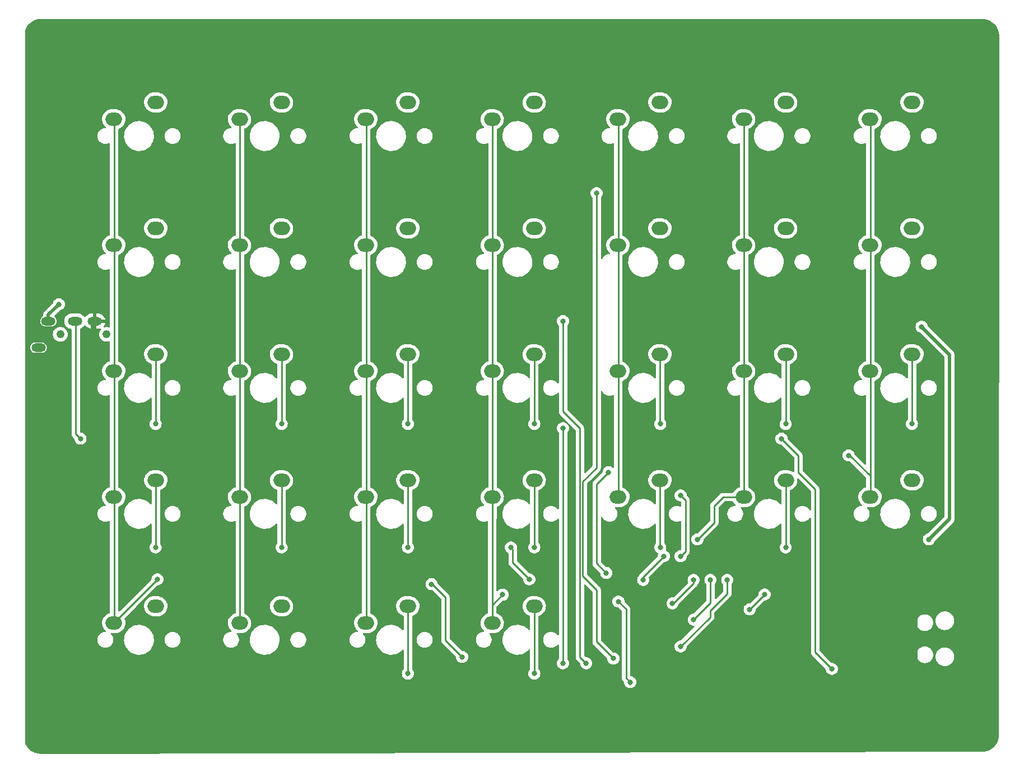
<source format=gbr>
%TF.GenerationSoftware,KiCad,Pcbnew,(7.0.0-0)*%
%TF.CreationDate,2023-03-06T00:10:08+09:00*%
%TF.ProjectId,11111_pcb,31313131-315f-4706-9362-2e6b69636164,rev?*%
%TF.SameCoordinates,Original*%
%TF.FileFunction,Copper,L1,Top*%
%TF.FilePolarity,Positive*%
%FSLAX46Y46*%
G04 Gerber Fmt 4.6, Leading zero omitted, Abs format (unit mm)*
G04 Created by KiCad (PCBNEW (7.0.0-0)) date 2023-03-06 00:10:08*
%MOMM*%
%LPD*%
G01*
G04 APERTURE LIST*
%TA.AperFunction,ComponentPad*%
%ADD10O,2.500000X2.000000*%
%TD*%
%TA.AperFunction,WasherPad*%
%ADD11C,1.210000*%
%TD*%
%TA.AperFunction,ComponentPad*%
%ADD12O,2.200000X1.300000*%
%TD*%
%TA.AperFunction,ViaPad*%
%ADD13C,0.800000*%
%TD*%
%TA.AperFunction,Conductor*%
%ADD14C,0.250000*%
%TD*%
%TA.AperFunction,Conductor*%
%ADD15C,0.500000*%
%TD*%
G04 APERTURE END LIST*
D10*
%TO.P,SW13,1,1*%
%TO.N,Col12*%
X301624999Y-38039999D03*
%TO.P,SW13,2,2*%
%TO.N,Net-(D13-A)*%
X307974999Y-35499999D03*
%TD*%
%TO.P,SW8,1,1*%
%TO.N,Col7*%
X206424999Y-38039999D03*
%TO.P,SW8,2,2*%
%TO.N,Net-(D8-A)*%
X212774999Y-35499999D03*
%TD*%
%TO.P,SW54,1,1*%
%TO.N,Col11*%
X282624999Y-95189999D03*
%TO.P,SW54,2,2*%
%TO.N,Net-(D54-A)*%
X288974999Y-92649999D03*
%TD*%
%TO.P,SW61,1,1*%
%TO.N,Col7*%
X206424999Y-114239999D03*
%TO.P,SW61,2,2*%
%TO.N,Net-(D61-A)*%
X212774999Y-111699999D03*
%TD*%
%TO.P,SW26,1,1*%
%TO.N,Col11*%
X282624999Y-57089999D03*
%TO.P,SW26,2,2*%
%TO.N,Net-(D26-A)*%
X288974999Y-54549999D03*
%TD*%
%TO.P,SW22,1,1*%
%TO.N,Col7*%
X206424999Y-57089999D03*
%TO.P,SW22,2,2*%
%TO.N,Net-(D22-A)*%
X212774999Y-54549999D03*
%TD*%
%TO.P,SW62,1,1*%
%TO.N,Col8*%
X225424999Y-114239999D03*
%TO.P,SW62,2,2*%
%TO.N,Net-(D62-A)*%
X231774999Y-111699999D03*
%TD*%
%TO.P,SW23,1,1*%
%TO.N,Col8*%
X225424999Y-57089999D03*
%TO.P,SW23,2,2*%
%TO.N,Net-(D23-A)*%
X231774999Y-54549999D03*
%TD*%
%TO.P,SW12,1,1*%
%TO.N,Col11*%
X282624999Y-38039999D03*
%TO.P,SW12,2,2*%
%TO.N,Net-(D12-A)*%
X288974999Y-35499999D03*
%TD*%
%TO.P,SW40,1,1*%
%TO.N,Col11*%
X282624999Y-76139999D03*
%TO.P,SW40,2,2*%
%TO.N,Net-(D40-A)*%
X288974999Y-73599999D03*
%TD*%
%TO.P,SW53,1,1*%
%TO.N,Col10*%
X263624999Y-95189999D03*
%TO.P,SW53,2,2*%
%TO.N,Net-(D53-A)*%
X269974999Y-92649999D03*
%TD*%
%TO.P,SW28,1,1*%
%TO.N,Col13*%
X320724999Y-57089999D03*
%TO.P,SW28,2,2*%
%TO.N,Net-(D28-A)*%
X327074999Y-54549999D03*
%TD*%
%TO.P,SW51,1,1*%
%TO.N,Col8*%
X225424999Y-95189999D03*
%TO.P,SW51,2,2*%
%TO.N,Net-(D51-A)*%
X231774999Y-92649999D03*
%TD*%
%TO.P,SW37,1,1*%
%TO.N,Col8*%
X225424999Y-76139999D03*
%TO.P,SW37,2,2*%
%TO.N,Net-(D37-A)*%
X231774999Y-73599999D03*
%TD*%
%TO.P,SW56,1,1*%
%TO.N,Col13*%
X320724999Y-95189999D03*
%TO.P,SW56,2,2*%
%TO.N,Net-(D56-A)*%
X327074999Y-92649999D03*
%TD*%
%TO.P,SW9,1,1*%
%TO.N,Col8*%
X225424999Y-38039999D03*
%TO.P,SW9,2,2*%
%TO.N,Net-(D9-A)*%
X231774999Y-35499999D03*
%TD*%
%TO.P,SW27,1,1*%
%TO.N,Col12*%
X301624999Y-57089999D03*
%TO.P,SW27,2,2*%
%TO.N,Net-(D27-A)*%
X307974999Y-54549999D03*
%TD*%
%TO.P,SW14,1,1*%
%TO.N,Col13*%
X320724999Y-38039999D03*
%TO.P,SW14,2,2*%
%TO.N,Net-(D14-A)*%
X327074999Y-35499999D03*
%TD*%
%TO.P,SW50,1,1*%
%TO.N,Col7*%
X206424999Y-95189999D03*
%TO.P,SW50,2,2*%
%TO.N,Net-(D50-A)*%
X212774999Y-92649999D03*
%TD*%
%TO.P,SW38,1,1*%
%TO.N,Col9*%
X244524999Y-76139999D03*
%TO.P,SW38,2,2*%
%TO.N,Net-(D38-A)*%
X250874999Y-73599999D03*
%TD*%
%TO.P,SW11,1,1*%
%TO.N,Col10*%
X263624999Y-38039999D03*
%TO.P,SW11,2,2*%
%TO.N,Net-(D11-A)*%
X269974999Y-35499999D03*
%TD*%
%TO.P,SW52,1,1*%
%TO.N,Col9*%
X244524999Y-95189999D03*
%TO.P,SW52,2,2*%
%TO.N,Net-(D52-A)*%
X250874999Y-92649999D03*
%TD*%
%TO.P,SW39,1,1*%
%TO.N,Col10*%
X263624999Y-76139999D03*
%TO.P,SW39,2,2*%
%TO.N,Net-(D39-A)*%
X269974999Y-73599999D03*
%TD*%
%TO.P,SW55,1,1*%
%TO.N,Col12*%
X301624999Y-95189999D03*
%TO.P,SW55,2,2*%
%TO.N,Net-(D55-A)*%
X307974999Y-92649999D03*
%TD*%
%TO.P,SW24,1,1*%
%TO.N,Col9*%
X244524999Y-57089999D03*
%TO.P,SW24,2,2*%
%TO.N,Net-(D24-A)*%
X250874999Y-54549999D03*
%TD*%
%TO.P,SW25,1,1*%
%TO.N,Col10*%
X263624999Y-57089999D03*
%TO.P,SW25,2,2*%
%TO.N,Net-(D25-A)*%
X269974999Y-54549999D03*
%TD*%
D11*
%TO.P,J2,*%
%TO.N,*%
X205345000Y-70580000D03*
X198345000Y-70580000D03*
D12*
%TO.P,J2,A*%
%TO.N,unconnected-(J2-PadA)*%
X195044999Y-72579999D03*
%TO.P,J2,B*%
%TO.N,GNDA*%
X203544999Y-68579999D03*
%TO.P,J2,C*%
%TO.N,DataRight*%
X200544999Y-68579999D03*
%TO.P,J2,D*%
%TO.N,VDD*%
X196544999Y-68579999D03*
%TD*%
D10*
%TO.P,SW10,1,1*%
%TO.N,Col9*%
X244524999Y-38039999D03*
%TO.P,SW10,2,2*%
%TO.N,Net-(D10-A)*%
X250874999Y-35499999D03*
%TD*%
%TO.P,SW64,1,1*%
%TO.N,Col10*%
X263624999Y-114239999D03*
%TO.P,SW64,2,2*%
%TO.N,Net-(D64-A)*%
X269974999Y-111699999D03*
%TD*%
%TO.P,SW41,1,1*%
%TO.N,Col12*%
X301624999Y-76139999D03*
%TO.P,SW41,2,2*%
%TO.N,Net-(D41-A)*%
X307974999Y-73599999D03*
%TD*%
%TO.P,SW42,1,1*%
%TO.N,Col13*%
X320724999Y-76139999D03*
%TO.P,SW42,2,2*%
%TO.N,Net-(D42-A)*%
X327074999Y-73599999D03*
%TD*%
%TO.P,SW36,1,1*%
%TO.N,Col7*%
X206424999Y-76139999D03*
%TO.P,SW36,2,2*%
%TO.N,Net-(D36-A)*%
X212774999Y-73599999D03*
%TD*%
%TO.P,SW63,1,1*%
%TO.N,Col9*%
X244524999Y-114239999D03*
%TO.P,SW63,2,2*%
%TO.N,Net-(D63-A)*%
X250874999Y-111699999D03*
%TD*%
D13*
%TO.N,Row5*%
X281940000Y-119615500D03*
X279400000Y-49220000D03*
%TO.N,Row6*%
X277820178Y-120340000D03*
X274320000Y-68580000D03*
%TO.N,Row7*%
X274320000Y-120340000D03*
X274320000Y-84780000D03*
%TO.N,Net-(D36-A)*%
X212745000Y-84130000D03*
%TO.N,Net-(D37-A)*%
X231795000Y-84130000D03*
%TO.N,Net-(D38-A)*%
X250880000Y-84130000D03*
%TO.N,Net-(D39-A)*%
X269995000Y-84130000D03*
%TO.N,Net-(D40-A)*%
X289020000Y-84130000D03*
%TO.N,Net-(D41-A)*%
X307975000Y-84130000D03*
%TO.N,Net-(D42-A)*%
X327060000Y-84130000D03*
%TO.N,Row8*%
X284480000Y-123190000D03*
X266445000Y-102810000D03*
X269240000Y-107640000D03*
X282697701Y-111002299D03*
%TO.N,Net-(D50-A)*%
X212745000Y-102810000D03*
%TO.N,Net-(D51-A)*%
X231795000Y-102810000D03*
%TO.N,Net-(D52-A)*%
X250880000Y-102810000D03*
%TO.N,Net-(D53-A)*%
X269995000Y-102810000D03*
%TO.N,Net-(D54-A)*%
X289020000Y-102810000D03*
%TO.N,Net-(D55-A)*%
X307975000Y-102810000D03*
%TO.N,DataRight*%
X314960000Y-121195000D03*
X307340000Y-86360000D03*
X201390500Y-86360000D03*
%TO.N,VDD*%
X328510000Y-69430000D03*
X329625000Y-101600000D03*
X198120000Y-66040000D03*
%TO.N,Col7*%
X302534500Y-112184503D03*
X304800000Y-109919003D03*
X213025000Y-107640000D03*
%TO.N,Col8*%
X259080000Y-119380000D03*
X299145000Y-107725000D03*
X254450000Y-108364500D03*
X292100000Y-117800000D03*
%TO.N,Col9*%
X294075000Y-113735000D03*
X296605000Y-107725000D03*
%TO.N,Col10*%
X294065000Y-107725000D03*
X290869737Y-111270500D03*
X265200000Y-109945000D03*
%TO.N,Col11*%
X292100000Y-104140000D03*
X292100000Y-94940000D03*
%TO.N,Col12*%
X294640000Y-101600000D03*
X286445000Y-107725000D03*
X289560000Y-104140000D03*
%TO.N,Col13*%
X317500000Y-88900000D03*
X280860000Y-106680000D03*
X281209500Y-91440000D03*
%TO.N,GNDA*%
X203200000Y-100020000D03*
X327660000Y-121920000D03*
X327660000Y-111760000D03*
%TO.N,Net-(D63-A)*%
X250880000Y-121880000D03*
%TO.N,Net-(D64-A)*%
X269995000Y-121880000D03*
%TD*%
D14*
%TO.N,Row5*%
X279400000Y-109220000D02*
X277310000Y-107130000D01*
X277310000Y-107130000D02*
X277310000Y-92846552D01*
X279400000Y-117075500D02*
X279400000Y-109220000D01*
X277310000Y-92846552D02*
X279400000Y-90756552D01*
X279400000Y-90756552D02*
X279400000Y-49220000D01*
X281940000Y-119615500D02*
X279400000Y-117075500D01*
%TO.N,Row6*%
X274320000Y-82240000D02*
X276860000Y-84780000D01*
X276860000Y-119379822D02*
X277820178Y-120340000D01*
X276860000Y-84780000D02*
X276860000Y-119379822D01*
X274320000Y-68580000D02*
X274320000Y-82240000D01*
%TO.N,Row7*%
X274320000Y-120340000D02*
X274320000Y-84780000D01*
%TO.N,Net-(D36-A)*%
X212775000Y-84100000D02*
X212745000Y-84130000D01*
X212775000Y-73600000D02*
X212775000Y-84100000D01*
%TO.N,Net-(D37-A)*%
X231775000Y-73600000D02*
X231775000Y-84110000D01*
%TO.N,Net-(D38-A)*%
X250875000Y-73600000D02*
X250875000Y-84125000D01*
X250875000Y-84125000D02*
X250880000Y-84130000D01*
%TO.N,Net-(D39-A)*%
X269975000Y-73600000D02*
X269975000Y-84110000D01*
X269975000Y-84110000D02*
X269995000Y-84130000D01*
%TO.N,Net-(D40-A)*%
X288975000Y-73600000D02*
X288975000Y-84085000D01*
X288975000Y-84085000D02*
X289020000Y-84130000D01*
%TO.N,Net-(D41-A)*%
X307975000Y-73600000D02*
X307975000Y-84130000D01*
%TO.N,Net-(D42-A)*%
X327075000Y-73600000D02*
X327075000Y-84115000D01*
X327075000Y-84115000D02*
X327060000Y-84130000D01*
%TO.N,Row8*%
X283845000Y-122555000D02*
X284480000Y-123190000D01*
X266700000Y-103065000D02*
X266445000Y-102810000D01*
X269240000Y-107640000D02*
X266700000Y-105100000D01*
X283845000Y-112149598D02*
X283845000Y-122555000D01*
X282697701Y-111002299D02*
X283845000Y-112149598D01*
X266700000Y-105100000D02*
X266700000Y-103065000D01*
%TO.N,Net-(D50-A)*%
X212775000Y-92650000D02*
X212775000Y-102780000D01*
X212775000Y-102780000D02*
X212745000Y-102810000D01*
%TO.N,Net-(D51-A)*%
X231775000Y-102790000D02*
X231795000Y-102810000D01*
X231775000Y-92650000D02*
X231775000Y-102790000D01*
%TO.N,Net-(D52-A)*%
X250875000Y-92650000D02*
X250875000Y-102805000D01*
X250875000Y-102805000D02*
X250880000Y-102810000D01*
%TO.N,Net-(D53-A)*%
X269975000Y-102790000D02*
X269995000Y-102810000D01*
X269975000Y-92650000D02*
X269975000Y-102790000D01*
%TO.N,Net-(D54-A)*%
X288975000Y-102765000D02*
X289020000Y-102810000D01*
X288975000Y-92650000D02*
X288975000Y-102765000D01*
%TO.N,Net-(D55-A)*%
X307975000Y-92650000D02*
X307975000Y-102810000D01*
%TO.N,DataRight*%
X307340000Y-86360000D02*
X309880000Y-88900000D01*
X200660000Y-85629500D02*
X200660000Y-68695000D01*
X200660000Y-68695000D02*
X200545000Y-68580000D01*
X309880000Y-88900000D02*
X309880000Y-91440000D01*
X201390500Y-86360000D02*
X200660000Y-85629500D01*
X312420000Y-93980000D02*
X312420000Y-118655000D01*
X312420000Y-118655000D02*
X314960000Y-121195000D01*
X309880000Y-91440000D02*
X312420000Y-93980000D01*
D15*
%TO.N,VDD*%
X328510000Y-69430000D02*
X332740000Y-73660000D01*
X332740000Y-73660000D02*
X332740000Y-98485000D01*
X198120000Y-66040000D02*
X196545000Y-67615000D01*
X332740000Y-98485000D02*
X329625000Y-101600000D01*
X196545000Y-67615000D02*
X196545000Y-68580000D01*
D14*
%TO.N,Col7*%
X206480000Y-38095000D02*
X206480000Y-114185000D01*
X213025000Y-107640000D02*
X206425000Y-114240000D01*
X206425000Y-38040000D02*
X206480000Y-38095000D01*
X206480000Y-114185000D02*
X206425000Y-114240000D01*
X304800000Y-109919003D02*
X302534500Y-112184503D01*
%TO.N,Col8*%
X225425000Y-38040000D02*
X225480000Y-38095000D01*
X299145000Y-109795000D02*
X299145000Y-107725000D01*
X296545000Y-112395000D02*
X299145000Y-109795000D01*
X292100000Y-117800000D02*
X296545000Y-113355000D01*
X259080000Y-119380000D02*
X256540000Y-116840000D01*
X296545000Y-113355000D02*
X296545000Y-112395000D01*
X254587250Y-108364500D02*
X254450000Y-108364500D01*
X225480000Y-114185000D02*
X225425000Y-114240000D01*
X256540000Y-110317250D02*
X254587250Y-108364500D01*
X256540000Y-116840000D02*
X256540000Y-110317250D01*
X225480000Y-38095000D02*
X225480000Y-114185000D01*
%TO.N,Col9*%
X296605000Y-111205000D02*
X296605000Y-107725000D01*
X244580000Y-114185000D02*
X244580000Y-38095000D01*
X244580000Y-38095000D02*
X244525000Y-38040000D01*
X294075000Y-113735000D02*
X296605000Y-111205000D01*
X244525000Y-114240000D02*
X244580000Y-114185000D01*
%TO.N,Col10*%
X263680000Y-38095000D02*
X263680000Y-98278833D01*
X263625000Y-98333833D02*
X263625000Y-114240000D01*
X263680000Y-98278833D02*
X263625000Y-98333833D01*
X290869737Y-111270500D02*
X291009500Y-111270500D01*
X263625000Y-111520000D02*
X263625000Y-114240000D01*
X294065000Y-108215000D02*
X294065000Y-107725000D01*
X291009500Y-111270500D02*
X294065000Y-108215000D01*
X265200000Y-109945000D02*
X263625000Y-111520000D01*
X263625000Y-95190000D02*
X263680000Y-95245000D01*
X263625000Y-38040000D02*
X263680000Y-38095000D01*
%TO.N,Col11*%
X292100000Y-104140000D02*
X292840000Y-103400000D01*
X292840000Y-103400000D02*
X292840000Y-95680000D01*
X282680000Y-38095000D02*
X282680000Y-95135000D01*
X292840000Y-95680000D02*
X292100000Y-94940000D01*
X282625000Y-38040000D02*
X282680000Y-38095000D01*
%TO.N,Col12*%
X301625000Y-38040000D02*
X301680000Y-38095000D01*
X301680000Y-38095000D02*
X301680000Y-95135000D01*
X289560000Y-104140000D02*
X286445000Y-107255000D01*
X298495583Y-95190000D02*
X301625000Y-95190000D01*
X286445000Y-107255000D02*
X286445000Y-107725000D01*
X297180000Y-99060000D02*
X297180000Y-96505583D01*
X294640000Y-101600000D02*
X297180000Y-99060000D01*
X297180000Y-96505583D02*
X298495583Y-95190000D01*
%TO.N,Col13*%
X317685000Y-88900000D02*
X320780000Y-91995000D01*
X320725000Y-94665000D02*
X320725000Y-95190000D01*
X320040000Y-76200000D02*
X320780000Y-76940000D01*
X320780000Y-94610000D02*
X320725000Y-94665000D01*
X279400000Y-105220000D02*
X280860000Y-106680000D01*
X320725000Y-38040000D02*
X320780000Y-38095000D01*
X320780000Y-38095000D02*
X320780000Y-95135000D01*
X317500000Y-88900000D02*
X317685000Y-88900000D01*
X279400000Y-93249500D02*
X279400000Y-105220000D01*
X320780000Y-95135000D02*
X320725000Y-95190000D01*
X320780000Y-91995000D02*
X320780000Y-94610000D01*
X281209500Y-91440000D02*
X279400000Y-93249500D01*
D15*
%TO.N,GNDA*%
X203200000Y-68925000D02*
X203545000Y-68580000D01*
X203200000Y-100020000D02*
X203200000Y-68925000D01*
X327660000Y-111760000D02*
X327660000Y-121920000D01*
D14*
%TO.N,Net-(D63-A)*%
X250875000Y-121875000D02*
X250880000Y-121880000D01*
X250875000Y-111700000D02*
X250875000Y-121875000D01*
%TO.N,Net-(D64-A)*%
X269975000Y-121860000D02*
X269975000Y-111700000D01*
X269995000Y-121880000D02*
X269975000Y-121860000D01*
%TD*%
%TA.AperFunction,Conductor*%
%TO.N,GNDA*%
G36*
X337698529Y-22860499D02*
G01*
X337705413Y-22860693D01*
X337817580Y-22866991D01*
X337986336Y-22877198D01*
X337999582Y-22878719D01*
X338131645Y-22901157D01*
X338132858Y-22901371D01*
X338278198Y-22928004D01*
X338290134Y-22930810D01*
X338422774Y-22969022D01*
X338425230Y-22969759D01*
X338456800Y-22979596D01*
X338562117Y-23012414D01*
X338572661Y-23016230D01*
X338701748Y-23069698D01*
X338705124Y-23071158D01*
X338834269Y-23129280D01*
X338843341Y-23133818D01*
X338966402Y-23201830D01*
X338970433Y-23204161D01*
X339090990Y-23277040D01*
X339098575Y-23282014D01*
X339213509Y-23363564D01*
X339218225Y-23367082D01*
X339319936Y-23446764D01*
X339323657Y-23449680D01*
X339328748Y-23453668D01*
X339334872Y-23458793D01*
X339440148Y-23552873D01*
X339445176Y-23557627D01*
X339544347Y-23656798D01*
X339549125Y-23661851D01*
X339643169Y-23767085D01*
X339648320Y-23773239D01*
X339731781Y-23879768D01*
X339734906Y-23883756D01*
X339738404Y-23888446D01*
X339819976Y-24003411D01*
X339824949Y-24010993D01*
X339897786Y-24131480D01*
X339900197Y-24135649D01*
X339968165Y-24258627D01*
X339972712Y-24267716D01*
X340029041Y-24392874D01*
X340030822Y-24396830D01*
X340032308Y-24400269D01*
X340085756Y-24529302D01*
X340089575Y-24539850D01*
X340131150Y-24673267D01*
X340132216Y-24676687D01*
X340132984Y-24679249D01*
X340171177Y-24811817D01*
X340173992Y-24823793D01*
X340200594Y-24968953D01*
X340200873Y-24970534D01*
X340223272Y-25102363D01*
X340224798Y-25115658D01*
X340235198Y-25287854D01*
X340235229Y-25288377D01*
X340241277Y-25396062D01*
X340241472Y-25403060D01*
X340203450Y-131176545D01*
X340203255Y-131183454D01*
X340196977Y-131295224D01*
X340196946Y-131295756D01*
X340186750Y-131464332D01*
X340185224Y-131477617D01*
X340162813Y-131609518D01*
X340162534Y-131611099D01*
X340135943Y-131756200D01*
X340133128Y-131768175D01*
X340094941Y-131900727D01*
X340094172Y-131903290D01*
X340051527Y-132040143D01*
X340047703Y-132050705D01*
X339994274Y-132179697D01*
X339992789Y-132183135D01*
X339934660Y-132312297D01*
X339930112Y-132321388D01*
X339862153Y-132444350D01*
X339859743Y-132448518D01*
X339786914Y-132568995D01*
X339781926Y-132576601D01*
X339700371Y-132691542D01*
X339696853Y-132696259D01*
X339610273Y-132806773D01*
X339605121Y-132812927D01*
X339511098Y-132918141D01*
X339506320Y-132923195D01*
X339407135Y-133022382D01*
X339402081Y-133027161D01*
X339296864Y-133121191D01*
X339290710Y-133126342D01*
X339180188Y-133212932D01*
X339175470Y-133216451D01*
X339060548Y-133297994D01*
X339052944Y-133302981D01*
X338932463Y-133375817D01*
X338928294Y-133378228D01*
X338805330Y-133446190D01*
X338796240Y-133450738D01*
X338667092Y-133508865D01*
X338663654Y-133510350D01*
X338534643Y-133563791D01*
X338524080Y-133567616D01*
X338387248Y-133610256D01*
X338384686Y-133611024D01*
X338252120Y-133649218D01*
X338240144Y-133652033D01*
X338095102Y-133678616D01*
X338093520Y-133678896D01*
X337961597Y-133701312D01*
X337948294Y-133702839D01*
X337772428Y-133713452D01*
X337771916Y-133713482D01*
X337668197Y-133719310D01*
X337661501Y-133719505D01*
X195383602Y-134019491D01*
X195376387Y-134019296D01*
X195264668Y-134013021D01*
X195264136Y-134012990D01*
X195095670Y-134002801D01*
X195082385Y-134001275D01*
X194950446Y-133978857D01*
X194948865Y-133978578D01*
X194803807Y-133951995D01*
X194791831Y-133949180D01*
X194659246Y-133910983D01*
X194656684Y-133910214D01*
X194519866Y-133867580D01*
X194509303Y-133863756D01*
X194380291Y-133810317D01*
X194376873Y-133808841D01*
X194247713Y-133750710D01*
X194238626Y-133746164D01*
X194115667Y-133678207D01*
X194111498Y-133675796D01*
X193991010Y-133602958D01*
X193983406Y-133597971D01*
X193868473Y-133516423D01*
X193863754Y-133512904D01*
X193753246Y-133426326D01*
X193747092Y-133421175D01*
X193641865Y-133327139D01*
X193636811Y-133322360D01*
X193537638Y-133223187D01*
X193532859Y-133218133D01*
X193438823Y-133112906D01*
X193433672Y-133106752D01*
X193347078Y-132996223D01*
X193343575Y-132991525D01*
X193262027Y-132876592D01*
X193257040Y-132868988D01*
X193184202Y-132748500D01*
X193181792Y-132744332D01*
X193131006Y-132652443D01*
X193113832Y-132621369D01*
X193109298Y-132612306D01*
X193078751Y-132544435D01*
X193051156Y-132483118D01*
X193049704Y-132479760D01*
X193049472Y-132479201D01*
X193040000Y-132431669D01*
X193040000Y-72580000D01*
X193789435Y-72580000D01*
X193809632Y-72759255D01*
X193811928Y-72765819D01*
X193811930Y-72765824D01*
X193866913Y-72922956D01*
X193869211Y-72929522D01*
X193965184Y-73082262D01*
X194092738Y-73209816D01*
X194245478Y-73305789D01*
X194415745Y-73365368D01*
X194550046Y-73380500D01*
X195536470Y-73380500D01*
X195539954Y-73380500D01*
X195674255Y-73365368D01*
X195844522Y-73305789D01*
X195997262Y-73209816D01*
X196124816Y-73082262D01*
X196220789Y-72929522D01*
X196280368Y-72759255D01*
X196300565Y-72580000D01*
X196280368Y-72400745D01*
X196220789Y-72230478D01*
X196124816Y-72077738D01*
X195997262Y-71950184D01*
X195844522Y-71854211D01*
X195837959Y-71851914D01*
X195837956Y-71851913D01*
X195680825Y-71796931D01*
X195674255Y-71794632D01*
X195667333Y-71793852D01*
X195543418Y-71779890D01*
X195543412Y-71779889D01*
X195539954Y-71779500D01*
X194550046Y-71779500D01*
X194546588Y-71779889D01*
X194546581Y-71779890D01*
X194422666Y-71793852D01*
X194422664Y-71793852D01*
X194415745Y-71794632D01*
X194409176Y-71796930D01*
X194409174Y-71796931D01*
X194252043Y-71851913D01*
X194252036Y-71851915D01*
X194245478Y-71854211D01*
X194239590Y-71857910D01*
X194239587Y-71857912D01*
X194098638Y-71946476D01*
X194098633Y-71946479D01*
X194092738Y-71950184D01*
X194087813Y-71955108D01*
X194087809Y-71955112D01*
X193970112Y-72072809D01*
X193970108Y-72072813D01*
X193965184Y-72077738D01*
X193961479Y-72083633D01*
X193961476Y-72083638D01*
X193872912Y-72224587D01*
X193872910Y-72224590D01*
X193869211Y-72230478D01*
X193866915Y-72237036D01*
X193866913Y-72237043D01*
X193811930Y-72394175D01*
X193811928Y-72394182D01*
X193809632Y-72400745D01*
X193808852Y-72407662D01*
X193808852Y-72407665D01*
X193801739Y-72470797D01*
X193789435Y-72580000D01*
X193040000Y-72580000D01*
X193040000Y-70580000D01*
X197226730Y-70580000D01*
X197245771Y-70785482D01*
X197302244Y-70983966D01*
X197304796Y-70989091D01*
X197304798Y-70989096D01*
X197391672Y-71163561D01*
X197391674Y-71163565D01*
X197394228Y-71168693D01*
X197518588Y-71333374D01*
X197671092Y-71472399D01*
X197846544Y-71581034D01*
X198038971Y-71655581D01*
X198241819Y-71693500D01*
X198442452Y-71693500D01*
X198448181Y-71693500D01*
X198555463Y-71673445D01*
X198555739Y-71673419D01*
X198555974Y-71673349D01*
X198651029Y-71655581D01*
X198843456Y-71581034D01*
X199018908Y-71472399D01*
X199171412Y-71333374D01*
X199295772Y-71168693D01*
X199387756Y-70983966D01*
X199444229Y-70785482D01*
X199463270Y-70580000D01*
X199444229Y-70374518D01*
X199387756Y-70176034D01*
X199295772Y-69991307D01*
X199171412Y-69826626D01*
X199018908Y-69687601D01*
X199014038Y-69684586D01*
X199014036Y-69684584D01*
X198848332Y-69581985D01*
X198848331Y-69581984D01*
X198843456Y-69578966D01*
X198838109Y-69576894D01*
X198838106Y-69576893D01*
X198687642Y-69518603D01*
X198651029Y-69504419D01*
X198645403Y-69503367D01*
X198645395Y-69503365D01*
X198453810Y-69467552D01*
X198453807Y-69467551D01*
X198448181Y-69466500D01*
X198241819Y-69466500D01*
X198236195Y-69467551D01*
X198236187Y-69467552D01*
X198137159Y-69486063D01*
X198137156Y-69486064D01*
X198134536Y-69486554D01*
X198134261Y-69486581D01*
X198134025Y-69486650D01*
X198132916Y-69486857D01*
X198132912Y-69486857D01*
X198044604Y-69503365D01*
X198044593Y-69503367D01*
X198038971Y-69504419D01*
X198033624Y-69506490D01*
X198033622Y-69506491D01*
X197851893Y-69576893D01*
X197851885Y-69576896D01*
X197846544Y-69578966D01*
X197841672Y-69581982D01*
X197841667Y-69581985D01*
X197675963Y-69684584D01*
X197675955Y-69684589D01*
X197671092Y-69687601D01*
X197666861Y-69691457D01*
X197666857Y-69691461D01*
X197522828Y-69822760D01*
X197522823Y-69822764D01*
X197518588Y-69826626D01*
X197515134Y-69831198D01*
X197515131Y-69831203D01*
X197397681Y-69986733D01*
X197397676Y-69986740D01*
X197394228Y-69991307D01*
X197391677Y-69996429D01*
X197391672Y-69996438D01*
X197304798Y-70170903D01*
X197304794Y-70170911D01*
X197302244Y-70176034D01*
X197300675Y-70181546D01*
X197300675Y-70181548D01*
X197288665Y-70223760D01*
X197245771Y-70374518D01*
X197226730Y-70580000D01*
X193040000Y-70580000D01*
X193040000Y-68580000D01*
X195289435Y-68580000D01*
X195290215Y-68586923D01*
X195295771Y-68636239D01*
X195309632Y-68759255D01*
X195311928Y-68765819D01*
X195311930Y-68765824D01*
X195359373Y-68901408D01*
X195369211Y-68929522D01*
X195465184Y-69082262D01*
X195592738Y-69209816D01*
X195745478Y-69305789D01*
X195915745Y-69365368D01*
X196050046Y-69380500D01*
X197036470Y-69380500D01*
X197039954Y-69380500D01*
X197174255Y-69365368D01*
X197344522Y-69305789D01*
X197497262Y-69209816D01*
X197624816Y-69082262D01*
X197720789Y-68929522D01*
X197780368Y-68759255D01*
X197788470Y-68687351D01*
X198936500Y-68687351D01*
X198937551Y-68692977D01*
X198937552Y-68692980D01*
X198974897Y-68892763D01*
X198974899Y-68892771D01*
X198975951Y-68898397D01*
X198978023Y-68903745D01*
X199049090Y-69087190D01*
X199053511Y-69098600D01*
X199056529Y-69103475D01*
X199056530Y-69103476D01*
X199148570Y-69252128D01*
X199166536Y-69281143D01*
X199206839Y-69325353D01*
X199307316Y-69435572D01*
X199307319Y-69435574D01*
X199311180Y-69439810D01*
X199315757Y-69443266D01*
X199477940Y-69565741D01*
X199477944Y-69565743D01*
X199482516Y-69569196D01*
X199674709Y-69664897D01*
X199881214Y-69723653D01*
X199886921Y-69724181D01*
X199886922Y-69724182D01*
X199913942Y-69726686D01*
X199970994Y-69746791D01*
X200011746Y-69791494D01*
X200026500Y-69850157D01*
X200026500Y-85550654D01*
X200025968Y-85561937D01*
X200024298Y-85569409D01*
X200024543Y-85577205D01*
X200024543Y-85577207D01*
X200026439Y-85637517D01*
X200026500Y-85641413D01*
X200026500Y-85669356D01*
X200026988Y-85673221D01*
X200026989Y-85673232D01*
X200027019Y-85673470D01*
X200027934Y-85685096D01*
X200029081Y-85721596D01*
X200029082Y-85721603D01*
X200029327Y-85729389D01*
X200031500Y-85736870D01*
X200031502Y-85736880D01*
X200035022Y-85748995D01*
X200038967Y-85768042D01*
X200041526Y-85788297D01*
X200044395Y-85795545D01*
X200044398Y-85795554D01*
X200057838Y-85829501D01*
X200061621Y-85840548D01*
X200073982Y-85883093D01*
X200077953Y-85889808D01*
X200077954Y-85889810D01*
X200084375Y-85900668D01*
X200092930Y-85918131D01*
X200100448Y-85937117D01*
X200105030Y-85943424D01*
X200105031Y-85943425D01*
X200126491Y-85972962D01*
X200132905Y-85982727D01*
X200155458Y-86020862D01*
X200160975Y-86026379D01*
X200160976Y-86026380D01*
X200169889Y-86035293D01*
X200182525Y-86050088D01*
X200189938Y-86060291D01*
X200189943Y-86060296D01*
X200194528Y-86066607D01*
X200228667Y-86094849D01*
X200237308Y-86102712D01*
X200443878Y-86309283D01*
X200468118Y-86343581D01*
X200479518Y-86384002D01*
X200482326Y-86410716D01*
X200496958Y-86549928D01*
X200498963Y-86556100D01*
X200498965Y-86556107D01*
X200553965Y-86725377D01*
X200555973Y-86731556D01*
X200651460Y-86896944D01*
X200779247Y-87038866D01*
X200784497Y-87042680D01*
X200784500Y-87042683D01*
X200927363Y-87146479D01*
X200933748Y-87151118D01*
X201108212Y-87228794D01*
X201114570Y-87230145D01*
X201114572Y-87230146D01*
X201151374Y-87237968D01*
X201295013Y-87268500D01*
X201479484Y-87268500D01*
X201485987Y-87268500D01*
X201672788Y-87228794D01*
X201847252Y-87151118D01*
X202001753Y-87038866D01*
X202129540Y-86896944D01*
X202225027Y-86731556D01*
X202284042Y-86549928D01*
X202304004Y-86360000D01*
X202284042Y-86170072D01*
X202225027Y-85988444D01*
X202129540Y-85823056D01*
X202001753Y-85681134D01*
X201996503Y-85677319D01*
X201996499Y-85677316D01*
X201852506Y-85572699D01*
X201852504Y-85572697D01*
X201847252Y-85568882D01*
X201841321Y-85566241D01*
X201841317Y-85566239D01*
X201678726Y-85493849D01*
X201678719Y-85493846D01*
X201672788Y-85491206D01*
X201666435Y-85489855D01*
X201666427Y-85489853D01*
X201492349Y-85452852D01*
X201492346Y-85452851D01*
X201485987Y-85451500D01*
X201479484Y-85451500D01*
X201429267Y-85451500D01*
X201381814Y-85442061D01*
X201341586Y-85415181D01*
X201329819Y-85403414D01*
X201302939Y-85363186D01*
X201293500Y-85315733D01*
X201293500Y-69793190D01*
X201304850Y-69741363D01*
X201336823Y-69699024D01*
X201383565Y-69673924D01*
X201392098Y-69671496D01*
X201415291Y-69664897D01*
X201607484Y-69569196D01*
X201778820Y-69439810D01*
X201923464Y-69281143D01*
X201944573Y-69247049D01*
X201989657Y-69204001D01*
X202049997Y-69188329D01*
X202110337Y-69204000D01*
X202155425Y-69247052D01*
X202170330Y-69271125D01*
X202177207Y-69280232D01*
X202313072Y-69429268D01*
X202321502Y-69436953D01*
X202482437Y-69558486D01*
X202492139Y-69564493D01*
X202672651Y-69654377D01*
X202683314Y-69658508D01*
X202877268Y-69713692D01*
X202888490Y-69715790D01*
X203038969Y-69729734D01*
X203044702Y-69730000D01*
X203278674Y-69730000D01*
X203291549Y-69726549D01*
X203295000Y-69713674D01*
X203795000Y-69713674D01*
X203798450Y-69726549D01*
X203811326Y-69730000D01*
X204045298Y-69730000D01*
X204051030Y-69729734D01*
X204201509Y-69715790D01*
X204212728Y-69713693D01*
X204355068Y-69673194D01*
X204416276Y-69671496D01*
X204470833Y-69699294D01*
X204505437Y-69749810D01*
X204511651Y-69810724D01*
X204487958Y-69867186D01*
X204397681Y-69986733D01*
X204397676Y-69986740D01*
X204394228Y-69991307D01*
X204391677Y-69996429D01*
X204391672Y-69996438D01*
X204304798Y-70170903D01*
X204304794Y-70170911D01*
X204302244Y-70176034D01*
X204300675Y-70181546D01*
X204300675Y-70181548D01*
X204288665Y-70223760D01*
X204245771Y-70374518D01*
X204226730Y-70580000D01*
X204245771Y-70785482D01*
X204302244Y-70983966D01*
X204304796Y-70989091D01*
X204304798Y-70989096D01*
X204391672Y-71163561D01*
X204391674Y-71163565D01*
X204394228Y-71168693D01*
X204518588Y-71333374D01*
X204671092Y-71472399D01*
X204846544Y-71581034D01*
X205038971Y-71655581D01*
X205241819Y-71693500D01*
X205442452Y-71693500D01*
X205448181Y-71693500D01*
X205555463Y-71673445D01*
X205555739Y-71673419D01*
X205555974Y-71673349D01*
X205651029Y-71655581D01*
X205677707Y-71645245D01*
X205736789Y-71637698D01*
X205792576Y-71658572D01*
X205832194Y-71703051D01*
X205846500Y-71760872D01*
X205846500Y-74570173D01*
X205834528Y-74623331D01*
X205800923Y-74666224D01*
X205752175Y-74690570D01*
X205700598Y-74703282D01*
X205700591Y-74703284D01*
X205695752Y-74704477D01*
X205691165Y-74706431D01*
X205691157Y-74706434D01*
X205476282Y-74797984D01*
X205476272Y-74797989D01*
X205471684Y-74799944D01*
X205467474Y-74802606D01*
X205467463Y-74802612D01*
X205270051Y-74927448D01*
X205270042Y-74927454D01*
X205265832Y-74930117D01*
X205262105Y-74933418D01*
X205262094Y-74933427D01*
X205087265Y-75088312D01*
X205087261Y-75088315D01*
X205083526Y-75091625D01*
X205080368Y-75095492D01*
X205080364Y-75095497D01*
X204932651Y-75276413D01*
X204932644Y-75276422D01*
X204929490Y-75280286D01*
X204926997Y-75284603D01*
X204926990Y-75284614D01*
X204810213Y-75486877D01*
X204810206Y-75486890D01*
X204807711Y-75491213D01*
X204721344Y-75718943D01*
X204720346Y-75723826D01*
X204720344Y-75723837D01*
X204673625Y-75952683D01*
X204673624Y-75952689D01*
X204672626Y-75957579D01*
X204672425Y-75962563D01*
X204672424Y-75962573D01*
X204663020Y-76195936D01*
X204663020Y-76195943D01*
X204662819Y-76200939D01*
X204663422Y-76205905D01*
X204691573Y-76437753D01*
X204691575Y-76437763D01*
X204692177Y-76442720D01*
X204693568Y-76447522D01*
X204693569Y-76447527D01*
X204758547Y-76671858D01*
X204758549Y-76671863D01*
X204759939Y-76676662D01*
X204762077Y-76681168D01*
X204762081Y-76681178D01*
X204827160Y-76818328D01*
X204864350Y-76896704D01*
X205002707Y-77097148D01*
X205006161Y-77100744D01*
X205006166Y-77100750D01*
X205067067Y-77164154D01*
X205124321Y-77223762D01*
X205169564Y-77270864D01*
X205201555Y-77331599D01*
X205196336Y-77400045D01*
X205155505Y-77455227D01*
X205091577Y-77480233D01*
X204939170Y-77494356D01*
X204939167Y-77494356D01*
X204933464Y-77494885D01*
X204927950Y-77496453D01*
X204927949Y-77496454D01*
X204724986Y-77554201D01*
X204724975Y-77554205D01*
X204719472Y-77555771D01*
X204714349Y-77558321D01*
X204714341Y-77558325D01*
X204525440Y-77652387D01*
X204525431Y-77652392D01*
X204520311Y-77654942D01*
X204515748Y-77658387D01*
X204515738Y-77658394D01*
X204347341Y-77785561D01*
X204347330Y-77785570D01*
X204342764Y-77789019D01*
X204338907Y-77793249D01*
X204338897Y-77793259D01*
X204196736Y-77949203D01*
X204196732Y-77949207D01*
X204192876Y-77953438D01*
X204189864Y-77958301D01*
X204189859Y-77958309D01*
X204099291Y-78104583D01*
X204075753Y-78142599D01*
X204073685Y-78147936D01*
X204073683Y-78147941D01*
X204042647Y-78228054D01*
X203995382Y-78350060D01*
X203994328Y-78355694D01*
X203994328Y-78355697D01*
X203976672Y-78450150D01*
X203954500Y-78568757D01*
X203954500Y-78791243D01*
X203995382Y-79009940D01*
X203997452Y-79015285D01*
X203997453Y-79015286D01*
X204014463Y-79059195D01*
X204075753Y-79217401D01*
X204078771Y-79222275D01*
X204176759Y-79380533D01*
X204192876Y-79406562D01*
X204196736Y-79410796D01*
X204338897Y-79566740D01*
X204338901Y-79566744D01*
X204342764Y-79570981D01*
X204347337Y-79574434D01*
X204347341Y-79574438D01*
X204420168Y-79629434D01*
X204520311Y-79705058D01*
X204719472Y-79804229D01*
X204933464Y-79865115D01*
X205099497Y-79880500D01*
X205207631Y-79880500D01*
X205210503Y-79880500D01*
X205376536Y-79865115D01*
X205590528Y-79804229D01*
X205600555Y-79799235D01*
X205667229Y-79766037D01*
X205728227Y-79753169D01*
X205787778Y-79771610D01*
X205830829Y-79816698D01*
X205846500Y-79877037D01*
X205846500Y-93620173D01*
X205834528Y-93673331D01*
X205800923Y-93716224D01*
X205752175Y-93740570D01*
X205700598Y-93753282D01*
X205700591Y-93753284D01*
X205695752Y-93754477D01*
X205691165Y-93756431D01*
X205691157Y-93756434D01*
X205476282Y-93847984D01*
X205476272Y-93847989D01*
X205471684Y-93849944D01*
X205467474Y-93852606D01*
X205467463Y-93852612D01*
X205270051Y-93977448D01*
X205270042Y-93977454D01*
X205265832Y-93980117D01*
X205262105Y-93983418D01*
X205262094Y-93983427D01*
X205087265Y-94138312D01*
X205087261Y-94138315D01*
X205083526Y-94141625D01*
X205080368Y-94145492D01*
X205080364Y-94145497D01*
X204932651Y-94326413D01*
X204932644Y-94326422D01*
X204929490Y-94330286D01*
X204926997Y-94334603D01*
X204926990Y-94334614D01*
X204810213Y-94536877D01*
X204810206Y-94536890D01*
X204807711Y-94541213D01*
X204805936Y-94545891D01*
X204805936Y-94545893D01*
X204723535Y-94763167D01*
X204721344Y-94768943D01*
X204720346Y-94773826D01*
X204720344Y-94773837D01*
X204673625Y-95002683D01*
X204673624Y-95002689D01*
X204672626Y-95007579D01*
X204672425Y-95012563D01*
X204672424Y-95012573D01*
X204663020Y-95245936D01*
X204663020Y-95245943D01*
X204662819Y-95250939D01*
X204663422Y-95255905D01*
X204691573Y-95487753D01*
X204691575Y-95487763D01*
X204692177Y-95492720D01*
X204693568Y-95497522D01*
X204693569Y-95497527D01*
X204758547Y-95721858D01*
X204758549Y-95721863D01*
X204759939Y-95726662D01*
X204762077Y-95731168D01*
X204762081Y-95731178D01*
X204862206Y-95942186D01*
X204864350Y-95946704D01*
X205002707Y-96147148D01*
X205006161Y-96150744D01*
X205006166Y-96150750D01*
X205067067Y-96214154D01*
X205149281Y-96299748D01*
X205169564Y-96320864D01*
X205201555Y-96381599D01*
X205196336Y-96450045D01*
X205155505Y-96505227D01*
X205091577Y-96530233D01*
X204939170Y-96544356D01*
X204939167Y-96544356D01*
X204933464Y-96544885D01*
X204927950Y-96546453D01*
X204927949Y-96546454D01*
X204724986Y-96604201D01*
X204724975Y-96604205D01*
X204719472Y-96605771D01*
X204714349Y-96608321D01*
X204714341Y-96608325D01*
X204525440Y-96702387D01*
X204525431Y-96702392D01*
X204520311Y-96704942D01*
X204515748Y-96708387D01*
X204515738Y-96708394D01*
X204347341Y-96835561D01*
X204347330Y-96835570D01*
X204342764Y-96839019D01*
X204338907Y-96843249D01*
X204338897Y-96843259D01*
X204196736Y-96999203D01*
X204196732Y-96999207D01*
X204192876Y-97003438D01*
X204189864Y-97008301D01*
X204189859Y-97008309D01*
X204078771Y-97187724D01*
X204075753Y-97192599D01*
X204073685Y-97197936D01*
X204073683Y-97197941D01*
X204012901Y-97354838D01*
X203995382Y-97400060D01*
X203994328Y-97405694D01*
X203994328Y-97405697D01*
X203976672Y-97500150D01*
X203954500Y-97618757D01*
X203954500Y-97841243D01*
X203955551Y-97846869D01*
X203955552Y-97846872D01*
X203983500Y-97996378D01*
X203995382Y-98059940D01*
X203997452Y-98065285D01*
X203997453Y-98065286D01*
X204014463Y-98109195D01*
X204075753Y-98267401D01*
X204090440Y-98291121D01*
X204176759Y-98430533D01*
X204192876Y-98456562D01*
X204196736Y-98460796D01*
X204338897Y-98616740D01*
X204338901Y-98616744D01*
X204342764Y-98620981D01*
X204347337Y-98624434D01*
X204347341Y-98624438D01*
X204515738Y-98751605D01*
X204520311Y-98755058D01*
X204719472Y-98854229D01*
X204933464Y-98915115D01*
X205099497Y-98930500D01*
X205207631Y-98930500D01*
X205210503Y-98930500D01*
X205376536Y-98915115D01*
X205590528Y-98854229D01*
X205601035Y-98848997D01*
X205667229Y-98816037D01*
X205728227Y-98803169D01*
X205787778Y-98821610D01*
X205830829Y-98866698D01*
X205846500Y-98927037D01*
X205846500Y-112670173D01*
X205834528Y-112723331D01*
X205800923Y-112766224D01*
X205752175Y-112790570D01*
X205700598Y-112803282D01*
X205700591Y-112803284D01*
X205695752Y-112804477D01*
X205691165Y-112806431D01*
X205691157Y-112806434D01*
X205476282Y-112897984D01*
X205476272Y-112897989D01*
X205471684Y-112899944D01*
X205467474Y-112902606D01*
X205467463Y-112902612D01*
X205270051Y-113027448D01*
X205270042Y-113027454D01*
X205265832Y-113030117D01*
X205262105Y-113033418D01*
X205262094Y-113033427D01*
X205087265Y-113188312D01*
X205087261Y-113188315D01*
X205083526Y-113191625D01*
X205080368Y-113195492D01*
X205080364Y-113195497D01*
X204932651Y-113376413D01*
X204932644Y-113376422D01*
X204929490Y-113380286D01*
X204926997Y-113384603D01*
X204926990Y-113384614D01*
X204810213Y-113586877D01*
X204810206Y-113586890D01*
X204807711Y-113591213D01*
X204805936Y-113595891D01*
X204805936Y-113595893D01*
X204726858Y-113804405D01*
X204721344Y-113818943D01*
X204720346Y-113823826D01*
X204720344Y-113823837D01*
X204673625Y-114052683D01*
X204673624Y-114052689D01*
X204672626Y-114057579D01*
X204672425Y-114062563D01*
X204672424Y-114062573D01*
X204663020Y-114295936D01*
X204663020Y-114295943D01*
X204662819Y-114300939D01*
X204663422Y-114305905D01*
X204691573Y-114537753D01*
X204691575Y-114537763D01*
X204692177Y-114542720D01*
X204693568Y-114547522D01*
X204693569Y-114547527D01*
X204758547Y-114771858D01*
X204758549Y-114771863D01*
X204759939Y-114776662D01*
X204762077Y-114781168D01*
X204762081Y-114781178D01*
X204858110Y-114983553D01*
X204864350Y-114996704D01*
X204867188Y-115000815D01*
X204867190Y-115000819D01*
X204917145Y-115073190D01*
X205002707Y-115197148D01*
X205006161Y-115200744D01*
X205006166Y-115200750D01*
X205081113Y-115278777D01*
X205169307Y-115370597D01*
X205169564Y-115370864D01*
X205201555Y-115431599D01*
X205196336Y-115500045D01*
X205155505Y-115555227D01*
X205091577Y-115580233D01*
X204939170Y-115594356D01*
X204939167Y-115594356D01*
X204933464Y-115594885D01*
X204927950Y-115596453D01*
X204927949Y-115596454D01*
X204724986Y-115654201D01*
X204724975Y-115654205D01*
X204719472Y-115655771D01*
X204714349Y-115658321D01*
X204714341Y-115658325D01*
X204525440Y-115752387D01*
X204525431Y-115752392D01*
X204520311Y-115754942D01*
X204515748Y-115758387D01*
X204515738Y-115758394D01*
X204347341Y-115885561D01*
X204347330Y-115885570D01*
X204342764Y-115889019D01*
X204338907Y-115893249D01*
X204338897Y-115893259D01*
X204196736Y-116049203D01*
X204196732Y-116049207D01*
X204192876Y-116053438D01*
X204189864Y-116058301D01*
X204189859Y-116058309D01*
X204078771Y-116237724D01*
X204075753Y-116242599D01*
X204073685Y-116247936D01*
X204073683Y-116247941D01*
X204012901Y-116404838D01*
X203995382Y-116450060D01*
X203994328Y-116455694D01*
X203994328Y-116455697D01*
X203976672Y-116550150D01*
X203954500Y-116668757D01*
X203954500Y-116891243D01*
X203955551Y-116896869D01*
X203955552Y-116896872D01*
X203982308Y-117040001D01*
X203995382Y-117109940D01*
X203997452Y-117115285D01*
X203997453Y-117115286D01*
X204054699Y-117263056D01*
X204075753Y-117317401D01*
X204078771Y-117322275D01*
X204186390Y-117496088D01*
X204192876Y-117506562D01*
X204196736Y-117510796D01*
X204338897Y-117666740D01*
X204338901Y-117666744D01*
X204342764Y-117670981D01*
X204347337Y-117674434D01*
X204347341Y-117674438D01*
X204513613Y-117800000D01*
X204520311Y-117805058D01*
X204525439Y-117807611D01*
X204525440Y-117807612D01*
X204586694Y-117838113D01*
X204719472Y-117904229D01*
X204933464Y-117965115D01*
X205099497Y-117980500D01*
X205207631Y-117980500D01*
X205210503Y-117980500D01*
X205376536Y-117965115D01*
X205590528Y-117904229D01*
X205789689Y-117805058D01*
X205967236Y-117670981D01*
X206117124Y-117506562D01*
X206234247Y-117317401D01*
X206314618Y-117109940D01*
X206355500Y-116891243D01*
X206355500Y-116855369D01*
X207980723Y-116855369D01*
X207981137Y-116859490D01*
X207981138Y-116859501D01*
X208010466Y-117151034D01*
X208010467Y-117151044D01*
X208010882Y-117155162D01*
X208011842Y-117159193D01*
X208011843Y-117159195D01*
X208053932Y-117335810D01*
X208080731Y-117448261D01*
X208189023Y-117729434D01*
X208191007Y-117733055D01*
X208191013Y-117733067D01*
X208308110Y-117946741D01*
X208333825Y-117993665D01*
X208336281Y-117996998D01*
X208336284Y-117997003D01*
X208503634Y-118224132D01*
X208512554Y-118236238D01*
X208722020Y-118452824D01*
X208830469Y-118538465D01*
X208955230Y-118636988D01*
X208955234Y-118636990D01*
X208958485Y-118639558D01*
X208962049Y-118641669D01*
X208962052Y-118641671D01*
X209045270Y-118690961D01*
X209217730Y-118793109D01*
X209221534Y-118794722D01*
X209221538Y-118794724D01*
X209295334Y-118826016D01*
X209495128Y-118910736D01*
X209785729Y-118990340D01*
X210084347Y-119030500D01*
X210308162Y-119030500D01*
X210310244Y-119030500D01*
X210535634Y-119015412D01*
X210830903Y-118955396D01*
X211115537Y-118856560D01*
X211384459Y-118720668D01*
X211632869Y-118550144D01*
X211856333Y-118348032D01*
X212050865Y-118117939D01*
X212212993Y-117863970D01*
X212339823Y-117590658D01*
X212429093Y-117302879D01*
X212479209Y-117005770D01*
X212483038Y-116891243D01*
X214114500Y-116891243D01*
X214115551Y-116896869D01*
X214115552Y-116896872D01*
X214142308Y-117040001D01*
X214155382Y-117109940D01*
X214157452Y-117115285D01*
X214157453Y-117115286D01*
X214214699Y-117263056D01*
X214235753Y-117317401D01*
X214238771Y-117322275D01*
X214346390Y-117496088D01*
X214352876Y-117506562D01*
X214356736Y-117510796D01*
X214498897Y-117666740D01*
X214498901Y-117666744D01*
X214502764Y-117670981D01*
X214507337Y-117674434D01*
X214507341Y-117674438D01*
X214673613Y-117800000D01*
X214680311Y-117805058D01*
X214685439Y-117807611D01*
X214685440Y-117807612D01*
X214746694Y-117838113D01*
X214879472Y-117904229D01*
X215093464Y-117965115D01*
X215259497Y-117980500D01*
X215367631Y-117980500D01*
X215370503Y-117980500D01*
X215536536Y-117965115D01*
X215750528Y-117904229D01*
X215949689Y-117805058D01*
X216127236Y-117670981D01*
X216277124Y-117506562D01*
X216394247Y-117317401D01*
X216474618Y-117109940D01*
X216515500Y-116891243D01*
X222954500Y-116891243D01*
X222955551Y-116896869D01*
X222955552Y-116896872D01*
X222982308Y-117040001D01*
X222995382Y-117109940D01*
X222997452Y-117115285D01*
X222997453Y-117115286D01*
X223054699Y-117263056D01*
X223075753Y-117317401D01*
X223078771Y-117322275D01*
X223186390Y-117496088D01*
X223192876Y-117506562D01*
X223196736Y-117510796D01*
X223338897Y-117666740D01*
X223338901Y-117666744D01*
X223342764Y-117670981D01*
X223347337Y-117674434D01*
X223347341Y-117674438D01*
X223513613Y-117800000D01*
X223520311Y-117805058D01*
X223525439Y-117807611D01*
X223525440Y-117807612D01*
X223586694Y-117838113D01*
X223719472Y-117904229D01*
X223933464Y-117965115D01*
X224099497Y-117980500D01*
X224207631Y-117980500D01*
X224210503Y-117980500D01*
X224376536Y-117965115D01*
X224590528Y-117904229D01*
X224789689Y-117805058D01*
X224967236Y-117670981D01*
X225117124Y-117506562D01*
X225234247Y-117317401D01*
X225314618Y-117109940D01*
X225355500Y-116891243D01*
X225355500Y-116855369D01*
X226980723Y-116855369D01*
X226981137Y-116859490D01*
X226981138Y-116859501D01*
X227010466Y-117151034D01*
X227010467Y-117151044D01*
X227010882Y-117155162D01*
X227011842Y-117159193D01*
X227011843Y-117159195D01*
X227053932Y-117335810D01*
X227080731Y-117448261D01*
X227189023Y-117729434D01*
X227191007Y-117733055D01*
X227191013Y-117733067D01*
X227308110Y-117946741D01*
X227333825Y-117993665D01*
X227336281Y-117996998D01*
X227336284Y-117997003D01*
X227503634Y-118224132D01*
X227512554Y-118236238D01*
X227722020Y-118452824D01*
X227830469Y-118538465D01*
X227955230Y-118636988D01*
X227955234Y-118636990D01*
X227958485Y-118639558D01*
X227962049Y-118641669D01*
X227962052Y-118641671D01*
X228045270Y-118690961D01*
X228217730Y-118793109D01*
X228221534Y-118794722D01*
X228221538Y-118794724D01*
X228295334Y-118826016D01*
X228495128Y-118910736D01*
X228785729Y-118990340D01*
X229084347Y-119030500D01*
X229308162Y-119030500D01*
X229310244Y-119030500D01*
X229535634Y-119015412D01*
X229830903Y-118955396D01*
X230115537Y-118856560D01*
X230384459Y-118720668D01*
X230632869Y-118550144D01*
X230856333Y-118348032D01*
X231050865Y-118117939D01*
X231212993Y-117863970D01*
X231339823Y-117590658D01*
X231429093Y-117302879D01*
X231479209Y-117005770D01*
X231483038Y-116891243D01*
X233114500Y-116891243D01*
X233115551Y-116896869D01*
X233115552Y-116896872D01*
X233142308Y-117040001D01*
X233155382Y-117109940D01*
X233157452Y-117115285D01*
X233157453Y-117115286D01*
X233214699Y-117263056D01*
X233235753Y-117317401D01*
X233238771Y-117322275D01*
X233346390Y-117496088D01*
X233352876Y-117506562D01*
X233356736Y-117510796D01*
X233498897Y-117666740D01*
X233498901Y-117666744D01*
X233502764Y-117670981D01*
X233507337Y-117674434D01*
X233507341Y-117674438D01*
X233673613Y-117800000D01*
X233680311Y-117805058D01*
X233685439Y-117807611D01*
X233685440Y-117807612D01*
X233746694Y-117838113D01*
X233879472Y-117904229D01*
X234093464Y-117965115D01*
X234259497Y-117980500D01*
X234367631Y-117980500D01*
X234370503Y-117980500D01*
X234536536Y-117965115D01*
X234750528Y-117904229D01*
X234949689Y-117805058D01*
X235127236Y-117670981D01*
X235277124Y-117506562D01*
X235394247Y-117317401D01*
X235474618Y-117109940D01*
X235515500Y-116891243D01*
X242054500Y-116891243D01*
X242055551Y-116896869D01*
X242055552Y-116896872D01*
X242082308Y-117040001D01*
X242095382Y-117109940D01*
X242097452Y-117115285D01*
X242097453Y-117115286D01*
X242154699Y-117263056D01*
X242175753Y-117317401D01*
X242178771Y-117322275D01*
X242286390Y-117496088D01*
X242292876Y-117506562D01*
X242296736Y-117510796D01*
X242438897Y-117666740D01*
X242438901Y-117666744D01*
X242442764Y-117670981D01*
X242447337Y-117674434D01*
X242447341Y-117674438D01*
X242613613Y-117800000D01*
X242620311Y-117805058D01*
X242625439Y-117807611D01*
X242625440Y-117807612D01*
X242686694Y-117838113D01*
X242819472Y-117904229D01*
X243033464Y-117965115D01*
X243199497Y-117980500D01*
X243307631Y-117980500D01*
X243310503Y-117980500D01*
X243476536Y-117965115D01*
X243690528Y-117904229D01*
X243889689Y-117805058D01*
X244067236Y-117670981D01*
X244217124Y-117506562D01*
X244334247Y-117317401D01*
X244414618Y-117109940D01*
X244455500Y-116891243D01*
X244455500Y-116855369D01*
X246080723Y-116855369D01*
X246081137Y-116859490D01*
X246081138Y-116859501D01*
X246110466Y-117151034D01*
X246110467Y-117151044D01*
X246110882Y-117155162D01*
X246111842Y-117159193D01*
X246111843Y-117159195D01*
X246153932Y-117335810D01*
X246180731Y-117448261D01*
X246289023Y-117729434D01*
X246291007Y-117733055D01*
X246291013Y-117733067D01*
X246408110Y-117946741D01*
X246433825Y-117993665D01*
X246436281Y-117996998D01*
X246436284Y-117997003D01*
X246603634Y-118224132D01*
X246612554Y-118236238D01*
X246822020Y-118452824D01*
X246930469Y-118538465D01*
X247055230Y-118636988D01*
X247055234Y-118636990D01*
X247058485Y-118639558D01*
X247062049Y-118641669D01*
X247062052Y-118641671D01*
X247145270Y-118690961D01*
X247317730Y-118793109D01*
X247321534Y-118794722D01*
X247321538Y-118794724D01*
X247395334Y-118826016D01*
X247595128Y-118910736D01*
X247885729Y-118990340D01*
X248184347Y-119030500D01*
X248408162Y-119030500D01*
X248410244Y-119030500D01*
X248635634Y-119015412D01*
X248930903Y-118955396D01*
X249215537Y-118856560D01*
X249484459Y-118720668D01*
X249732869Y-118550144D01*
X249956333Y-118348032D01*
X250022807Y-118269405D01*
X250071390Y-118234356D01*
X250130736Y-118226172D01*
X250186992Y-118246766D01*
X250227029Y-118291331D01*
X250241500Y-118349464D01*
X250241500Y-121183796D01*
X250233264Y-121228234D01*
X250209649Y-121266768D01*
X250140960Y-121343056D01*
X250137714Y-121348676D01*
X250137711Y-121348682D01*
X250048721Y-121502817D01*
X250048718Y-121502822D01*
X250045473Y-121508444D01*
X250043467Y-121514616D01*
X250043465Y-121514622D01*
X249988465Y-121683892D01*
X249988463Y-121683901D01*
X249986458Y-121690072D01*
X249985780Y-121696522D01*
X249985778Y-121696532D01*
X249967778Y-121867795D01*
X249966496Y-121880000D01*
X249967175Y-121886460D01*
X249985778Y-122063467D01*
X249985779Y-122063475D01*
X249986458Y-122069928D01*
X249988463Y-122076100D01*
X249988465Y-122076107D01*
X250033540Y-122214830D01*
X250045473Y-122251556D01*
X250048720Y-122257180D01*
X250048721Y-122257182D01*
X250132735Y-122402699D01*
X250140960Y-122416944D01*
X250268747Y-122558866D01*
X250273997Y-122562680D01*
X250274000Y-122562683D01*
X250323945Y-122598970D01*
X250423248Y-122671118D01*
X250429181Y-122673759D01*
X250429182Y-122673760D01*
X250535406Y-122721054D01*
X250597712Y-122748794D01*
X250604070Y-122750145D01*
X250604072Y-122750146D01*
X250626913Y-122755001D01*
X250784513Y-122788500D01*
X250968984Y-122788500D01*
X250975487Y-122788500D01*
X251162288Y-122748794D01*
X251336752Y-122671118D01*
X251491253Y-122558866D01*
X251619040Y-122416944D01*
X251714527Y-122251556D01*
X251773542Y-122069928D01*
X251793504Y-121880000D01*
X251773542Y-121690072D01*
X251714527Y-121508444D01*
X251619040Y-121343056D01*
X251540349Y-121255661D01*
X251516736Y-121217128D01*
X251508500Y-121172690D01*
X251508500Y-116891243D01*
X252214500Y-116891243D01*
X252215551Y-116896869D01*
X252215552Y-116896872D01*
X252242308Y-117040001D01*
X252255382Y-117109940D01*
X252257452Y-117115285D01*
X252257453Y-117115286D01*
X252314699Y-117263056D01*
X252335753Y-117317401D01*
X252338771Y-117322275D01*
X252446390Y-117496088D01*
X252452876Y-117506562D01*
X252456736Y-117510796D01*
X252598897Y-117666740D01*
X252598901Y-117666744D01*
X252602764Y-117670981D01*
X252607337Y-117674434D01*
X252607341Y-117674438D01*
X252773613Y-117800000D01*
X252780311Y-117805058D01*
X252785439Y-117807611D01*
X252785440Y-117807612D01*
X252846694Y-117838113D01*
X252979472Y-117904229D01*
X253193464Y-117965115D01*
X253359497Y-117980500D01*
X253467631Y-117980500D01*
X253470503Y-117980500D01*
X253636536Y-117965115D01*
X253850528Y-117904229D01*
X254049689Y-117805058D01*
X254227236Y-117670981D01*
X254377124Y-117506562D01*
X254494247Y-117317401D01*
X254574618Y-117109940D01*
X254615500Y-116891243D01*
X254615500Y-116668757D01*
X254574618Y-116450060D01*
X254494247Y-116242599D01*
X254377124Y-116053438D01*
X254288332Y-115956038D01*
X254231102Y-115893259D01*
X254231097Y-115893255D01*
X254227236Y-115889019D01*
X254222663Y-115885566D01*
X254222658Y-115885561D01*
X254054261Y-115758394D01*
X254054256Y-115758391D01*
X254049689Y-115754942D01*
X254044563Y-115752389D01*
X254044559Y-115752387D01*
X253855658Y-115658325D01*
X253855653Y-115658323D01*
X253850528Y-115655771D01*
X253845021Y-115654204D01*
X253845013Y-115654201D01*
X253642050Y-115596454D01*
X253642051Y-115596454D01*
X253636536Y-115594885D01*
X253630828Y-115594356D01*
X253473363Y-115579765D01*
X253473362Y-115579764D01*
X253470503Y-115579500D01*
X253359497Y-115579500D01*
X253356638Y-115579764D01*
X253356636Y-115579765D01*
X253199171Y-115594356D01*
X253199169Y-115594356D01*
X253193464Y-115594885D01*
X253187950Y-115596453D01*
X253187949Y-115596454D01*
X252984986Y-115654201D01*
X252984975Y-115654205D01*
X252979472Y-115655771D01*
X252974349Y-115658321D01*
X252974341Y-115658325D01*
X252785440Y-115752387D01*
X252785431Y-115752392D01*
X252780311Y-115754942D01*
X252775748Y-115758387D01*
X252775738Y-115758394D01*
X252607341Y-115885561D01*
X252607330Y-115885570D01*
X252602764Y-115889019D01*
X252598907Y-115893249D01*
X252598897Y-115893259D01*
X252456736Y-116049203D01*
X252456732Y-116049207D01*
X252452876Y-116053438D01*
X252449864Y-116058301D01*
X252449859Y-116058309D01*
X252338771Y-116237724D01*
X252335753Y-116242599D01*
X252333685Y-116247936D01*
X252333683Y-116247941D01*
X252272901Y-116404838D01*
X252255382Y-116450060D01*
X252254328Y-116455694D01*
X252254328Y-116455697D01*
X252236672Y-116550150D01*
X252214500Y-116668757D01*
X252214500Y-116891243D01*
X251508500Y-116891243D01*
X251508500Y-113256271D01*
X251520469Y-113203120D01*
X251554066Y-113160229D01*
X251595124Y-113139715D01*
X251594653Y-113138303D01*
X251599399Y-113136718D01*
X251604248Y-113135523D01*
X251828316Y-113040056D01*
X252034168Y-112909883D01*
X252216474Y-112748375D01*
X252370510Y-112559714D01*
X252492289Y-112348787D01*
X252578656Y-112121057D01*
X252627374Y-111882421D01*
X252637181Y-111639061D01*
X252607823Y-111397280D01*
X252540061Y-111163338D01*
X252503853Y-111087032D01*
X252471204Y-111018224D01*
X252435650Y-110943296D01*
X252297293Y-110742852D01*
X252128575Y-110567198D01*
X251933865Y-110420883D01*
X251809111Y-110355407D01*
X251722626Y-110310016D01*
X251722622Y-110310014D01*
X251718205Y-110307696D01*
X251713467Y-110306114D01*
X251713462Y-110306112D01*
X251491922Y-110232151D01*
X251491916Y-110232149D01*
X251487182Y-110230569D01*
X251482255Y-110229768D01*
X251482250Y-110229767D01*
X251251715Y-110192302D01*
X251251712Y-110192301D01*
X251246779Y-110191500D01*
X250564203Y-110191500D01*
X250561748Y-110191698D01*
X250561727Y-110191699D01*
X250387208Y-110205788D01*
X250387204Y-110205788D01*
X250382232Y-110206190D01*
X250377394Y-110207382D01*
X250377384Y-110207384D01*
X250150598Y-110263282D01*
X250150591Y-110263284D01*
X250145752Y-110264477D01*
X250141165Y-110266431D01*
X250141157Y-110266434D01*
X249926282Y-110357984D01*
X249926272Y-110357989D01*
X249921684Y-110359944D01*
X249917474Y-110362606D01*
X249917463Y-110362612D01*
X249720051Y-110487448D01*
X249720042Y-110487454D01*
X249715832Y-110490117D01*
X249712105Y-110493418D01*
X249712094Y-110493427D01*
X249537265Y-110648312D01*
X249537261Y-110648315D01*
X249533526Y-110651625D01*
X249530368Y-110655492D01*
X249530364Y-110655497D01*
X249382651Y-110836413D01*
X249382644Y-110836422D01*
X249379490Y-110840286D01*
X249376997Y-110844603D01*
X249376990Y-110844614D01*
X249260213Y-111046877D01*
X249260206Y-111046890D01*
X249257711Y-111051213D01*
X249255936Y-111055891D01*
X249255936Y-111055893D01*
X249206682Y-111185766D01*
X249171344Y-111278943D01*
X249170346Y-111283826D01*
X249170344Y-111283837D01*
X249123625Y-111512683D01*
X249123624Y-111512689D01*
X249122626Y-111517579D01*
X249122425Y-111522563D01*
X249122424Y-111522573D01*
X249113020Y-111755936D01*
X249113020Y-111755943D01*
X249112819Y-111760939D01*
X249113422Y-111765905D01*
X249141573Y-111997753D01*
X249141575Y-111997763D01*
X249142177Y-112002720D01*
X249143568Y-112007522D01*
X249143569Y-112007527D01*
X249208547Y-112231858D01*
X249208549Y-112231863D01*
X249209939Y-112236662D01*
X249212077Y-112241168D01*
X249212081Y-112241178D01*
X249278243Y-112380610D01*
X249314350Y-112456704D01*
X249317188Y-112460815D01*
X249317190Y-112460819D01*
X249360647Y-112523777D01*
X249452707Y-112657148D01*
X249529291Y-112736880D01*
X249607766Y-112818582D01*
X249621425Y-112832802D01*
X249816135Y-112979117D01*
X250031795Y-113092304D01*
X250036538Y-113093887D01*
X250036537Y-113093887D01*
X250156767Y-113134026D01*
X250200966Y-113159941D01*
X250230915Y-113201513D01*
X250241500Y-113251644D01*
X250241500Y-115207490D01*
X250227796Y-115264154D01*
X250189713Y-115308293D01*
X250135669Y-115330152D01*
X250077609Y-115324898D01*
X250028366Y-115293694D01*
X250019476Y-115284502D01*
X249847980Y-115107176D01*
X249699376Y-114989825D01*
X249614769Y-114923011D01*
X249614762Y-114923006D01*
X249611515Y-114920442D01*
X249607954Y-114918332D01*
X249607947Y-114918328D01*
X249355831Y-114769000D01*
X249355828Y-114768998D01*
X249352270Y-114766891D01*
X249348471Y-114765280D01*
X249348461Y-114765275D01*
X249078681Y-114650879D01*
X249078678Y-114650878D01*
X249074872Y-114649264D01*
X249070885Y-114648172D01*
X249070877Y-114648169D01*
X248788278Y-114570757D01*
X248788269Y-114570755D01*
X248784271Y-114569660D01*
X248780164Y-114569107D01*
X248780156Y-114569106D01*
X248489754Y-114530051D01*
X248489746Y-114530050D01*
X248485653Y-114529500D01*
X248259756Y-114529500D01*
X248257682Y-114529638D01*
X248257677Y-114529639D01*
X248038498Y-114544311D01*
X248038492Y-114544311D01*
X248034366Y-114544588D01*
X248030309Y-114545412D01*
X248030306Y-114545413D01*
X247743165Y-114603777D01*
X247743162Y-114603777D01*
X247739097Y-114604604D01*
X247735183Y-114605963D01*
X247735176Y-114605965D01*
X247458375Y-114702081D01*
X247458367Y-114702084D01*
X247454463Y-114703440D01*
X247450771Y-114705305D01*
X247450763Y-114705309D01*
X247189242Y-114837461D01*
X247189232Y-114837466D01*
X247185541Y-114839332D01*
X247182130Y-114841672D01*
X247182124Y-114841677D01*
X246940548Y-115007509D01*
X246940534Y-115007519D01*
X246937131Y-115009856D01*
X246934066Y-115012627D01*
X246934056Y-115012636D01*
X246716741Y-115209187D01*
X246716735Y-115209192D01*
X246713667Y-115211968D01*
X246710998Y-115215123D01*
X246710991Y-115215132D01*
X246521810Y-115438896D01*
X246521804Y-115438903D01*
X246519135Y-115442061D01*
X246516912Y-115445542D01*
X246516904Y-115445554D01*
X246359233Y-115692542D01*
X246359229Y-115692549D01*
X246357007Y-115696030D01*
X246355267Y-115699779D01*
X246355264Y-115699785D01*
X246231922Y-115965580D01*
X246231918Y-115965589D01*
X246230177Y-115969342D01*
X246228951Y-115973291D01*
X246228949Y-115973299D01*
X246142134Y-116253165D01*
X246140907Y-116257121D01*
X246140218Y-116261199D01*
X246140218Y-116261204D01*
X246091479Y-116550150D01*
X246090791Y-116554230D01*
X246090653Y-116558353D01*
X246090652Y-116558365D01*
X246080861Y-116851222D01*
X246080861Y-116851231D01*
X246080723Y-116855369D01*
X244455500Y-116855369D01*
X244455500Y-116668757D01*
X244414618Y-116450060D01*
X244334247Y-116242599D01*
X244217124Y-116053438D01*
X244128331Y-115956037D01*
X244100703Y-115906434D01*
X244098080Y-115849715D01*
X244121015Y-115797773D01*
X244164697Y-115761500D01*
X244219969Y-115748500D01*
X244833312Y-115748500D01*
X244835797Y-115748500D01*
X245017768Y-115733810D01*
X245254248Y-115675523D01*
X245478316Y-115580056D01*
X245684168Y-115449883D01*
X245866474Y-115288375D01*
X246020510Y-115099714D01*
X246142289Y-114888787D01*
X246228656Y-114661057D01*
X246277374Y-114422421D01*
X246287181Y-114179061D01*
X246257823Y-113937280D01*
X246190061Y-113703338D01*
X246187850Y-113698679D01*
X246112702Y-113540307D01*
X246085650Y-113483296D01*
X245947293Y-113282852D01*
X245778575Y-113107198D01*
X245671603Y-113026814D01*
X245587856Y-112963882D01*
X245587855Y-112963881D01*
X245583865Y-112960883D01*
X245368205Y-112847696D01*
X245363466Y-112846114D01*
X245363464Y-112846113D01*
X245298233Y-112824336D01*
X245254034Y-112798420D01*
X245224085Y-112756848D01*
X245213500Y-112706717D01*
X245213500Y-108364500D01*
X253536496Y-108364500D01*
X253537175Y-108370960D01*
X253555778Y-108547967D01*
X253555779Y-108547975D01*
X253556458Y-108554428D01*
X253558463Y-108560600D01*
X253558465Y-108560607D01*
X253604183Y-108701309D01*
X253615473Y-108736056D01*
X253618720Y-108741680D01*
X253618721Y-108741682D01*
X253660590Y-108814202D01*
X253710960Y-108901444D01*
X253838747Y-109043366D01*
X253843997Y-109047180D01*
X253844000Y-109047183D01*
X253986863Y-109150979D01*
X253993248Y-109155618D01*
X253999181Y-109158259D01*
X253999182Y-109158260D01*
X254111138Y-109208106D01*
X254167712Y-109233294D01*
X254174070Y-109234645D01*
X254174072Y-109234646D01*
X254210874Y-109242468D01*
X254354513Y-109273000D01*
X254361016Y-109273000D01*
X254545487Y-109273000D01*
X254545487Y-109274614D01*
X254589567Y-109279818D01*
X254635879Y-109309033D01*
X255870181Y-110543335D01*
X255897061Y-110583563D01*
X255906500Y-110631016D01*
X255906500Y-116761154D01*
X255905968Y-116772437D01*
X255904298Y-116779909D01*
X255904543Y-116787705D01*
X255904543Y-116787707D01*
X255906439Y-116848017D01*
X255906500Y-116851913D01*
X255906500Y-116879856D01*
X255906988Y-116883721D01*
X255906989Y-116883732D01*
X255907019Y-116883970D01*
X255907934Y-116895596D01*
X255909081Y-116932096D01*
X255909082Y-116932103D01*
X255909327Y-116939889D01*
X255911500Y-116947370D01*
X255911502Y-116947380D01*
X255915022Y-116959495D01*
X255918967Y-116978542D01*
X255921526Y-116998797D01*
X255924395Y-117006045D01*
X255924398Y-117006054D01*
X255937838Y-117040001D01*
X255941621Y-117051048D01*
X255953982Y-117093593D01*
X255957953Y-117100308D01*
X255957954Y-117100310D01*
X255964375Y-117111168D01*
X255972930Y-117128631D01*
X255980448Y-117147617D01*
X255985030Y-117153924D01*
X255985031Y-117153925D01*
X256006491Y-117183462D01*
X256012905Y-117193227D01*
X256035458Y-117231362D01*
X256040976Y-117236880D01*
X256049889Y-117245793D01*
X256062525Y-117260588D01*
X256069938Y-117270791D01*
X256069943Y-117270796D01*
X256074528Y-117277107D01*
X256105681Y-117302879D01*
X256108667Y-117305349D01*
X256117308Y-117313212D01*
X258133378Y-119329282D01*
X258157617Y-119363579D01*
X258169018Y-119404001D01*
X258180609Y-119514281D01*
X258186458Y-119569928D01*
X258188463Y-119576100D01*
X258188465Y-119576107D01*
X258243465Y-119745377D01*
X258245473Y-119751556D01*
X258248720Y-119757180D01*
X258248721Y-119757182D01*
X258309260Y-119862039D01*
X258340960Y-119916944D01*
X258468747Y-120058866D01*
X258473997Y-120062680D01*
X258474000Y-120062683D01*
X258598828Y-120153376D01*
X258623248Y-120171118D01*
X258629181Y-120173759D01*
X258629182Y-120173760D01*
X258782191Y-120241884D01*
X258797712Y-120248794D01*
X258804070Y-120250145D01*
X258804072Y-120250146D01*
X258832051Y-120256093D01*
X258984513Y-120288500D01*
X259168984Y-120288500D01*
X259175487Y-120288500D01*
X259362288Y-120248794D01*
X259536752Y-120171118D01*
X259691253Y-120058866D01*
X259819040Y-119916944D01*
X259914527Y-119751556D01*
X259973542Y-119569928D01*
X259993504Y-119380000D01*
X259977472Y-119227466D01*
X259974221Y-119196532D01*
X259974220Y-119196531D01*
X259973542Y-119190072D01*
X259914527Y-119008444D01*
X259819040Y-118843056D01*
X259691253Y-118701134D01*
X259686003Y-118697319D01*
X259685999Y-118697316D01*
X259542006Y-118592699D01*
X259542004Y-118592697D01*
X259536752Y-118588882D01*
X259530821Y-118586241D01*
X259530817Y-118586239D01*
X259368226Y-118513849D01*
X259368219Y-118513846D01*
X259362288Y-118511206D01*
X259355935Y-118509855D01*
X259355927Y-118509853D01*
X259181849Y-118472852D01*
X259181846Y-118472851D01*
X259175487Y-118471500D01*
X259168984Y-118471500D01*
X259118767Y-118471500D01*
X259071314Y-118462061D01*
X259031086Y-118435181D01*
X257487148Y-116891243D01*
X261154500Y-116891243D01*
X261155551Y-116896869D01*
X261155552Y-116896872D01*
X261182308Y-117040001D01*
X261195382Y-117109940D01*
X261197452Y-117115285D01*
X261197453Y-117115286D01*
X261254699Y-117263056D01*
X261275753Y-117317401D01*
X261278771Y-117322275D01*
X261386390Y-117496088D01*
X261392876Y-117506562D01*
X261396736Y-117510796D01*
X261538897Y-117666740D01*
X261538901Y-117666744D01*
X261542764Y-117670981D01*
X261547337Y-117674434D01*
X261547341Y-117674438D01*
X261713613Y-117800000D01*
X261720311Y-117805058D01*
X261725439Y-117807611D01*
X261725440Y-117807612D01*
X261786694Y-117838113D01*
X261919472Y-117904229D01*
X262133464Y-117965115D01*
X262299497Y-117980500D01*
X262407631Y-117980500D01*
X262410503Y-117980500D01*
X262576536Y-117965115D01*
X262790528Y-117904229D01*
X262989689Y-117805058D01*
X263167236Y-117670981D01*
X263317124Y-117506562D01*
X263434247Y-117317401D01*
X263514618Y-117109940D01*
X263555500Y-116891243D01*
X263555500Y-116855369D01*
X265180723Y-116855369D01*
X265181137Y-116859490D01*
X265181138Y-116859501D01*
X265210466Y-117151034D01*
X265210467Y-117151044D01*
X265210882Y-117155162D01*
X265211842Y-117159193D01*
X265211843Y-117159195D01*
X265253932Y-117335810D01*
X265280731Y-117448261D01*
X265389023Y-117729434D01*
X265391007Y-117733055D01*
X265391013Y-117733067D01*
X265508110Y-117946741D01*
X265533825Y-117993665D01*
X265536281Y-117996998D01*
X265536284Y-117997003D01*
X265703634Y-118224132D01*
X265712554Y-118236238D01*
X265922020Y-118452824D01*
X266030469Y-118538465D01*
X266155230Y-118636988D01*
X266155234Y-118636990D01*
X266158485Y-118639558D01*
X266162049Y-118641669D01*
X266162052Y-118641671D01*
X266245270Y-118690961D01*
X266417730Y-118793109D01*
X266421534Y-118794722D01*
X266421538Y-118794724D01*
X266495334Y-118826016D01*
X266695128Y-118910736D01*
X266985729Y-118990340D01*
X267284347Y-119030500D01*
X267508162Y-119030500D01*
X267510244Y-119030500D01*
X267735634Y-119015412D01*
X268030903Y-118955396D01*
X268315537Y-118856560D01*
X268584459Y-118720668D01*
X268832869Y-118550144D01*
X269056333Y-118348032D01*
X269122807Y-118269405D01*
X269171390Y-118234356D01*
X269230736Y-118226172D01*
X269286992Y-118246766D01*
X269327029Y-118291331D01*
X269341500Y-118349464D01*
X269341500Y-121200455D01*
X269333264Y-121244893D01*
X269309649Y-121283427D01*
X269255960Y-121343056D01*
X269252714Y-121348676D01*
X269252711Y-121348682D01*
X269163721Y-121502817D01*
X269163718Y-121502822D01*
X269160473Y-121508444D01*
X269158467Y-121514616D01*
X269158465Y-121514622D01*
X269103465Y-121683892D01*
X269103463Y-121683901D01*
X269101458Y-121690072D01*
X269100780Y-121696522D01*
X269100778Y-121696532D01*
X269082778Y-121867795D01*
X269081496Y-121880000D01*
X269082175Y-121886460D01*
X269100778Y-122063467D01*
X269100779Y-122063475D01*
X269101458Y-122069928D01*
X269103463Y-122076100D01*
X269103465Y-122076107D01*
X269148540Y-122214830D01*
X269160473Y-122251556D01*
X269163720Y-122257180D01*
X269163721Y-122257182D01*
X269247735Y-122402699D01*
X269255960Y-122416944D01*
X269383747Y-122558866D01*
X269388997Y-122562680D01*
X269389000Y-122562683D01*
X269438945Y-122598970D01*
X269538248Y-122671118D01*
X269544181Y-122673759D01*
X269544182Y-122673760D01*
X269650406Y-122721054D01*
X269712712Y-122748794D01*
X269719070Y-122750145D01*
X269719072Y-122750146D01*
X269741913Y-122755001D01*
X269899513Y-122788500D01*
X270083984Y-122788500D01*
X270090487Y-122788500D01*
X270277288Y-122748794D01*
X270451752Y-122671118D01*
X270606253Y-122558866D01*
X270734040Y-122416944D01*
X270829527Y-122251556D01*
X270888542Y-122069928D01*
X270908504Y-121880000D01*
X270888542Y-121690072D01*
X270829527Y-121508444D01*
X270734040Y-121343056D01*
X270640349Y-121239002D01*
X270616736Y-121200469D01*
X270608500Y-121156031D01*
X270608500Y-116891243D01*
X271314500Y-116891243D01*
X271315551Y-116896869D01*
X271315552Y-116896872D01*
X271342308Y-117040001D01*
X271355382Y-117109940D01*
X271357452Y-117115285D01*
X271357453Y-117115286D01*
X271414699Y-117263056D01*
X271435753Y-117317401D01*
X271438771Y-117322275D01*
X271546390Y-117496088D01*
X271552876Y-117506562D01*
X271556736Y-117510796D01*
X271698897Y-117666740D01*
X271698901Y-117666744D01*
X271702764Y-117670981D01*
X271707337Y-117674434D01*
X271707341Y-117674438D01*
X271873613Y-117800000D01*
X271880311Y-117805058D01*
X271885439Y-117807611D01*
X271885440Y-117807612D01*
X271946694Y-117838113D01*
X272079472Y-117904229D01*
X272293464Y-117965115D01*
X272459497Y-117980500D01*
X272567631Y-117980500D01*
X272570503Y-117980500D01*
X272736536Y-117965115D01*
X272950528Y-117904229D01*
X273149689Y-117805058D01*
X273327236Y-117670981D01*
X273470862Y-117513430D01*
X273519850Y-117480533D01*
X273578496Y-117474004D01*
X273633519Y-117495320D01*
X273672460Y-117539655D01*
X273686500Y-117596968D01*
X273686500Y-119638243D01*
X273678264Y-119682681D01*
X273654650Y-119721215D01*
X273590448Y-119792519D01*
X273580960Y-119803056D01*
X273577714Y-119808676D01*
X273577711Y-119808682D01*
X273488721Y-119962817D01*
X273488718Y-119962822D01*
X273485473Y-119968444D01*
X273483467Y-119974616D01*
X273483465Y-119974622D01*
X273428465Y-120143892D01*
X273428463Y-120143901D01*
X273426458Y-120150072D01*
X273425780Y-120156522D01*
X273425778Y-120156532D01*
X273407778Y-120327795D01*
X273406496Y-120340000D01*
X273407175Y-120346460D01*
X273425778Y-120523467D01*
X273425779Y-120523475D01*
X273426458Y-120529928D01*
X273428463Y-120536100D01*
X273428465Y-120536107D01*
X273478823Y-120691091D01*
X273485473Y-120711556D01*
X273488720Y-120717180D01*
X273488721Y-120717182D01*
X273553638Y-120829622D01*
X273580960Y-120876944D01*
X273708747Y-121018866D01*
X273713997Y-121022680D01*
X273714000Y-121022683D01*
X273856863Y-121126479D01*
X273863248Y-121131118D01*
X273869181Y-121133759D01*
X273869182Y-121133760D01*
X274019013Y-121200469D01*
X274037712Y-121208794D01*
X274044070Y-121210145D01*
X274044072Y-121210146D01*
X274076920Y-121217128D01*
X274224513Y-121248500D01*
X274408984Y-121248500D01*
X274415487Y-121248500D01*
X274602288Y-121208794D01*
X274776752Y-121131118D01*
X274931253Y-121018866D01*
X275059040Y-120876944D01*
X275154527Y-120711556D01*
X275213542Y-120529928D01*
X275233504Y-120340000D01*
X275214299Y-120157271D01*
X275214221Y-120156532D01*
X275214220Y-120156531D01*
X275213542Y-120150072D01*
X275154527Y-119968444D01*
X275059040Y-119803056D01*
X274985349Y-119721214D01*
X274961736Y-119682681D01*
X274953500Y-119638243D01*
X274953500Y-85481757D01*
X274961736Y-85437319D01*
X274985350Y-85398785D01*
X275059040Y-85316944D01*
X275154527Y-85151556D01*
X275213542Y-84969928D01*
X275233504Y-84780000D01*
X275213542Y-84590072D01*
X275154527Y-84408444D01*
X275059040Y-84243056D01*
X274931253Y-84101134D01*
X274926003Y-84097319D01*
X274925999Y-84097316D01*
X274782006Y-83992699D01*
X274782004Y-83992697D01*
X274776752Y-83988882D01*
X274770821Y-83986241D01*
X274770817Y-83986239D01*
X274608226Y-83913849D01*
X274608219Y-83913846D01*
X274602288Y-83911206D01*
X274595935Y-83909855D01*
X274595927Y-83909853D01*
X274421849Y-83872852D01*
X274421846Y-83872851D01*
X274415487Y-83871500D01*
X274224513Y-83871500D01*
X274218154Y-83872851D01*
X274218150Y-83872852D01*
X274044072Y-83909853D01*
X274044061Y-83909856D01*
X274037712Y-83911206D01*
X274031782Y-83913845D01*
X274031773Y-83913849D01*
X273869182Y-83986239D01*
X273869174Y-83986243D01*
X273863248Y-83988882D01*
X273857999Y-83992695D01*
X273857993Y-83992699D01*
X273714000Y-84097316D01*
X273713991Y-84097323D01*
X273708747Y-84101134D01*
X273704403Y-84105957D01*
X273704400Y-84105961D01*
X273676939Y-84136460D01*
X273580960Y-84243056D01*
X273577714Y-84248676D01*
X273577711Y-84248682D01*
X273488721Y-84402817D01*
X273488718Y-84402822D01*
X273485473Y-84408444D01*
X273483467Y-84414616D01*
X273483465Y-84414622D01*
X273428465Y-84583892D01*
X273428463Y-84583901D01*
X273426458Y-84590072D01*
X273425780Y-84596522D01*
X273425778Y-84596532D01*
X273412341Y-84724387D01*
X273406496Y-84780000D01*
X273407175Y-84786460D01*
X273425778Y-84963467D01*
X273425779Y-84963475D01*
X273426458Y-84969928D01*
X273428463Y-84976100D01*
X273428465Y-84976107D01*
X273483465Y-85145377D01*
X273485473Y-85151556D01*
X273580960Y-85316944D01*
X273626116Y-85367095D01*
X273654650Y-85398785D01*
X273678264Y-85437319D01*
X273686500Y-85481757D01*
X273686500Y-96913032D01*
X273672460Y-96970345D01*
X273633519Y-97014680D01*
X273578496Y-97035996D01*
X273519850Y-97029467D01*
X273470863Y-96996570D01*
X273331102Y-96843259D01*
X273331097Y-96843255D01*
X273327236Y-96839019D01*
X273322663Y-96835566D01*
X273322658Y-96835561D01*
X273154261Y-96708394D01*
X273154256Y-96708391D01*
X273149689Y-96704942D01*
X273144563Y-96702389D01*
X273144559Y-96702387D01*
X272955658Y-96608325D01*
X272955653Y-96608323D01*
X272950528Y-96605771D01*
X272945021Y-96604204D01*
X272945013Y-96604201D01*
X272742050Y-96546454D01*
X272742051Y-96546454D01*
X272736536Y-96544885D01*
X272730828Y-96544356D01*
X272573363Y-96529765D01*
X272573362Y-96529764D01*
X272570503Y-96529500D01*
X272459497Y-96529500D01*
X272456638Y-96529764D01*
X272456636Y-96529765D01*
X272299171Y-96544356D01*
X272299169Y-96544356D01*
X272293464Y-96544885D01*
X272287950Y-96546453D01*
X272287949Y-96546454D01*
X272084986Y-96604201D01*
X272084975Y-96604205D01*
X272079472Y-96605771D01*
X272074349Y-96608321D01*
X272074341Y-96608325D01*
X271885440Y-96702387D01*
X271885431Y-96702392D01*
X271880311Y-96704942D01*
X271875748Y-96708387D01*
X271875738Y-96708394D01*
X271707341Y-96835561D01*
X271707330Y-96835570D01*
X271702764Y-96839019D01*
X271698907Y-96843249D01*
X271698897Y-96843259D01*
X271556736Y-96999203D01*
X271556732Y-96999207D01*
X271552876Y-97003438D01*
X271549864Y-97008301D01*
X271549859Y-97008309D01*
X271438771Y-97187724D01*
X271435753Y-97192599D01*
X271433685Y-97197936D01*
X271433683Y-97197941D01*
X271372901Y-97354838D01*
X271355382Y-97400060D01*
X271354328Y-97405694D01*
X271354328Y-97405697D01*
X271336672Y-97500150D01*
X271314500Y-97618757D01*
X271314500Y-97841243D01*
X271315551Y-97846869D01*
X271315552Y-97846872D01*
X271343500Y-97996378D01*
X271355382Y-98059940D01*
X271357452Y-98065285D01*
X271357453Y-98065286D01*
X271374463Y-98109195D01*
X271435753Y-98267401D01*
X271450440Y-98291121D01*
X271536759Y-98430533D01*
X271552876Y-98456562D01*
X271556736Y-98460796D01*
X271698897Y-98616740D01*
X271698901Y-98616744D01*
X271702764Y-98620981D01*
X271707337Y-98624434D01*
X271707341Y-98624438D01*
X271875738Y-98751605D01*
X271880311Y-98755058D01*
X272079472Y-98854229D01*
X272293464Y-98915115D01*
X272459497Y-98930500D01*
X272567631Y-98930500D01*
X272570503Y-98930500D01*
X272736536Y-98915115D01*
X272950528Y-98854229D01*
X273149689Y-98755058D01*
X273327236Y-98620981D01*
X273470862Y-98463430D01*
X273519850Y-98430533D01*
X273578496Y-98424004D01*
X273633519Y-98445320D01*
X273672460Y-98489655D01*
X273686500Y-98546968D01*
X273686500Y-115963032D01*
X273672460Y-116020345D01*
X273633519Y-116064680D01*
X273578496Y-116085996D01*
X273519850Y-116079467D01*
X273470863Y-116046570D01*
X273331102Y-115893259D01*
X273331097Y-115893255D01*
X273327236Y-115889019D01*
X273322663Y-115885566D01*
X273322658Y-115885561D01*
X273154261Y-115758394D01*
X273154256Y-115758391D01*
X273149689Y-115754942D01*
X273144563Y-115752389D01*
X273144559Y-115752387D01*
X272955658Y-115658325D01*
X272955653Y-115658323D01*
X272950528Y-115655771D01*
X272945021Y-115654204D01*
X272945013Y-115654201D01*
X272742050Y-115596454D01*
X272742051Y-115596454D01*
X272736536Y-115594885D01*
X272730828Y-115594356D01*
X272573363Y-115579765D01*
X272573362Y-115579764D01*
X272570503Y-115579500D01*
X272459497Y-115579500D01*
X272456638Y-115579764D01*
X272456636Y-115579765D01*
X272299171Y-115594356D01*
X272299169Y-115594356D01*
X272293464Y-115594885D01*
X272287950Y-115596453D01*
X272287949Y-115596454D01*
X272084986Y-115654201D01*
X272084975Y-115654205D01*
X272079472Y-115655771D01*
X272074349Y-115658321D01*
X272074341Y-115658325D01*
X271885440Y-115752387D01*
X271885431Y-115752392D01*
X271880311Y-115754942D01*
X271875748Y-115758387D01*
X271875738Y-115758394D01*
X271707341Y-115885561D01*
X271707330Y-115885570D01*
X271702764Y-115889019D01*
X271698907Y-115893249D01*
X271698897Y-115893259D01*
X271556736Y-116049203D01*
X271556732Y-116049207D01*
X271552876Y-116053438D01*
X271549864Y-116058301D01*
X271549859Y-116058309D01*
X271438771Y-116237724D01*
X271435753Y-116242599D01*
X271433685Y-116247936D01*
X271433683Y-116247941D01*
X271372901Y-116404838D01*
X271355382Y-116450060D01*
X271354328Y-116455694D01*
X271354328Y-116455697D01*
X271336672Y-116550150D01*
X271314500Y-116668757D01*
X271314500Y-116891243D01*
X270608500Y-116891243D01*
X270608500Y-113256271D01*
X270620469Y-113203120D01*
X270654066Y-113160229D01*
X270695124Y-113139715D01*
X270694653Y-113138303D01*
X270699399Y-113136718D01*
X270704248Y-113135523D01*
X270928316Y-113040056D01*
X271134168Y-112909883D01*
X271316474Y-112748375D01*
X271470510Y-112559714D01*
X271592289Y-112348787D01*
X271678656Y-112121057D01*
X271727374Y-111882421D01*
X271737181Y-111639061D01*
X271707823Y-111397280D01*
X271640061Y-111163338D01*
X271603853Y-111087032D01*
X271571204Y-111018224D01*
X271535650Y-110943296D01*
X271397293Y-110742852D01*
X271228575Y-110567198D01*
X271033865Y-110420883D01*
X270909111Y-110355407D01*
X270822626Y-110310016D01*
X270822622Y-110310014D01*
X270818205Y-110307696D01*
X270813467Y-110306114D01*
X270813462Y-110306112D01*
X270591922Y-110232151D01*
X270591916Y-110232149D01*
X270587182Y-110230569D01*
X270582255Y-110229768D01*
X270582250Y-110229767D01*
X270351715Y-110192302D01*
X270351712Y-110192301D01*
X270346779Y-110191500D01*
X269664203Y-110191500D01*
X269661748Y-110191698D01*
X269661727Y-110191699D01*
X269487208Y-110205788D01*
X269487204Y-110205788D01*
X269482232Y-110206190D01*
X269477394Y-110207382D01*
X269477384Y-110207384D01*
X269250598Y-110263282D01*
X269250591Y-110263284D01*
X269245752Y-110264477D01*
X269241165Y-110266431D01*
X269241157Y-110266434D01*
X269026282Y-110357984D01*
X269026272Y-110357989D01*
X269021684Y-110359944D01*
X269017474Y-110362606D01*
X269017463Y-110362612D01*
X268820051Y-110487448D01*
X268820042Y-110487454D01*
X268815832Y-110490117D01*
X268812105Y-110493418D01*
X268812094Y-110493427D01*
X268637265Y-110648312D01*
X268637261Y-110648315D01*
X268633526Y-110651625D01*
X268630368Y-110655492D01*
X268630364Y-110655497D01*
X268482651Y-110836413D01*
X268482644Y-110836422D01*
X268479490Y-110840286D01*
X268476997Y-110844603D01*
X268476990Y-110844614D01*
X268360213Y-111046877D01*
X268360206Y-111046890D01*
X268357711Y-111051213D01*
X268355936Y-111055891D01*
X268355936Y-111055893D01*
X268306682Y-111185766D01*
X268271344Y-111278943D01*
X268270346Y-111283826D01*
X268270344Y-111283837D01*
X268223625Y-111512683D01*
X268223624Y-111512689D01*
X268222626Y-111517579D01*
X268222425Y-111522563D01*
X268222424Y-111522573D01*
X268213020Y-111755936D01*
X268213020Y-111755943D01*
X268212819Y-111760939D01*
X268213422Y-111765905D01*
X268241573Y-111997753D01*
X268241575Y-111997763D01*
X268242177Y-112002720D01*
X268243568Y-112007522D01*
X268243569Y-112007527D01*
X268308547Y-112231858D01*
X268308549Y-112231863D01*
X268309939Y-112236662D01*
X268312077Y-112241168D01*
X268312081Y-112241178D01*
X268378243Y-112380610D01*
X268414350Y-112456704D01*
X268417188Y-112460815D01*
X268417190Y-112460819D01*
X268460647Y-112523777D01*
X268552707Y-112657148D01*
X268629291Y-112736880D01*
X268707766Y-112818582D01*
X268721425Y-112832802D01*
X268916135Y-112979117D01*
X269131795Y-113092304D01*
X269136538Y-113093887D01*
X269136537Y-113093887D01*
X269256767Y-113134026D01*
X269300966Y-113159941D01*
X269330915Y-113201513D01*
X269341500Y-113251644D01*
X269341500Y-115207490D01*
X269327796Y-115264154D01*
X269289713Y-115308293D01*
X269235669Y-115330152D01*
X269177609Y-115324898D01*
X269128366Y-115293694D01*
X269119476Y-115284502D01*
X268947980Y-115107176D01*
X268799376Y-114989825D01*
X268714769Y-114923011D01*
X268714762Y-114923006D01*
X268711515Y-114920442D01*
X268707954Y-114918332D01*
X268707947Y-114918328D01*
X268455831Y-114769000D01*
X268455828Y-114768998D01*
X268452270Y-114766891D01*
X268448471Y-114765280D01*
X268448461Y-114765275D01*
X268178681Y-114650879D01*
X268178678Y-114650878D01*
X268174872Y-114649264D01*
X268170885Y-114648172D01*
X268170877Y-114648169D01*
X267888278Y-114570757D01*
X267888269Y-114570755D01*
X267884271Y-114569660D01*
X267880164Y-114569107D01*
X267880156Y-114569106D01*
X267589754Y-114530051D01*
X267589746Y-114530050D01*
X267585653Y-114529500D01*
X267359756Y-114529500D01*
X267357682Y-114529638D01*
X267357677Y-114529639D01*
X267138498Y-114544311D01*
X267138492Y-114544311D01*
X267134366Y-114544588D01*
X267130309Y-114545412D01*
X267130306Y-114545413D01*
X266843165Y-114603777D01*
X266843162Y-114603777D01*
X266839097Y-114604604D01*
X266835183Y-114605963D01*
X266835176Y-114605965D01*
X266558375Y-114702081D01*
X266558367Y-114702084D01*
X266554463Y-114703440D01*
X266550771Y-114705305D01*
X266550763Y-114705309D01*
X266289242Y-114837461D01*
X266289232Y-114837466D01*
X266285541Y-114839332D01*
X266282130Y-114841672D01*
X266282124Y-114841677D01*
X266040548Y-115007509D01*
X266040534Y-115007519D01*
X266037131Y-115009856D01*
X266034066Y-115012627D01*
X266034056Y-115012636D01*
X265816741Y-115209187D01*
X265816735Y-115209192D01*
X265813667Y-115211968D01*
X265810998Y-115215123D01*
X265810991Y-115215132D01*
X265621810Y-115438896D01*
X265621804Y-115438903D01*
X265619135Y-115442061D01*
X265616912Y-115445542D01*
X265616904Y-115445554D01*
X265459233Y-115692542D01*
X265459229Y-115692549D01*
X265457007Y-115696030D01*
X265455267Y-115699779D01*
X265455264Y-115699785D01*
X265331922Y-115965580D01*
X265331918Y-115965589D01*
X265330177Y-115969342D01*
X265328951Y-115973291D01*
X265328949Y-115973299D01*
X265242134Y-116253165D01*
X265240907Y-116257121D01*
X265240218Y-116261199D01*
X265240218Y-116261204D01*
X265191479Y-116550150D01*
X265190791Y-116554230D01*
X265190653Y-116558353D01*
X265190652Y-116558365D01*
X265180861Y-116851222D01*
X265180861Y-116851231D01*
X265180723Y-116855369D01*
X263555500Y-116855369D01*
X263555500Y-116668757D01*
X263514618Y-116450060D01*
X263434247Y-116242599D01*
X263317124Y-116053438D01*
X263228331Y-115956037D01*
X263200703Y-115906434D01*
X263198080Y-115849715D01*
X263221015Y-115797773D01*
X263264697Y-115761500D01*
X263319969Y-115748500D01*
X263933312Y-115748500D01*
X263935797Y-115748500D01*
X264117768Y-115733810D01*
X264354248Y-115675523D01*
X264578316Y-115580056D01*
X264784168Y-115449883D01*
X264966474Y-115288375D01*
X265120510Y-115099714D01*
X265242289Y-114888787D01*
X265328656Y-114661057D01*
X265377374Y-114422421D01*
X265387181Y-114179061D01*
X265357823Y-113937280D01*
X265290061Y-113703338D01*
X265287850Y-113698679D01*
X265212702Y-113540307D01*
X265185650Y-113483296D01*
X265047293Y-113282852D01*
X264878575Y-113107198D01*
X264771603Y-113026814D01*
X264687856Y-112963882D01*
X264687855Y-112963881D01*
X264683865Y-112960883D01*
X264579870Y-112906302D01*
X264472626Y-112850016D01*
X264472622Y-112850014D01*
X264468205Y-112847696D01*
X264463467Y-112846114D01*
X264463462Y-112846112D01*
X264343233Y-112805974D01*
X264299034Y-112780059D01*
X264269085Y-112738487D01*
X264258500Y-112688356D01*
X264258500Y-111833766D01*
X264267939Y-111786313D01*
X264294819Y-111746085D01*
X265151085Y-110889819D01*
X265191313Y-110862939D01*
X265238766Y-110853500D01*
X265288984Y-110853500D01*
X265295487Y-110853500D01*
X265482288Y-110813794D01*
X265656752Y-110736118D01*
X265811253Y-110623866D01*
X265939040Y-110481944D01*
X266034527Y-110316556D01*
X266093542Y-110134928D01*
X266113504Y-109945000D01*
X266093542Y-109755072D01*
X266034527Y-109573444D01*
X265939040Y-109408056D01*
X265811253Y-109266134D01*
X265806003Y-109262319D01*
X265805999Y-109262316D01*
X265662006Y-109157699D01*
X265662004Y-109157697D01*
X265656752Y-109153882D01*
X265650821Y-109151241D01*
X265650817Y-109151239D01*
X265488226Y-109078849D01*
X265488219Y-109078846D01*
X265482288Y-109076206D01*
X265475935Y-109074855D01*
X265475927Y-109074853D01*
X265301849Y-109037852D01*
X265301846Y-109037851D01*
X265295487Y-109036500D01*
X265104513Y-109036500D01*
X265098154Y-109037851D01*
X265098150Y-109037852D01*
X264924072Y-109074853D01*
X264924061Y-109074856D01*
X264917712Y-109076206D01*
X264911782Y-109078845D01*
X264911773Y-109078849D01*
X264749182Y-109151239D01*
X264749174Y-109151243D01*
X264743248Y-109153882D01*
X264737999Y-109157695D01*
X264737993Y-109157699D01*
X264594000Y-109262316D01*
X264593991Y-109262323D01*
X264588747Y-109266134D01*
X264584403Y-109270957D01*
X264584400Y-109270961D01*
X264474650Y-109392852D01*
X264425723Y-109426103D01*
X264366959Y-109432902D01*
X264311732Y-109411703D01*
X264272611Y-109367329D01*
X264258500Y-109309880D01*
X264258500Y-102810000D01*
X265531496Y-102810000D01*
X265532175Y-102816460D01*
X265550778Y-102993467D01*
X265550779Y-102993475D01*
X265551458Y-102999928D01*
X265553463Y-103006100D01*
X265553465Y-103006107D01*
X265602965Y-103158449D01*
X265610473Y-103181556D01*
X265613720Y-103187180D01*
X265613721Y-103187182D01*
X265662232Y-103271206D01*
X265705960Y-103346944D01*
X265833747Y-103488866D01*
X265838997Y-103492680D01*
X265839000Y-103492683D01*
X265966471Y-103585296D01*
X265988248Y-103601118D01*
X265994180Y-103603759D01*
X265999813Y-103607011D01*
X265999398Y-103607729D01*
X266031700Y-103630350D01*
X266057471Y-103670035D01*
X266066500Y-103716485D01*
X266066500Y-105021154D01*
X266065968Y-105032437D01*
X266064298Y-105039909D01*
X266064543Y-105047705D01*
X266064543Y-105047707D01*
X266066439Y-105108017D01*
X266066500Y-105111913D01*
X266066500Y-105139856D01*
X266066988Y-105143721D01*
X266066989Y-105143732D01*
X266067019Y-105143970D01*
X266067934Y-105155596D01*
X266069081Y-105192096D01*
X266069082Y-105192103D01*
X266069327Y-105199889D01*
X266071500Y-105207370D01*
X266071502Y-105207380D01*
X266075022Y-105219495D01*
X266078967Y-105238542D01*
X266081526Y-105258797D01*
X266084395Y-105266045D01*
X266084398Y-105266054D01*
X266097838Y-105300001D01*
X266101621Y-105311048D01*
X266104190Y-105319889D01*
X266113982Y-105353593D01*
X266117953Y-105360308D01*
X266117954Y-105360310D01*
X266124375Y-105371168D01*
X266132930Y-105388631D01*
X266140448Y-105407617D01*
X266145030Y-105413924D01*
X266145031Y-105413925D01*
X266166491Y-105443462D01*
X266172905Y-105453227D01*
X266188922Y-105480310D01*
X266195458Y-105491362D01*
X266200976Y-105496879D01*
X266200976Y-105496880D01*
X266209889Y-105505793D01*
X266222525Y-105520588D01*
X266229938Y-105530791D01*
X266229943Y-105530796D01*
X266234528Y-105537107D01*
X266266386Y-105563462D01*
X266268667Y-105565349D01*
X266277308Y-105573212D01*
X268293378Y-107589282D01*
X268317617Y-107623579D01*
X268329018Y-107664001D01*
X268343955Y-107806121D01*
X268346458Y-107829928D01*
X268348463Y-107836100D01*
X268348465Y-107836107D01*
X268401433Y-107999122D01*
X268405473Y-108011556D01*
X268500960Y-108176944D01*
X268628747Y-108318866D01*
X268633997Y-108322680D01*
X268634000Y-108322683D01*
X268769092Y-108420833D01*
X268783248Y-108431118D01*
X268789181Y-108433759D01*
X268789182Y-108433760D01*
X268825792Y-108450060D01*
X268957712Y-108508794D01*
X268964070Y-108510145D01*
X268964072Y-108510146D01*
X269000874Y-108517968D01*
X269144513Y-108548500D01*
X269328984Y-108548500D01*
X269335487Y-108548500D01*
X269522288Y-108508794D01*
X269696752Y-108431118D01*
X269851253Y-108318866D01*
X269979040Y-108176944D01*
X270074527Y-108011556D01*
X270133542Y-107829928D01*
X270153504Y-107640000D01*
X270133542Y-107450072D01*
X270074527Y-107268444D01*
X269979040Y-107103056D01*
X269851253Y-106961134D01*
X269846003Y-106957319D01*
X269845999Y-106957316D01*
X269702006Y-106852699D01*
X269702004Y-106852697D01*
X269696752Y-106848882D01*
X269690821Y-106846241D01*
X269690817Y-106846239D01*
X269528226Y-106773849D01*
X269528219Y-106773846D01*
X269522288Y-106771206D01*
X269515935Y-106769855D01*
X269515927Y-106769853D01*
X269341849Y-106732852D01*
X269341846Y-106732851D01*
X269335487Y-106731500D01*
X269328984Y-106731500D01*
X269278767Y-106731500D01*
X269231314Y-106722061D01*
X269191086Y-106695181D01*
X267369819Y-104873914D01*
X267342939Y-104833686D01*
X267333500Y-104786233D01*
X267333500Y-103143835D01*
X267334031Y-103132560D01*
X267335701Y-103125091D01*
X267333560Y-103057000D01*
X267333500Y-103053106D01*
X267333500Y-103033412D01*
X267336211Y-103007627D01*
X267336535Y-103006104D01*
X267338542Y-102999928D01*
X267358504Y-102810000D01*
X267338542Y-102620072D01*
X267279527Y-102438444D01*
X267184040Y-102273056D01*
X267056253Y-102131134D01*
X267051003Y-102127319D01*
X267050999Y-102127316D01*
X266907006Y-102022699D01*
X266907004Y-102022697D01*
X266901752Y-102018882D01*
X266895821Y-102016241D01*
X266895817Y-102016239D01*
X266733226Y-101943849D01*
X266733219Y-101943846D01*
X266727288Y-101941206D01*
X266720935Y-101939855D01*
X266720927Y-101939853D01*
X266546849Y-101902852D01*
X266546846Y-101902851D01*
X266540487Y-101901500D01*
X266349513Y-101901500D01*
X266343154Y-101902851D01*
X266343150Y-101902852D01*
X266169072Y-101939853D01*
X266169061Y-101939856D01*
X266162712Y-101941206D01*
X266156782Y-101943845D01*
X266156773Y-101943849D01*
X265994182Y-102016239D01*
X265994174Y-102016243D01*
X265988248Y-102018882D01*
X265982999Y-102022695D01*
X265982993Y-102022699D01*
X265839000Y-102127316D01*
X265838991Y-102127323D01*
X265833747Y-102131134D01*
X265829403Y-102135957D01*
X265829400Y-102135961D01*
X265769347Y-102202657D01*
X265705960Y-102273056D01*
X265702714Y-102278676D01*
X265702711Y-102278682D01*
X265613721Y-102432817D01*
X265613718Y-102432822D01*
X265610473Y-102438444D01*
X265608467Y-102444616D01*
X265608465Y-102444622D01*
X265553465Y-102613892D01*
X265553463Y-102613901D01*
X265551458Y-102620072D01*
X265550780Y-102626522D01*
X265550778Y-102626532D01*
X265532778Y-102797795D01*
X265531496Y-102810000D01*
X264258500Y-102810000D01*
X264258500Y-98573269D01*
X264267207Y-98527624D01*
X264269934Y-98520732D01*
X264273695Y-98513893D01*
X264278774Y-98494106D01*
X264285070Y-98475718D01*
X264293181Y-98456978D01*
X264300112Y-98413209D01*
X264302482Y-98401772D01*
X264313500Y-98358863D01*
X264313500Y-98338448D01*
X264315027Y-98319050D01*
X264315065Y-98318805D01*
X264318220Y-98298890D01*
X264314050Y-98254775D01*
X264313500Y-98243106D01*
X264313500Y-97805369D01*
X265180723Y-97805369D01*
X265181137Y-97809490D01*
X265181138Y-97809501D01*
X265210466Y-98101034D01*
X265210467Y-98101044D01*
X265210882Y-98105162D01*
X265211842Y-98109193D01*
X265211843Y-98109195D01*
X265279409Y-98392716D01*
X265280731Y-98398261D01*
X265282220Y-98402128D01*
X265282221Y-98402130D01*
X265290646Y-98424004D01*
X265389023Y-98679434D01*
X265391007Y-98683055D01*
X265391013Y-98683067D01*
X265506971Y-98894663D01*
X265533825Y-98943665D01*
X265536281Y-98946998D01*
X265536284Y-98947003D01*
X265656272Y-99109852D01*
X265712554Y-99186238D01*
X265922020Y-99402824D01*
X266022933Y-99482514D01*
X266155230Y-99586988D01*
X266155234Y-99586990D01*
X266158485Y-99589558D01*
X266417730Y-99743109D01*
X266421534Y-99744722D01*
X266421538Y-99744724D01*
X266526578Y-99789264D01*
X266695128Y-99860736D01*
X266985729Y-99940340D01*
X267284347Y-99980500D01*
X267508162Y-99980500D01*
X267510244Y-99980500D01*
X267735634Y-99965412D01*
X268030903Y-99905396D01*
X268315537Y-99806560D01*
X268584459Y-99670668D01*
X268832869Y-99500144D01*
X269056333Y-99298032D01*
X269122807Y-99219405D01*
X269171390Y-99184356D01*
X269230736Y-99176172D01*
X269286992Y-99196766D01*
X269327029Y-99241331D01*
X269341500Y-99299464D01*
X269341500Y-102130455D01*
X269333264Y-102174893D01*
X269309649Y-102213427D01*
X269255960Y-102273056D01*
X269252714Y-102278676D01*
X269252711Y-102278682D01*
X269163721Y-102432817D01*
X269163718Y-102432822D01*
X269160473Y-102438444D01*
X269158467Y-102444616D01*
X269158465Y-102444622D01*
X269103465Y-102613892D01*
X269103463Y-102613901D01*
X269101458Y-102620072D01*
X269100780Y-102626522D01*
X269100778Y-102626532D01*
X269082778Y-102797795D01*
X269081496Y-102810000D01*
X269082175Y-102816460D01*
X269100778Y-102993467D01*
X269100779Y-102993475D01*
X269101458Y-102999928D01*
X269103463Y-103006100D01*
X269103465Y-103006107D01*
X269152965Y-103158449D01*
X269160473Y-103181556D01*
X269163720Y-103187180D01*
X269163721Y-103187182D01*
X269212232Y-103271206D01*
X269255960Y-103346944D01*
X269383747Y-103488866D01*
X269388997Y-103492680D01*
X269389000Y-103492683D01*
X269516471Y-103585296D01*
X269538248Y-103601118D01*
X269544181Y-103603759D01*
X269544182Y-103603760D01*
X269701683Y-103673884D01*
X269712712Y-103678794D01*
X269719070Y-103680145D01*
X269719072Y-103680146D01*
X269739015Y-103684385D01*
X269899513Y-103718500D01*
X270083984Y-103718500D01*
X270090487Y-103718500D01*
X270277288Y-103678794D01*
X270451752Y-103601118D01*
X270606253Y-103488866D01*
X270734040Y-103346944D01*
X270829527Y-103181556D01*
X270888542Y-102999928D01*
X270908504Y-102810000D01*
X270888542Y-102620072D01*
X270829527Y-102438444D01*
X270734040Y-102273056D01*
X270640349Y-102169002D01*
X270616736Y-102130469D01*
X270608500Y-102086031D01*
X270608500Y-94206271D01*
X270620469Y-94153120D01*
X270654066Y-94110229D01*
X270695124Y-94089715D01*
X270694653Y-94088303D01*
X270699399Y-94086718D01*
X270704248Y-94085523D01*
X270928316Y-93990056D01*
X271134168Y-93859883D01*
X271316474Y-93698375D01*
X271470510Y-93509714D01*
X271592289Y-93298787D01*
X271678656Y-93071057D01*
X271727374Y-92832421D01*
X271737181Y-92589061D01*
X271707823Y-92347280D01*
X271640061Y-92113338D01*
X271637627Y-92108209D01*
X271537793Y-91897813D01*
X271535650Y-91893296D01*
X271397293Y-91692852D01*
X271228575Y-91517198D01*
X271033865Y-91370883D01*
X270914021Y-91307984D01*
X270822626Y-91260016D01*
X270822622Y-91260014D01*
X270818205Y-91257696D01*
X270813467Y-91256114D01*
X270813462Y-91256112D01*
X270591922Y-91182151D01*
X270591916Y-91182149D01*
X270587182Y-91180569D01*
X270582255Y-91179768D01*
X270582250Y-91179767D01*
X270351715Y-91142302D01*
X270351712Y-91142301D01*
X270346779Y-91141500D01*
X269664203Y-91141500D01*
X269661748Y-91141698D01*
X269661727Y-91141699D01*
X269487208Y-91155788D01*
X269487204Y-91155788D01*
X269482232Y-91156190D01*
X269477394Y-91157382D01*
X269477384Y-91157384D01*
X269250598Y-91213282D01*
X269250591Y-91213284D01*
X269245752Y-91214477D01*
X269241165Y-91216431D01*
X269241157Y-91216434D01*
X269026282Y-91307984D01*
X269026272Y-91307989D01*
X269021684Y-91309944D01*
X269017474Y-91312606D01*
X269017463Y-91312612D01*
X268820051Y-91437448D01*
X268820042Y-91437454D01*
X268815832Y-91440117D01*
X268812105Y-91443418D01*
X268812094Y-91443427D01*
X268637265Y-91598312D01*
X268637261Y-91598315D01*
X268633526Y-91601625D01*
X268630368Y-91605492D01*
X268630364Y-91605497D01*
X268482651Y-91786413D01*
X268482644Y-91786422D01*
X268479490Y-91790286D01*
X268476997Y-91794603D01*
X268476990Y-91794614D01*
X268360213Y-91996877D01*
X268360206Y-91996890D01*
X268357711Y-92001213D01*
X268355936Y-92005891D01*
X268355936Y-92005893D01*
X268317133Y-92108209D01*
X268271344Y-92228943D01*
X268270346Y-92233826D01*
X268270344Y-92233837D01*
X268223625Y-92462683D01*
X268223624Y-92462689D01*
X268222626Y-92467579D01*
X268222425Y-92472563D01*
X268222424Y-92472573D01*
X268213020Y-92705936D01*
X268213020Y-92705943D01*
X268212819Y-92710939D01*
X268213422Y-92715905D01*
X268241573Y-92947753D01*
X268241575Y-92947763D01*
X268242177Y-92952720D01*
X268243568Y-92957522D01*
X268243569Y-92957527D01*
X268308547Y-93181858D01*
X268308549Y-93181863D01*
X268309939Y-93186662D01*
X268312077Y-93191168D01*
X268312081Y-93191178D01*
X268412206Y-93402186D01*
X268414350Y-93406704D01*
X268552707Y-93607148D01*
X268721425Y-93782802D01*
X268916135Y-93929117D01*
X269131795Y-94042304D01*
X269154662Y-94049938D01*
X269256767Y-94084026D01*
X269300966Y-94109941D01*
X269330915Y-94151513D01*
X269341500Y-94201644D01*
X269341500Y-96157490D01*
X269327796Y-96214154D01*
X269289713Y-96258293D01*
X269235669Y-96280152D01*
X269177609Y-96274898D01*
X269128366Y-96243694D01*
X269119476Y-96234502D01*
X268947980Y-96057176D01*
X268756652Y-95906086D01*
X268714769Y-95873011D01*
X268714762Y-95873006D01*
X268711515Y-95870442D01*
X268707954Y-95868332D01*
X268707947Y-95868328D01*
X268455831Y-95719000D01*
X268455828Y-95718998D01*
X268452270Y-95716891D01*
X268448471Y-95715280D01*
X268448461Y-95715275D01*
X268178681Y-95600879D01*
X268178678Y-95600878D01*
X268174872Y-95599264D01*
X268170885Y-95598172D01*
X268170877Y-95598169D01*
X267888278Y-95520757D01*
X267888269Y-95520755D01*
X267884271Y-95519660D01*
X267880164Y-95519107D01*
X267880156Y-95519106D01*
X267589754Y-95480051D01*
X267589746Y-95480050D01*
X267585653Y-95479500D01*
X267359756Y-95479500D01*
X267357682Y-95479638D01*
X267357677Y-95479639D01*
X267138498Y-95494311D01*
X267138492Y-95494311D01*
X267134366Y-95494588D01*
X267130309Y-95495412D01*
X267130306Y-95495413D01*
X266843165Y-95553777D01*
X266843162Y-95553777D01*
X266839097Y-95554604D01*
X266835183Y-95555963D01*
X266835176Y-95555965D01*
X266558375Y-95652081D01*
X266558367Y-95652084D01*
X266554463Y-95653440D01*
X266550771Y-95655305D01*
X266550763Y-95655309D01*
X266289242Y-95787461D01*
X266289232Y-95787466D01*
X266285541Y-95789332D01*
X266282130Y-95791672D01*
X266282124Y-95791677D01*
X266040548Y-95957509D01*
X266040534Y-95957519D01*
X266037131Y-95959856D01*
X266034066Y-95962627D01*
X266034056Y-95962636D01*
X265816741Y-96159187D01*
X265816735Y-96159192D01*
X265813667Y-96161968D01*
X265810998Y-96165123D01*
X265810991Y-96165132D01*
X265621810Y-96388896D01*
X265621804Y-96388903D01*
X265619135Y-96392061D01*
X265616912Y-96395542D01*
X265616904Y-96395554D01*
X265459233Y-96642542D01*
X265459229Y-96642549D01*
X265457007Y-96646030D01*
X265455267Y-96649779D01*
X265455264Y-96649785D01*
X265331922Y-96915580D01*
X265331918Y-96915589D01*
X265330177Y-96919342D01*
X265328951Y-96923291D01*
X265328949Y-96923299D01*
X265243752Y-97197950D01*
X265240907Y-97207121D01*
X265240218Y-97211199D01*
X265240218Y-97211204D01*
X265191479Y-97500150D01*
X265190791Y-97504230D01*
X265190653Y-97508353D01*
X265190652Y-97508365D01*
X265180861Y-97801222D01*
X265180861Y-97801231D01*
X265180723Y-97805369D01*
X264313500Y-97805369D01*
X264313500Y-96724838D01*
X264322780Y-96677770D01*
X264349232Y-96637747D01*
X264388896Y-96610761D01*
X264455686Y-96582304D01*
X264578316Y-96530056D01*
X264784168Y-96399883D01*
X264966474Y-96238375D01*
X265120510Y-96049714D01*
X265141371Y-96013583D01*
X265230146Y-95859819D01*
X265242289Y-95838787D01*
X265328656Y-95611057D01*
X265377374Y-95372421D01*
X265387181Y-95129061D01*
X265357823Y-94887280D01*
X265290061Y-94653338D01*
X265277835Y-94627573D01*
X265234800Y-94536877D01*
X265185650Y-94433296D01*
X265047293Y-94232852D01*
X264878575Y-94057198D01*
X264683865Y-93910883D01*
X264468205Y-93797696D01*
X264463466Y-93796114D01*
X264463464Y-93796113D01*
X264398233Y-93774336D01*
X264354034Y-93748420D01*
X264324085Y-93706848D01*
X264313500Y-93656717D01*
X264313500Y-78755369D01*
X265180723Y-78755369D01*
X265181137Y-78759490D01*
X265181138Y-78759501D01*
X265210466Y-79051034D01*
X265210467Y-79051044D01*
X265210882Y-79055162D01*
X265211842Y-79059193D01*
X265211843Y-79059195D01*
X265247929Y-79210620D01*
X265280731Y-79348261D01*
X265389023Y-79629434D01*
X265391007Y-79633055D01*
X265391013Y-79633067D01*
X265483413Y-79801674D01*
X265533825Y-79893665D01*
X265536281Y-79896998D01*
X265536284Y-79897003D01*
X265705137Y-80126172D01*
X265712554Y-80136238D01*
X265922020Y-80352824D01*
X266041737Y-80447363D01*
X266155230Y-80536988D01*
X266155234Y-80536990D01*
X266158485Y-80539558D01*
X266417730Y-80693109D01*
X266421534Y-80694722D01*
X266421538Y-80694724D01*
X266526578Y-80739264D01*
X266695128Y-80810736D01*
X266985729Y-80890340D01*
X267284347Y-80930500D01*
X267508162Y-80930500D01*
X267510244Y-80930500D01*
X267735634Y-80915412D01*
X268030903Y-80855396D01*
X268315537Y-80756560D01*
X268584459Y-80620668D01*
X268832869Y-80450144D01*
X269056333Y-80248032D01*
X269122807Y-80169405D01*
X269171390Y-80134356D01*
X269230736Y-80126172D01*
X269286992Y-80146766D01*
X269327029Y-80191331D01*
X269341500Y-80249464D01*
X269341500Y-83450455D01*
X269333264Y-83494893D01*
X269309649Y-83533427D01*
X269255960Y-83593056D01*
X269252714Y-83598676D01*
X269252711Y-83598682D01*
X269163721Y-83752817D01*
X269163718Y-83752822D01*
X269160473Y-83758444D01*
X269158467Y-83764616D01*
X269158465Y-83764622D01*
X269103465Y-83933892D01*
X269103463Y-83933901D01*
X269101458Y-83940072D01*
X269100780Y-83946522D01*
X269100778Y-83946532D01*
X269082778Y-84117795D01*
X269081496Y-84130000D01*
X269082175Y-84136460D01*
X269100778Y-84313467D01*
X269100779Y-84313475D01*
X269101458Y-84319928D01*
X269103463Y-84326100D01*
X269103465Y-84326107D01*
X269139349Y-84436544D01*
X269160473Y-84501556D01*
X269163720Y-84507180D01*
X269163721Y-84507182D01*
X269225362Y-84613948D01*
X269255960Y-84666944D01*
X269383747Y-84808866D01*
X269388997Y-84812680D01*
X269389000Y-84812683D01*
X269452523Y-84858835D01*
X269538248Y-84921118D01*
X269544181Y-84923759D01*
X269544182Y-84923760D01*
X269647877Y-84969928D01*
X269712712Y-84998794D01*
X269719070Y-85000145D01*
X269719072Y-85000146D01*
X269747013Y-85006085D01*
X269899513Y-85038500D01*
X270083984Y-85038500D01*
X270090487Y-85038500D01*
X270277288Y-84998794D01*
X270451752Y-84921118D01*
X270606253Y-84808866D01*
X270734040Y-84666944D01*
X270829527Y-84501556D01*
X270888542Y-84319928D01*
X270908504Y-84130000D01*
X270888542Y-83940072D01*
X270829527Y-83758444D01*
X270734040Y-83593056D01*
X270640349Y-83489002D01*
X270616736Y-83450469D01*
X270608500Y-83406031D01*
X270608500Y-78791243D01*
X271314500Y-78791243D01*
X271355382Y-79009940D01*
X271357452Y-79015285D01*
X271357453Y-79015286D01*
X271374463Y-79059195D01*
X271435753Y-79217401D01*
X271438771Y-79222275D01*
X271536759Y-79380533D01*
X271552876Y-79406562D01*
X271556736Y-79410796D01*
X271698897Y-79566740D01*
X271698901Y-79566744D01*
X271702764Y-79570981D01*
X271707337Y-79574434D01*
X271707341Y-79574438D01*
X271780168Y-79629434D01*
X271880311Y-79705058D01*
X272079472Y-79804229D01*
X272293464Y-79865115D01*
X272459497Y-79880500D01*
X272567631Y-79880500D01*
X272570503Y-79880500D01*
X272736536Y-79865115D01*
X272950528Y-79804229D01*
X273149689Y-79705058D01*
X273327236Y-79570981D01*
X273470862Y-79413430D01*
X273519850Y-79380533D01*
X273578496Y-79374004D01*
X273633519Y-79395320D01*
X273672460Y-79439655D01*
X273686500Y-79496968D01*
X273686500Y-82161154D01*
X273685968Y-82172437D01*
X273684298Y-82179909D01*
X273684543Y-82187705D01*
X273684543Y-82187707D01*
X273686439Y-82248017D01*
X273686500Y-82251913D01*
X273686500Y-82279856D01*
X273686988Y-82283721D01*
X273686989Y-82283732D01*
X273687019Y-82283970D01*
X273687934Y-82295596D01*
X273689081Y-82332096D01*
X273689082Y-82332103D01*
X273689327Y-82339889D01*
X273691500Y-82347370D01*
X273691502Y-82347380D01*
X273695022Y-82359495D01*
X273698967Y-82378542D01*
X273701526Y-82398797D01*
X273704395Y-82406045D01*
X273704398Y-82406054D01*
X273717838Y-82440001D01*
X273721621Y-82451048D01*
X273733982Y-82493593D01*
X273737953Y-82500308D01*
X273737954Y-82500310D01*
X273744375Y-82511168D01*
X273752930Y-82528631D01*
X273760448Y-82547617D01*
X273765030Y-82553924D01*
X273765031Y-82553925D01*
X273786491Y-82583462D01*
X273792905Y-82593227D01*
X273815458Y-82631362D01*
X273820976Y-82636880D01*
X273829889Y-82645793D01*
X273842525Y-82660588D01*
X273849938Y-82670791D01*
X273849943Y-82670796D01*
X273854528Y-82677107D01*
X273888667Y-82705349D01*
X273897308Y-82713212D01*
X276190181Y-85006085D01*
X276217061Y-85046313D01*
X276226500Y-85093766D01*
X276226500Y-119300976D01*
X276225968Y-119312259D01*
X276224298Y-119319731D01*
X276224543Y-119327527D01*
X276224543Y-119327529D01*
X276226439Y-119387839D01*
X276226500Y-119391735D01*
X276226500Y-119419678D01*
X276226988Y-119423543D01*
X276226989Y-119423554D01*
X276227019Y-119423792D01*
X276227934Y-119435418D01*
X276229081Y-119471918D01*
X276229082Y-119471925D01*
X276229327Y-119479711D01*
X276231500Y-119487192D01*
X276231502Y-119487202D01*
X276235022Y-119499317D01*
X276238967Y-119518364D01*
X276241526Y-119538619D01*
X276244395Y-119545867D01*
X276244398Y-119545876D01*
X276257838Y-119579823D01*
X276261621Y-119590870D01*
X276273982Y-119633415D01*
X276277953Y-119640130D01*
X276277954Y-119640132D01*
X276284375Y-119650990D01*
X276292930Y-119668453D01*
X276300448Y-119687439D01*
X276305030Y-119693746D01*
X276305031Y-119693747D01*
X276326491Y-119723284D01*
X276332905Y-119733049D01*
X276355458Y-119771184D01*
X276360976Y-119776702D01*
X276369889Y-119785615D01*
X276382525Y-119800410D01*
X276389938Y-119810613D01*
X276389943Y-119810618D01*
X276394528Y-119816929D01*
X276427465Y-119844177D01*
X276428667Y-119845171D01*
X276437308Y-119853034D01*
X276873556Y-120289283D01*
X276897796Y-120323580D01*
X276909196Y-120364002D01*
X276917651Y-120444444D01*
X276926636Y-120529928D01*
X276928641Y-120536100D01*
X276928643Y-120536107D01*
X276979001Y-120691091D01*
X276985651Y-120711556D01*
X276988898Y-120717180D01*
X276988899Y-120717182D01*
X277053816Y-120829622D01*
X277081138Y-120876944D01*
X277208925Y-121018866D01*
X277214175Y-121022680D01*
X277214178Y-121022683D01*
X277357041Y-121126479D01*
X277363426Y-121131118D01*
X277369359Y-121133759D01*
X277369360Y-121133760D01*
X277519191Y-121200469D01*
X277537890Y-121208794D01*
X277544248Y-121210145D01*
X277544250Y-121210146D01*
X277577098Y-121217128D01*
X277724691Y-121248500D01*
X277909162Y-121248500D01*
X277915665Y-121248500D01*
X278102466Y-121208794D01*
X278276930Y-121131118D01*
X278431431Y-121018866D01*
X278559218Y-120876944D01*
X278654705Y-120711556D01*
X278713720Y-120529928D01*
X278733682Y-120340000D01*
X278714477Y-120157271D01*
X278714399Y-120156532D01*
X278714398Y-120156531D01*
X278713720Y-120150072D01*
X278654705Y-119968444D01*
X278559218Y-119803056D01*
X278431431Y-119661134D01*
X278426181Y-119657319D01*
X278426177Y-119657316D01*
X278282184Y-119552699D01*
X278282182Y-119552697D01*
X278276930Y-119548882D01*
X278270999Y-119546241D01*
X278270995Y-119546239D01*
X278108404Y-119473849D01*
X278108397Y-119473846D01*
X278102466Y-119471206D01*
X278096113Y-119469855D01*
X278096105Y-119469853D01*
X277922027Y-119432852D01*
X277922024Y-119432851D01*
X277915665Y-119431500D01*
X277909162Y-119431500D01*
X277858944Y-119431500D01*
X277811491Y-119422061D01*
X277771263Y-119395181D01*
X277529819Y-119153736D01*
X277502939Y-119113508D01*
X277493500Y-119066055D01*
X277493500Y-108508766D01*
X277507015Y-108452471D01*
X277544615Y-108408448D01*
X277598102Y-108386293D01*
X277655818Y-108390835D01*
X277705181Y-108421085D01*
X278730181Y-109446085D01*
X278757061Y-109486313D01*
X278766500Y-109533766D01*
X278766500Y-116996654D01*
X278765968Y-117007937D01*
X278764298Y-117015409D01*
X278764543Y-117023205D01*
X278764543Y-117023207D01*
X278766439Y-117083517D01*
X278766500Y-117087413D01*
X278766500Y-117115356D01*
X278766988Y-117119221D01*
X278766989Y-117119232D01*
X278767019Y-117119470D01*
X278767934Y-117131096D01*
X278769081Y-117167596D01*
X278769082Y-117167603D01*
X278769327Y-117175389D01*
X278771500Y-117182870D01*
X278771502Y-117182880D01*
X278775022Y-117194995D01*
X278778967Y-117214042D01*
X278781526Y-117234297D01*
X278784395Y-117241545D01*
X278784398Y-117241554D01*
X278797838Y-117275501D01*
X278801621Y-117286548D01*
X278813982Y-117329093D01*
X278817953Y-117335808D01*
X278817954Y-117335810D01*
X278824375Y-117346668D01*
X278832930Y-117364131D01*
X278840448Y-117383117D01*
X278845030Y-117389424D01*
X278845031Y-117389425D01*
X278866491Y-117418962D01*
X278872905Y-117428727D01*
X278886746Y-117452130D01*
X278895458Y-117466862D01*
X278900976Y-117472380D01*
X278909889Y-117481293D01*
X278922525Y-117496088D01*
X278929938Y-117506291D01*
X278929943Y-117506296D01*
X278934528Y-117512607D01*
X278967224Y-117539655D01*
X278968667Y-117540849D01*
X278977308Y-117548712D01*
X280993378Y-119564782D01*
X281017617Y-119599079D01*
X281029018Y-119639501D01*
X281037824Y-119723284D01*
X281046458Y-119805428D01*
X281048463Y-119811600D01*
X281048465Y-119811607D01*
X281101433Y-119974622D01*
X281105473Y-119987056D01*
X281108720Y-119992680D01*
X281108721Y-119992682D01*
X281196452Y-120144637D01*
X281200960Y-120152444D01*
X281328747Y-120294366D01*
X281333997Y-120298180D01*
X281334000Y-120298183D01*
X281419842Y-120360551D01*
X281483248Y-120406618D01*
X281489181Y-120409259D01*
X281489182Y-120409260D01*
X281649210Y-120480509D01*
X281657712Y-120484294D01*
X281664070Y-120485645D01*
X281664072Y-120485646D01*
X281700874Y-120493468D01*
X281844513Y-120524000D01*
X282028984Y-120524000D01*
X282035487Y-120524000D01*
X282222288Y-120484294D01*
X282396752Y-120406618D01*
X282551253Y-120294366D01*
X282679040Y-120152444D01*
X282774527Y-119987056D01*
X282833542Y-119805428D01*
X282853504Y-119615500D01*
X282840069Y-119487672D01*
X282834221Y-119432032D01*
X282834220Y-119432031D01*
X282833542Y-119425572D01*
X282774527Y-119243944D01*
X282679040Y-119078556D01*
X282551253Y-118936634D01*
X282546003Y-118932819D01*
X282545999Y-118932816D01*
X282402006Y-118828199D01*
X282402004Y-118828197D01*
X282396752Y-118824382D01*
X282390821Y-118821741D01*
X282390817Y-118821739D01*
X282228226Y-118749349D01*
X282228219Y-118749346D01*
X282222288Y-118746706D01*
X282215935Y-118745355D01*
X282215927Y-118745353D01*
X282041849Y-118708352D01*
X282041846Y-118708351D01*
X282035487Y-118707000D01*
X282028984Y-118707000D01*
X281978767Y-118707000D01*
X281931314Y-118697561D01*
X281891086Y-118670681D01*
X280069819Y-116849414D01*
X280042939Y-116809186D01*
X280033500Y-116761733D01*
X280033500Y-111002299D01*
X281784197Y-111002299D01*
X281784876Y-111008759D01*
X281803479Y-111185766D01*
X281803480Y-111185774D01*
X281804159Y-111192227D01*
X281806164Y-111198399D01*
X281806166Y-111198406D01*
X281861166Y-111367676D01*
X281863174Y-111373855D01*
X281866421Y-111379479D01*
X281866422Y-111379481D01*
X281949036Y-111522573D01*
X281958661Y-111539243D01*
X282086448Y-111681165D01*
X282091698Y-111684979D01*
X282091701Y-111684982D01*
X282175802Y-111746085D01*
X282240949Y-111793417D01*
X282415413Y-111871093D01*
X282421771Y-111872444D01*
X282421773Y-111872445D01*
X282458575Y-111880267D01*
X282602214Y-111910799D01*
X282658935Y-111910799D01*
X282706388Y-111920238D01*
X282746616Y-111947118D01*
X283175181Y-112375684D01*
X283202061Y-112415912D01*
X283211500Y-112463365D01*
X283211500Y-122476154D01*
X283210968Y-122487437D01*
X283209298Y-122494909D01*
X283211308Y-122558866D01*
X283211439Y-122563017D01*
X283211500Y-122566913D01*
X283211500Y-122594856D01*
X283211988Y-122598721D01*
X283211989Y-122598732D01*
X283212019Y-122598970D01*
X283212934Y-122610596D01*
X283214081Y-122647096D01*
X283214082Y-122647103D01*
X283214327Y-122654889D01*
X283216500Y-122662370D01*
X283216502Y-122662380D01*
X283220022Y-122674495D01*
X283223967Y-122693542D01*
X283226526Y-122713797D01*
X283229395Y-122721045D01*
X283229398Y-122721054D01*
X283242838Y-122755001D01*
X283246621Y-122766048D01*
X283258982Y-122808593D01*
X283262953Y-122815308D01*
X283262954Y-122815310D01*
X283269375Y-122826168D01*
X283277930Y-122843631D01*
X283285448Y-122862617D01*
X283290030Y-122868924D01*
X283290031Y-122868925D01*
X283311491Y-122898462D01*
X283317905Y-122908227D01*
X283340458Y-122946362D01*
X283345976Y-122951880D01*
X283354889Y-122960793D01*
X283367525Y-122975588D01*
X283374938Y-122985791D01*
X283374943Y-122985796D01*
X283379528Y-122992107D01*
X283396965Y-123006532D01*
X283413667Y-123020349D01*
X283422308Y-123028212D01*
X283533378Y-123139282D01*
X283557617Y-123173579D01*
X283569018Y-123214001D01*
X283583955Y-123356121D01*
X283586458Y-123379928D01*
X283588463Y-123386100D01*
X283588465Y-123386107D01*
X283643465Y-123555377D01*
X283645473Y-123561556D01*
X283740960Y-123726944D01*
X283868747Y-123868866D01*
X283873997Y-123872680D01*
X283874000Y-123872683D01*
X284016863Y-123976479D01*
X284023248Y-123981118D01*
X284197712Y-124058794D01*
X284204070Y-124060145D01*
X284204072Y-124060146D01*
X284240874Y-124067968D01*
X284384513Y-124098500D01*
X284568984Y-124098500D01*
X284575487Y-124098500D01*
X284762288Y-124058794D01*
X284936752Y-123981118D01*
X285091253Y-123868866D01*
X285219040Y-123726944D01*
X285314527Y-123561556D01*
X285373542Y-123379928D01*
X285393504Y-123190000D01*
X285373542Y-123000072D01*
X285314527Y-122818444D01*
X285219040Y-122653056D01*
X285091253Y-122511134D01*
X285086003Y-122507319D01*
X285085999Y-122507316D01*
X284942006Y-122402699D01*
X284942004Y-122402697D01*
X284936752Y-122398882D01*
X284930821Y-122396241D01*
X284930817Y-122396239D01*
X284768226Y-122323849D01*
X284768219Y-122323846D01*
X284762288Y-122321206D01*
X284755935Y-122319855D01*
X284755927Y-122319853D01*
X284598731Y-122286440D01*
X284576718Y-122281761D01*
X284526158Y-122258185D01*
X284491050Y-122214830D01*
X284478500Y-122160472D01*
X284478500Y-117800000D01*
X291186496Y-117800000D01*
X291187175Y-117806460D01*
X291205778Y-117983467D01*
X291205779Y-117983475D01*
X291206458Y-117989928D01*
X291208463Y-117996100D01*
X291208465Y-117996107D01*
X291262755Y-118163191D01*
X291265473Y-118171556D01*
X291268720Y-118177180D01*
X291268721Y-118177182D01*
X291357475Y-118330909D01*
X291360960Y-118336944D01*
X291488747Y-118478866D01*
X291493997Y-118482680D01*
X291494000Y-118482683D01*
X291584836Y-118548679D01*
X291643248Y-118591118D01*
X291649181Y-118593759D01*
X291649182Y-118593760D01*
X291804736Y-118663017D01*
X291817712Y-118668794D01*
X291824070Y-118670145D01*
X291824072Y-118670146D01*
X291832922Y-118672027D01*
X292004513Y-118708500D01*
X292188984Y-118708500D01*
X292195487Y-118708500D01*
X292382288Y-118668794D01*
X292556752Y-118591118D01*
X292711253Y-118478866D01*
X292839040Y-118336944D01*
X292934527Y-118171556D01*
X292993542Y-117989928D01*
X293010981Y-117823998D01*
X293022381Y-117783579D01*
X293046618Y-117749284D01*
X296937212Y-113858690D01*
X296945550Y-113851104D01*
X296952018Y-113847000D01*
X296998706Y-113797279D01*
X297001324Y-113794578D01*
X297021134Y-113774770D01*
X297023664Y-113771508D01*
X297031244Y-113762630D01*
X297061586Y-113730321D01*
X297071422Y-113712427D01*
X297082098Y-113696174D01*
X297094613Y-113680041D01*
X297102763Y-113661205D01*
X297112206Y-113639385D01*
X297117341Y-113628900D01*
X297138695Y-113590060D01*
X297143773Y-113570283D01*
X297150078Y-113551869D01*
X297150224Y-113551532D01*
X297158181Y-113533145D01*
X297165112Y-113489376D01*
X297167482Y-113477939D01*
X297178500Y-113435030D01*
X297178500Y-113414615D01*
X297180027Y-113395217D01*
X297180916Y-113389601D01*
X297183220Y-113375057D01*
X297179050Y-113330942D01*
X297178500Y-113319273D01*
X297178500Y-112708766D01*
X297187939Y-112661313D01*
X297214819Y-112621085D01*
X297651401Y-112184503D01*
X301620996Y-112184503D01*
X301621675Y-112190963D01*
X301640278Y-112367970D01*
X301640279Y-112367978D01*
X301640958Y-112374431D01*
X301642963Y-112380603D01*
X301642965Y-112380610D01*
X301694897Y-112540437D01*
X301699973Y-112556059D01*
X301703220Y-112561683D01*
X301703221Y-112561685D01*
X301790378Y-112712646D01*
X301795460Y-112721447D01*
X301923247Y-112863369D01*
X301928497Y-112867183D01*
X301928500Y-112867186D01*
X302037800Y-112946597D01*
X302077748Y-112975621D01*
X302083681Y-112978262D01*
X302083682Y-112978263D01*
X302243528Y-113049431D01*
X302252212Y-113053297D01*
X302258570Y-113054648D01*
X302258572Y-113054649D01*
X302288268Y-113060961D01*
X302439013Y-113093003D01*
X302623484Y-113093003D01*
X302629987Y-113093003D01*
X302816788Y-113053297D01*
X302991252Y-112975621D01*
X303145753Y-112863369D01*
X303273540Y-112721447D01*
X303369027Y-112556059D01*
X303428042Y-112374431D01*
X303445481Y-112208503D01*
X303456881Y-112168083D01*
X303481118Y-112133788D01*
X304751085Y-110863822D01*
X304791314Y-110836942D01*
X304838767Y-110827503D01*
X304888984Y-110827503D01*
X304895487Y-110827503D01*
X305082288Y-110787797D01*
X305256752Y-110710121D01*
X305411253Y-110597869D01*
X305539040Y-110455947D01*
X305634527Y-110290559D01*
X305693542Y-110108931D01*
X305713504Y-109919003D01*
X305693542Y-109729075D01*
X305634527Y-109547447D01*
X305539040Y-109382059D01*
X305411253Y-109240137D01*
X305406003Y-109236322D01*
X305405999Y-109236319D01*
X305262006Y-109131702D01*
X305262004Y-109131700D01*
X305256752Y-109127885D01*
X305250821Y-109125244D01*
X305250817Y-109125242D01*
X305088226Y-109052852D01*
X305088219Y-109052849D01*
X305082288Y-109050209D01*
X305075935Y-109048858D01*
X305075927Y-109048856D01*
X304901849Y-109011855D01*
X304901846Y-109011854D01*
X304895487Y-109010503D01*
X304704513Y-109010503D01*
X304698154Y-109011854D01*
X304698150Y-109011855D01*
X304524072Y-109048856D01*
X304524061Y-109048859D01*
X304517712Y-109050209D01*
X304511782Y-109052848D01*
X304511773Y-109052852D01*
X304349182Y-109125242D01*
X304349174Y-109125246D01*
X304343248Y-109127885D01*
X304337999Y-109131698D01*
X304337993Y-109131702D01*
X304194000Y-109236319D01*
X304193991Y-109236326D01*
X304188747Y-109240137D01*
X304184403Y-109244960D01*
X304184400Y-109244964D01*
X304125950Y-109309880D01*
X304060960Y-109382059D01*
X304057714Y-109387679D01*
X304057711Y-109387685D01*
X303968721Y-109541820D01*
X303968718Y-109541825D01*
X303965473Y-109547447D01*
X303963467Y-109553619D01*
X303963465Y-109553625D01*
X303908465Y-109722895D01*
X303908463Y-109722904D01*
X303906458Y-109729075D01*
X303905779Y-109735534D01*
X303905779Y-109735535D01*
X303889018Y-109894999D01*
X303877617Y-109935421D01*
X303853378Y-109969718D01*
X302583414Y-111239684D01*
X302543186Y-111266564D01*
X302495733Y-111276003D01*
X302439013Y-111276003D01*
X302432654Y-111277354D01*
X302432650Y-111277355D01*
X302258572Y-111314356D01*
X302258561Y-111314359D01*
X302252212Y-111315709D01*
X302246282Y-111318348D01*
X302246273Y-111318352D01*
X302083682Y-111390742D01*
X302083674Y-111390746D01*
X302077748Y-111393385D01*
X302072499Y-111397198D01*
X302072493Y-111397202D01*
X301928500Y-111501819D01*
X301928491Y-111501826D01*
X301923247Y-111505637D01*
X301918903Y-111510460D01*
X301918900Y-111510464D01*
X301800415Y-111642056D01*
X301795460Y-111647559D01*
X301792214Y-111653179D01*
X301792211Y-111653185D01*
X301703221Y-111807320D01*
X301703218Y-111807325D01*
X301699973Y-111812947D01*
X301697967Y-111819119D01*
X301697965Y-111819125D01*
X301642965Y-111988395D01*
X301642963Y-111988404D01*
X301640958Y-111994575D01*
X301640280Y-112001025D01*
X301640278Y-112001035D01*
X301625509Y-112141567D01*
X301620996Y-112184503D01*
X297651401Y-112184503D01*
X297793682Y-112042222D01*
X299537212Y-110298690D01*
X299545550Y-110291104D01*
X299552018Y-110287000D01*
X299598706Y-110237279D01*
X299601324Y-110234578D01*
X299621134Y-110214770D01*
X299623664Y-110211508D01*
X299631244Y-110202630D01*
X299661586Y-110170321D01*
X299671422Y-110152427D01*
X299682098Y-110136174D01*
X299694613Y-110120041D01*
X299702763Y-110101205D01*
X299712206Y-110079385D01*
X299717341Y-110068900D01*
X299738695Y-110030060D01*
X299743773Y-110010283D01*
X299750078Y-109991869D01*
X299758181Y-109973145D01*
X299765112Y-109929376D01*
X299767482Y-109917939D01*
X299778500Y-109875030D01*
X299778500Y-109854615D01*
X299780027Y-109835217D01*
X299780065Y-109834972D01*
X299783220Y-109815057D01*
X299779050Y-109770942D01*
X299778500Y-109759273D01*
X299778500Y-108426757D01*
X299786736Y-108382319D01*
X299810350Y-108343785D01*
X299837134Y-108314038D01*
X299884040Y-108261944D01*
X299979527Y-108096556D01*
X300038542Y-107914928D01*
X300058504Y-107725000D01*
X300042970Y-107577199D01*
X300039221Y-107541532D01*
X300039220Y-107541531D01*
X300038542Y-107535072D01*
X299979527Y-107353444D01*
X299884040Y-107188056D01*
X299756253Y-107046134D01*
X299751003Y-107042319D01*
X299750999Y-107042316D01*
X299607006Y-106937699D01*
X299607004Y-106937697D01*
X299601752Y-106933882D01*
X299595821Y-106931241D01*
X299595817Y-106931239D01*
X299433226Y-106858849D01*
X299433219Y-106858846D01*
X299427288Y-106856206D01*
X299420935Y-106854855D01*
X299420927Y-106854853D01*
X299246849Y-106817852D01*
X299246846Y-106817851D01*
X299240487Y-106816500D01*
X299049513Y-106816500D01*
X299043154Y-106817851D01*
X299043150Y-106817852D01*
X298869072Y-106854853D01*
X298869061Y-106854856D01*
X298862712Y-106856206D01*
X298856782Y-106858845D01*
X298856773Y-106858849D01*
X298694182Y-106931239D01*
X298694174Y-106931243D01*
X298688248Y-106933882D01*
X298682999Y-106937695D01*
X298682993Y-106937699D01*
X298539000Y-107042316D01*
X298538991Y-107042323D01*
X298533747Y-107046134D01*
X298529403Y-107050957D01*
X298529400Y-107050961D01*
X298410308Y-107183227D01*
X298405960Y-107188056D01*
X298402714Y-107193676D01*
X298402711Y-107193682D01*
X298313721Y-107347817D01*
X298313718Y-107347822D01*
X298310473Y-107353444D01*
X298308467Y-107359616D01*
X298308465Y-107359622D01*
X298253465Y-107528892D01*
X298253463Y-107528901D01*
X298251458Y-107535072D01*
X298250780Y-107541522D01*
X298250778Y-107541532D01*
X298238756Y-107655926D01*
X298231496Y-107725000D01*
X298232175Y-107731460D01*
X298250778Y-107908467D01*
X298250779Y-107908475D01*
X298251458Y-107914928D01*
X298253463Y-107921100D01*
X298253465Y-107921107D01*
X298300986Y-108067358D01*
X298310473Y-108096556D01*
X298313720Y-108102180D01*
X298313721Y-108102182D01*
X298387976Y-108230796D01*
X298405960Y-108261944D01*
X298452866Y-108314038D01*
X298479650Y-108343785D01*
X298503264Y-108382319D01*
X298511500Y-108426757D01*
X298511500Y-109481233D01*
X298502061Y-109528686D01*
X298475181Y-109568914D01*
X297450181Y-110593914D01*
X297400818Y-110624164D01*
X297343102Y-110628706D01*
X297289615Y-110606551D01*
X297252015Y-110562528D01*
X297238500Y-110506233D01*
X297238500Y-108426757D01*
X297246736Y-108382319D01*
X297270350Y-108343785D01*
X297297134Y-108314038D01*
X297344040Y-108261944D01*
X297439527Y-108096556D01*
X297498542Y-107914928D01*
X297518504Y-107725000D01*
X297502970Y-107577199D01*
X297499221Y-107541532D01*
X297499220Y-107541531D01*
X297498542Y-107535072D01*
X297439527Y-107353444D01*
X297344040Y-107188056D01*
X297216253Y-107046134D01*
X297211003Y-107042319D01*
X297210999Y-107042316D01*
X297067006Y-106937699D01*
X297067004Y-106937697D01*
X297061752Y-106933882D01*
X297055821Y-106931241D01*
X297055817Y-106931239D01*
X296893226Y-106858849D01*
X296893219Y-106858846D01*
X296887288Y-106856206D01*
X296880935Y-106854855D01*
X296880927Y-106854853D01*
X296706849Y-106817852D01*
X296706846Y-106817851D01*
X296700487Y-106816500D01*
X296509513Y-106816500D01*
X296503154Y-106817851D01*
X296503150Y-106817852D01*
X296329072Y-106854853D01*
X296329061Y-106854856D01*
X296322712Y-106856206D01*
X296316782Y-106858845D01*
X296316773Y-106858849D01*
X296154182Y-106931239D01*
X296154174Y-106931243D01*
X296148248Y-106933882D01*
X296142999Y-106937695D01*
X296142993Y-106937699D01*
X295999000Y-107042316D01*
X295998991Y-107042323D01*
X295993747Y-107046134D01*
X295989403Y-107050957D01*
X295989400Y-107050961D01*
X295870308Y-107183227D01*
X295865960Y-107188056D01*
X295862714Y-107193676D01*
X295862711Y-107193682D01*
X295773721Y-107347817D01*
X295773718Y-107347822D01*
X295770473Y-107353444D01*
X295768467Y-107359616D01*
X295768465Y-107359622D01*
X295713465Y-107528892D01*
X295713463Y-107528901D01*
X295711458Y-107535072D01*
X295710780Y-107541522D01*
X295710778Y-107541532D01*
X295698756Y-107655926D01*
X295691496Y-107725000D01*
X295692175Y-107731460D01*
X295710778Y-107908467D01*
X295710779Y-107908475D01*
X295711458Y-107914928D01*
X295713463Y-107921100D01*
X295713465Y-107921107D01*
X295760986Y-108067358D01*
X295770473Y-108096556D01*
X295773720Y-108102180D01*
X295773721Y-108102182D01*
X295847976Y-108230796D01*
X295865960Y-108261944D01*
X295912866Y-108314038D01*
X295939650Y-108343785D01*
X295963264Y-108382319D01*
X295971500Y-108426757D01*
X295971500Y-110891233D01*
X295962061Y-110938686D01*
X295935181Y-110978914D01*
X294123914Y-112790181D01*
X294083686Y-112817061D01*
X294036233Y-112826500D01*
X293979513Y-112826500D01*
X293973154Y-112827851D01*
X293973150Y-112827852D01*
X293799072Y-112864853D01*
X293799061Y-112864856D01*
X293792712Y-112866206D01*
X293786782Y-112868845D01*
X293786773Y-112868849D01*
X293624182Y-112941239D01*
X293624174Y-112941243D01*
X293618248Y-112943882D01*
X293612999Y-112947695D01*
X293612993Y-112947699D01*
X293469000Y-113052316D01*
X293468991Y-113052323D01*
X293463747Y-113056134D01*
X293459403Y-113060957D01*
X293459400Y-113060961D01*
X293341989Y-113191360D01*
X293335960Y-113198056D01*
X293332714Y-113203676D01*
X293332711Y-113203682D01*
X293243721Y-113357817D01*
X293243718Y-113357822D01*
X293240473Y-113363444D01*
X293238467Y-113369616D01*
X293238465Y-113369622D01*
X293183465Y-113538892D01*
X293183463Y-113538901D01*
X293181458Y-113545072D01*
X293180780Y-113551522D01*
X293180778Y-113551532D01*
X293164824Y-113703338D01*
X293161496Y-113735000D01*
X293162175Y-113741460D01*
X293180778Y-113918467D01*
X293180779Y-113918475D01*
X293181458Y-113924928D01*
X293183463Y-113931100D01*
X293183465Y-113931107D01*
X293234703Y-114088798D01*
X293240473Y-114106556D01*
X293243720Y-114112180D01*
X293243721Y-114112182D01*
X293308810Y-114224920D01*
X293335960Y-114271944D01*
X293463747Y-114413866D01*
X293468997Y-114417680D01*
X293469000Y-114417683D01*
X293572635Y-114492978D01*
X293618248Y-114526118D01*
X293624181Y-114528759D01*
X293624182Y-114528760D01*
X293771695Y-114594437D01*
X293792712Y-114603794D01*
X293799070Y-114605145D01*
X293799072Y-114605146D01*
X293825630Y-114610791D01*
X293979513Y-114643500D01*
X293986016Y-114643500D01*
X294061232Y-114643500D01*
X294117527Y-114657015D01*
X294161550Y-114694615D01*
X294183705Y-114748102D01*
X294179163Y-114805818D01*
X294148913Y-114855181D01*
X292148914Y-116855181D01*
X292108686Y-116882061D01*
X292061233Y-116891500D01*
X292004513Y-116891500D01*
X291998154Y-116892851D01*
X291998150Y-116892852D01*
X291824072Y-116929853D01*
X291824061Y-116929856D01*
X291817712Y-116931206D01*
X291811782Y-116933845D01*
X291811773Y-116933849D01*
X291649182Y-117006239D01*
X291649174Y-117006243D01*
X291643248Y-117008882D01*
X291637999Y-117012695D01*
X291637993Y-117012699D01*
X291494000Y-117117316D01*
X291493991Y-117117323D01*
X291488747Y-117121134D01*
X291484403Y-117125957D01*
X291484400Y-117125961D01*
X291370287Y-117252697D01*
X291360960Y-117263056D01*
X291357714Y-117268676D01*
X291357711Y-117268682D01*
X291268721Y-117422817D01*
X291268718Y-117422822D01*
X291265473Y-117428444D01*
X291263467Y-117434616D01*
X291263465Y-117434622D01*
X291208465Y-117603892D01*
X291208463Y-117603901D01*
X291206458Y-117610072D01*
X291205780Y-117616522D01*
X291205778Y-117616532D01*
X291188946Y-117776693D01*
X291186496Y-117800000D01*
X284478500Y-117800000D01*
X284478500Y-112228445D01*
X284479031Y-112217160D01*
X284480702Y-112209689D01*
X284478560Y-112141566D01*
X284478500Y-112137672D01*
X284478500Y-112113642D01*
X284478500Y-112109742D01*
X284477983Y-112105656D01*
X284477065Y-112093997D01*
X284475674Y-112049709D01*
X284469974Y-112030092D01*
X284466033Y-112011059D01*
X284463474Y-111990801D01*
X284447165Y-111949610D01*
X284443380Y-111938556D01*
X284433193Y-111903493D01*
X284431018Y-111896005D01*
X284420619Y-111878422D01*
X284412070Y-111860969D01*
X284404552Y-111841981D01*
X284378503Y-111806128D01*
X284372098Y-111796377D01*
X284366146Y-111786313D01*
X284349542Y-111758236D01*
X284335107Y-111743801D01*
X284322470Y-111729005D01*
X284310472Y-111712491D01*
X284304460Y-111707518D01*
X284304457Y-111707514D01*
X284276325Y-111684241D01*
X284267685Y-111676379D01*
X283861807Y-111270500D01*
X289956233Y-111270500D01*
X289957120Y-111278943D01*
X289975515Y-111453967D01*
X289975516Y-111453975D01*
X289976195Y-111460428D01*
X289978200Y-111466600D01*
X289978202Y-111466607D01*
X290032623Y-111634094D01*
X290035210Y-111642056D01*
X290038457Y-111647680D01*
X290038458Y-111647682D01*
X290102286Y-111758236D01*
X290130697Y-111807444D01*
X290258484Y-111949366D01*
X290263734Y-111953180D01*
X290263737Y-111953183D01*
X290326156Y-111998533D01*
X290412985Y-112061618D01*
X290418918Y-112064259D01*
X290418919Y-112064260D01*
X290575075Y-112133785D01*
X290587449Y-112139294D01*
X290593807Y-112140645D01*
X290593809Y-112140646D01*
X290630611Y-112148468D01*
X290774250Y-112179000D01*
X290958721Y-112179000D01*
X290965224Y-112179000D01*
X291152025Y-112139294D01*
X291326489Y-112061618D01*
X291480990Y-111949366D01*
X291608777Y-111807444D01*
X291704264Y-111642056D01*
X291763279Y-111460428D01*
X291764302Y-111450685D01*
X291775702Y-111410260D01*
X291799940Y-111375962D01*
X294457212Y-108718690D01*
X294465550Y-108711104D01*
X294472018Y-108707000D01*
X294518706Y-108657279D01*
X294521324Y-108654578D01*
X294541135Y-108634769D01*
X294543662Y-108631509D01*
X294551243Y-108622631D01*
X294581586Y-108590321D01*
X294591421Y-108572430D01*
X294602100Y-108556171D01*
X294614614Y-108540040D01*
X294632216Y-108499361D01*
X294637339Y-108488905D01*
X294658695Y-108450060D01*
X294660706Y-108442226D01*
X294660854Y-108441950D01*
X294663509Y-108435246D01*
X294664284Y-108435552D01*
X294688659Y-108390086D01*
X294804040Y-108261944D01*
X294899527Y-108096556D01*
X294958542Y-107914928D01*
X294978504Y-107725000D01*
X294962970Y-107577199D01*
X294959221Y-107541532D01*
X294959220Y-107541531D01*
X294958542Y-107535072D01*
X294899527Y-107353444D01*
X294804040Y-107188056D01*
X294676253Y-107046134D01*
X294671003Y-107042319D01*
X294670999Y-107042316D01*
X294527006Y-106937699D01*
X294527004Y-106937697D01*
X294521752Y-106933882D01*
X294515821Y-106931241D01*
X294515817Y-106931239D01*
X294353226Y-106858849D01*
X294353219Y-106858846D01*
X294347288Y-106856206D01*
X294340935Y-106854855D01*
X294340927Y-106854853D01*
X294166849Y-106817852D01*
X294166846Y-106817851D01*
X294160487Y-106816500D01*
X293969513Y-106816500D01*
X293963154Y-106817851D01*
X293963150Y-106817852D01*
X293789072Y-106854853D01*
X293789061Y-106854856D01*
X293782712Y-106856206D01*
X293776782Y-106858845D01*
X293776773Y-106858849D01*
X293614182Y-106931239D01*
X293614174Y-106931243D01*
X293608248Y-106933882D01*
X293602999Y-106937695D01*
X293602993Y-106937699D01*
X293459000Y-107042316D01*
X293458991Y-107042323D01*
X293453747Y-107046134D01*
X293449403Y-107050957D01*
X293449400Y-107050961D01*
X293330308Y-107183227D01*
X293325960Y-107188056D01*
X293322714Y-107193676D01*
X293322711Y-107193682D01*
X293233721Y-107347817D01*
X293233718Y-107347822D01*
X293230473Y-107353444D01*
X293228467Y-107359616D01*
X293228465Y-107359622D01*
X293173465Y-107528892D01*
X293173463Y-107528901D01*
X293171458Y-107535072D01*
X293170780Y-107541522D01*
X293170778Y-107541532D01*
X293158756Y-107655926D01*
X293151496Y-107725000D01*
X293152175Y-107731460D01*
X293170778Y-107908467D01*
X293170779Y-107908475D01*
X293171458Y-107914928D01*
X293173463Y-107921100D01*
X293173465Y-107921107D01*
X293220986Y-108067358D01*
X293223629Y-108134623D01*
X293190736Y-108193357D01*
X291057889Y-110326204D01*
X291011610Y-110355407D01*
X290965224Y-110360903D01*
X290965224Y-110362000D01*
X290774250Y-110362000D01*
X290767891Y-110363351D01*
X290767887Y-110363352D01*
X290593809Y-110400353D01*
X290593798Y-110400356D01*
X290587449Y-110401706D01*
X290581519Y-110404345D01*
X290581510Y-110404349D01*
X290418919Y-110476739D01*
X290418911Y-110476743D01*
X290412985Y-110479382D01*
X290407736Y-110483195D01*
X290407730Y-110483199D01*
X290263737Y-110587816D01*
X290263728Y-110587823D01*
X290258484Y-110591634D01*
X290254140Y-110596457D01*
X290254137Y-110596461D01*
X290151798Y-110710121D01*
X290130697Y-110733556D01*
X290127451Y-110739176D01*
X290127448Y-110739182D01*
X290038458Y-110893317D01*
X290038455Y-110893322D01*
X290035210Y-110898944D01*
X290033204Y-110905116D01*
X290033202Y-110905122D01*
X289978202Y-111074392D01*
X289978200Y-111074401D01*
X289976195Y-111080572D01*
X289975517Y-111087022D01*
X289975515Y-111087032D01*
X289963810Y-111198406D01*
X289956233Y-111270500D01*
X283861807Y-111270500D01*
X283644322Y-111053015D01*
X283620082Y-111018717D01*
X283608682Y-110978295D01*
X283591922Y-110818831D01*
X283591921Y-110818830D01*
X283591243Y-110812371D01*
X283532228Y-110630743D01*
X283436741Y-110465355D01*
X283308954Y-110323433D01*
X283303704Y-110319618D01*
X283303700Y-110319615D01*
X283159707Y-110214998D01*
X283159705Y-110214996D01*
X283154453Y-110211181D01*
X283148522Y-110208540D01*
X283148518Y-110208538D01*
X282985927Y-110136148D01*
X282985920Y-110136145D01*
X282979989Y-110133505D01*
X282973636Y-110132154D01*
X282973628Y-110132152D01*
X282799550Y-110095151D01*
X282799547Y-110095150D01*
X282793188Y-110093799D01*
X282602214Y-110093799D01*
X282595855Y-110095150D01*
X282595851Y-110095151D01*
X282421773Y-110132152D01*
X282421762Y-110132155D01*
X282415413Y-110133505D01*
X282409483Y-110136144D01*
X282409474Y-110136148D01*
X282246883Y-110208538D01*
X282246875Y-110208542D01*
X282240949Y-110211181D01*
X282235700Y-110214994D01*
X282235694Y-110214998D01*
X282091701Y-110319615D01*
X282091692Y-110319622D01*
X282086448Y-110323433D01*
X282082104Y-110328256D01*
X282082101Y-110328260D01*
X281967132Y-110455947D01*
X281958661Y-110465355D01*
X281955415Y-110470975D01*
X281955412Y-110470981D01*
X281866422Y-110625116D01*
X281866419Y-110625121D01*
X281863174Y-110630743D01*
X281861168Y-110636915D01*
X281861166Y-110636921D01*
X281806166Y-110806191D01*
X281806164Y-110806200D01*
X281804159Y-110812371D01*
X281803481Y-110818821D01*
X281803479Y-110818831D01*
X281786720Y-110978295D01*
X281784197Y-111002299D01*
X280033500Y-111002299D01*
X280033500Y-109298835D01*
X280034031Y-109287560D01*
X280035701Y-109280091D01*
X280033560Y-109212000D01*
X280033500Y-109208106D01*
X280033500Y-109184036D01*
X280033500Y-109180144D01*
X280032982Y-109176043D01*
X280032064Y-109164387D01*
X280030673Y-109120110D01*
X280024979Y-109100513D01*
X280021031Y-109081449D01*
X280019451Y-109068941D01*
X280018474Y-109061203D01*
X280002162Y-109020005D01*
X279998377Y-109008949D01*
X279988193Y-108973894D01*
X279986018Y-108966407D01*
X279975623Y-108948831D01*
X279967063Y-108931355D01*
X279959552Y-108912383D01*
X279933507Y-108876536D01*
X279927103Y-108866788D01*
X279904542Y-108828637D01*
X279890107Y-108814201D01*
X279877469Y-108799405D01*
X279870058Y-108789205D01*
X279870057Y-108789204D01*
X279865472Y-108782893D01*
X279831336Y-108754653D01*
X279822696Y-108746791D01*
X277979819Y-106903914D01*
X277952939Y-106863686D01*
X277943500Y-106816233D01*
X277943500Y-93160318D01*
X277952939Y-93112865D01*
X277979819Y-93072637D01*
X278346520Y-92705936D01*
X279792212Y-91260242D01*
X279800550Y-91252656D01*
X279807018Y-91248552D01*
X279853706Y-91198831D01*
X279856324Y-91196130D01*
X279876134Y-91176322D01*
X279878664Y-91173060D01*
X279886244Y-91164182D01*
X279916586Y-91131873D01*
X279926422Y-91113979D01*
X279937098Y-91097726D01*
X279949613Y-91081593D01*
X279967206Y-91040937D01*
X279972341Y-91030452D01*
X279993695Y-90991612D01*
X279998773Y-90971835D01*
X280005078Y-90953421D01*
X280013181Y-90934697D01*
X280020111Y-90890936D01*
X280022481Y-90879495D01*
X280033500Y-90836582D01*
X280033500Y-90816161D01*
X280035027Y-90796764D01*
X280035996Y-90790644D01*
X280038219Y-90776609D01*
X280034049Y-90732502D01*
X280033500Y-90720834D01*
X280033500Y-79255417D01*
X280052073Y-79190140D01*
X280102227Y-79144417D01*
X280168939Y-79131946D01*
X280232225Y-79156461D01*
X280270548Y-79207208D01*
X280271125Y-79206921D01*
X280272661Y-79210005D01*
X280273125Y-79210620D01*
X280273678Y-79212049D01*
X280273685Y-79212063D01*
X280275753Y-79217401D01*
X280278771Y-79222275D01*
X280376759Y-79380533D01*
X280392876Y-79406562D01*
X280396736Y-79410796D01*
X280538897Y-79566740D01*
X280538901Y-79566744D01*
X280542764Y-79570981D01*
X280547337Y-79574434D01*
X280547341Y-79574438D01*
X280620168Y-79629434D01*
X280720311Y-79705058D01*
X280919472Y-79804229D01*
X281133464Y-79865115D01*
X281299497Y-79880500D01*
X281407631Y-79880500D01*
X281410503Y-79880500D01*
X281576536Y-79865115D01*
X281790528Y-79804229D01*
X281800555Y-79799235D01*
X281867229Y-79766037D01*
X281928227Y-79753169D01*
X281987778Y-79771610D01*
X282030829Y-79816698D01*
X282046500Y-79877037D01*
X282046500Y-90688821D01*
X282032389Y-90746270D01*
X281993268Y-90790644D01*
X281938040Y-90811843D01*
X281879275Y-90805043D01*
X281830349Y-90771792D01*
X281820753Y-90761134D01*
X281815503Y-90757319D01*
X281815499Y-90757316D01*
X281671506Y-90652699D01*
X281671504Y-90652697D01*
X281666252Y-90648882D01*
X281660321Y-90646241D01*
X281660317Y-90646239D01*
X281497726Y-90573849D01*
X281497719Y-90573846D01*
X281491788Y-90571206D01*
X281485435Y-90569855D01*
X281485427Y-90569853D01*
X281311349Y-90532852D01*
X281311346Y-90532851D01*
X281304987Y-90531500D01*
X281114013Y-90531500D01*
X281107654Y-90532851D01*
X281107650Y-90532852D01*
X280933572Y-90569853D01*
X280933561Y-90569856D01*
X280927212Y-90571206D01*
X280921282Y-90573845D01*
X280921273Y-90573849D01*
X280758682Y-90646239D01*
X280758674Y-90646243D01*
X280752748Y-90648882D01*
X280747499Y-90652695D01*
X280747493Y-90652699D01*
X280603500Y-90757316D01*
X280603491Y-90757323D01*
X280598247Y-90761134D01*
X280593903Y-90765957D01*
X280593900Y-90765961D01*
X280537337Y-90828781D01*
X280470460Y-90903056D01*
X280467214Y-90908676D01*
X280467211Y-90908682D01*
X280378221Y-91062817D01*
X280378218Y-91062822D01*
X280374973Y-91068444D01*
X280372967Y-91074616D01*
X280372965Y-91074622D01*
X280317965Y-91243892D01*
X280317963Y-91243901D01*
X280315958Y-91250072D01*
X280315279Y-91256531D01*
X280315279Y-91256532D01*
X280298518Y-91415996D01*
X280287117Y-91456418D01*
X280262878Y-91490715D01*
X279007793Y-92745800D01*
X278999444Y-92753398D01*
X278992982Y-92757500D01*
X278987641Y-92763186D01*
X278987639Y-92763189D01*
X278946339Y-92807168D01*
X278943634Y-92809960D01*
X278923865Y-92829730D01*
X278921481Y-92832802D01*
X278921478Y-92832806D01*
X278921322Y-92833008D01*
X278913752Y-92841870D01*
X278883414Y-92874179D01*
X278879659Y-92881007D01*
X278879658Y-92881010D01*
X278873579Y-92892067D01*
X278862903Y-92908319D01*
X278855168Y-92918291D01*
X278855160Y-92918302D01*
X278850386Y-92924459D01*
X278847291Y-92931610D01*
X278847288Y-92931616D01*
X278832786Y-92965128D01*
X278827648Y-92975615D01*
X278810065Y-93007598D01*
X278810061Y-93007606D01*
X278806305Y-93014440D01*
X278804366Y-93021991D01*
X278804363Y-93021999D01*
X278801225Y-93034222D01*
X278794926Y-93052619D01*
X278786819Y-93071355D01*
X278785599Y-93079053D01*
X278785598Y-93079059D01*
X278779888Y-93115111D01*
X278777520Y-93126545D01*
X278768438Y-93161917D01*
X278768436Y-93161926D01*
X278766500Y-93169470D01*
X278766500Y-93177266D01*
X278766500Y-93189885D01*
X278764972Y-93209283D01*
X278761780Y-93229443D01*
X278762514Y-93237208D01*
X278762514Y-93237211D01*
X278765950Y-93273558D01*
X278766500Y-93285227D01*
X278766500Y-105141154D01*
X278765968Y-105152437D01*
X278764298Y-105159909D01*
X278764543Y-105167705D01*
X278764543Y-105167707D01*
X278766439Y-105228017D01*
X278766500Y-105231913D01*
X278766500Y-105259856D01*
X278766988Y-105263721D01*
X278766989Y-105263732D01*
X278767019Y-105263970D01*
X278767934Y-105275596D01*
X278769081Y-105312096D01*
X278769082Y-105312103D01*
X278769327Y-105319889D01*
X278771500Y-105327370D01*
X278771502Y-105327380D01*
X278775022Y-105339495D01*
X278778967Y-105358542D01*
X278781526Y-105378797D01*
X278784395Y-105386045D01*
X278784398Y-105386054D01*
X278797838Y-105420001D01*
X278801621Y-105431048D01*
X278813982Y-105473593D01*
X278817953Y-105480308D01*
X278817954Y-105480310D01*
X278824375Y-105491168D01*
X278832930Y-105508631D01*
X278840448Y-105527617D01*
X278845030Y-105533924D01*
X278845031Y-105533925D01*
X278866491Y-105563462D01*
X278872905Y-105573227D01*
X278895458Y-105611362D01*
X278900976Y-105616880D01*
X278909889Y-105625793D01*
X278922525Y-105640588D01*
X278929938Y-105650791D01*
X278929943Y-105650796D01*
X278934528Y-105657107D01*
X278968667Y-105685349D01*
X278977308Y-105693212D01*
X279913378Y-106629283D01*
X279937617Y-106663580D01*
X279949018Y-106704002D01*
X279960985Y-106817852D01*
X279966458Y-106869928D01*
X279968463Y-106876100D01*
X279968465Y-106876107D01*
X280023465Y-107045377D01*
X280025473Y-107051556D01*
X280028720Y-107057180D01*
X280028721Y-107057182D01*
X280107529Y-107193682D01*
X280120960Y-107216944D01*
X280248747Y-107358866D01*
X280253997Y-107362680D01*
X280254000Y-107362683D01*
X280302245Y-107397735D01*
X280403248Y-107471118D01*
X280409181Y-107473759D01*
X280409182Y-107473760D01*
X280546891Y-107535072D01*
X280577712Y-107548794D01*
X280584070Y-107550145D01*
X280584072Y-107550146D01*
X280620874Y-107557968D01*
X280764513Y-107588500D01*
X280948984Y-107588500D01*
X280955487Y-107588500D01*
X281142288Y-107548794D01*
X281316752Y-107471118D01*
X281471253Y-107358866D01*
X281599040Y-107216944D01*
X281694527Y-107051556D01*
X281753542Y-106869928D01*
X281773504Y-106680000D01*
X281753542Y-106490072D01*
X281694527Y-106308444D01*
X281599040Y-106143056D01*
X281471253Y-106001134D01*
X281466003Y-105997319D01*
X281465999Y-105997316D01*
X281322006Y-105892699D01*
X281322004Y-105892697D01*
X281316752Y-105888882D01*
X281310821Y-105886241D01*
X281310817Y-105886239D01*
X281148226Y-105813849D01*
X281148219Y-105813846D01*
X281142288Y-105811206D01*
X281135935Y-105809855D01*
X281135927Y-105809853D01*
X280961849Y-105772852D01*
X280961846Y-105772851D01*
X280955487Y-105771500D01*
X280948984Y-105771500D01*
X280898766Y-105771500D01*
X280851313Y-105762061D01*
X280811085Y-105735181D01*
X280069819Y-104993914D01*
X280042939Y-104953686D01*
X280033500Y-104906233D01*
X280033500Y-98305417D01*
X280052073Y-98240140D01*
X280102227Y-98194417D01*
X280168939Y-98181946D01*
X280232225Y-98206461D01*
X280270548Y-98257208D01*
X280271125Y-98256921D01*
X280272661Y-98260005D01*
X280273125Y-98260620D01*
X280273678Y-98262049D01*
X280273685Y-98262063D01*
X280275753Y-98267401D01*
X280290440Y-98291121D01*
X280376759Y-98430533D01*
X280392876Y-98456562D01*
X280396736Y-98460796D01*
X280538897Y-98616740D01*
X280538901Y-98616744D01*
X280542764Y-98620981D01*
X280547337Y-98624434D01*
X280547341Y-98624438D01*
X280715738Y-98751605D01*
X280720311Y-98755058D01*
X280919472Y-98854229D01*
X281133464Y-98915115D01*
X281299497Y-98930500D01*
X281407631Y-98930500D01*
X281410503Y-98930500D01*
X281576536Y-98915115D01*
X281790528Y-98854229D01*
X281989689Y-98755058D01*
X282167236Y-98620981D01*
X282317124Y-98456562D01*
X282434247Y-98267401D01*
X282514618Y-98059940D01*
X282555500Y-97841243D01*
X282555500Y-97805369D01*
X284180723Y-97805369D01*
X284181137Y-97809490D01*
X284181138Y-97809501D01*
X284210466Y-98101034D01*
X284210467Y-98101044D01*
X284210882Y-98105162D01*
X284211842Y-98109193D01*
X284211843Y-98109195D01*
X284279409Y-98392716D01*
X284280731Y-98398261D01*
X284282220Y-98402128D01*
X284282221Y-98402130D01*
X284290646Y-98424004D01*
X284389023Y-98679434D01*
X284391007Y-98683055D01*
X284391013Y-98683067D01*
X284506971Y-98894663D01*
X284533825Y-98943665D01*
X284536281Y-98946998D01*
X284536284Y-98947003D01*
X284656272Y-99109852D01*
X284712554Y-99186238D01*
X284922020Y-99402824D01*
X285022933Y-99482514D01*
X285155230Y-99586988D01*
X285155234Y-99586990D01*
X285158485Y-99589558D01*
X285417730Y-99743109D01*
X285421534Y-99744722D01*
X285421538Y-99744724D01*
X285526578Y-99789264D01*
X285695128Y-99860736D01*
X285985729Y-99940340D01*
X286284347Y-99980500D01*
X286508162Y-99980500D01*
X286510244Y-99980500D01*
X286735634Y-99965412D01*
X287030903Y-99905396D01*
X287315537Y-99806560D01*
X287584459Y-99670668D01*
X287832869Y-99500144D01*
X288056333Y-99298032D01*
X288122807Y-99219405D01*
X288171390Y-99184356D01*
X288230736Y-99176172D01*
X288286992Y-99196766D01*
X288327029Y-99241331D01*
X288341500Y-99299464D01*
X288341500Y-102158220D01*
X288333264Y-102202657D01*
X288309651Y-102241191D01*
X288285306Y-102268228D01*
X288285301Y-102268234D01*
X288280960Y-102273056D01*
X288277714Y-102278676D01*
X288277711Y-102278682D01*
X288188721Y-102432817D01*
X288188718Y-102432822D01*
X288185473Y-102438444D01*
X288183467Y-102444616D01*
X288183465Y-102444622D01*
X288128465Y-102613892D01*
X288128463Y-102613901D01*
X288126458Y-102620072D01*
X288125780Y-102626522D01*
X288125778Y-102626532D01*
X288107778Y-102797795D01*
X288106496Y-102810000D01*
X288107175Y-102816460D01*
X288125778Y-102993467D01*
X288125779Y-102993475D01*
X288126458Y-102999928D01*
X288128463Y-103006100D01*
X288128465Y-103006107D01*
X288177965Y-103158449D01*
X288185473Y-103181556D01*
X288188720Y-103187180D01*
X288188721Y-103187182D01*
X288237232Y-103271206D01*
X288280960Y-103346944D01*
X288408747Y-103488866D01*
X288413997Y-103492680D01*
X288414000Y-103492683D01*
X288541471Y-103585296D01*
X288563248Y-103601118D01*
X288650469Y-103639951D01*
X288697747Y-103676889D01*
X288722150Y-103731698D01*
X288717965Y-103791549D01*
X288668465Y-103943892D01*
X288668463Y-103943901D01*
X288666458Y-103950072D01*
X288665779Y-103956531D01*
X288665779Y-103956532D01*
X288649018Y-104115996D01*
X288637617Y-104156418D01*
X288613378Y-104190715D01*
X286052793Y-106751300D01*
X286044444Y-106758898D01*
X286037982Y-106763000D01*
X286032641Y-106768686D01*
X286032639Y-106768689D01*
X285991339Y-106812668D01*
X285988634Y-106815460D01*
X285968865Y-106835230D01*
X285966481Y-106838302D01*
X285966478Y-106838306D01*
X285966322Y-106838508D01*
X285958752Y-106847370D01*
X285951726Y-106854853D01*
X285928414Y-106879679D01*
X285924659Y-106886507D01*
X285924658Y-106886510D01*
X285918579Y-106897567D01*
X285907903Y-106913819D01*
X285900168Y-106923791D01*
X285900160Y-106923802D01*
X285895386Y-106929959D01*
X285892291Y-106937110D01*
X285892288Y-106937116D01*
X285877786Y-106970628D01*
X285872648Y-106981115D01*
X285851306Y-107019938D01*
X285850274Y-107019371D01*
X285833522Y-107046383D01*
X285710307Y-107183227D01*
X285710302Y-107183233D01*
X285705960Y-107188056D01*
X285702714Y-107193676D01*
X285702711Y-107193682D01*
X285613721Y-107347817D01*
X285613718Y-107347822D01*
X285610473Y-107353444D01*
X285608467Y-107359616D01*
X285608465Y-107359622D01*
X285553465Y-107528892D01*
X285553463Y-107528901D01*
X285551458Y-107535072D01*
X285550780Y-107541522D01*
X285550778Y-107541532D01*
X285538756Y-107655926D01*
X285531496Y-107725000D01*
X285532175Y-107731460D01*
X285550778Y-107908467D01*
X285550779Y-107908475D01*
X285551458Y-107914928D01*
X285553463Y-107921100D01*
X285553465Y-107921107D01*
X285600986Y-108067358D01*
X285610473Y-108096556D01*
X285613720Y-108102180D01*
X285613721Y-108102182D01*
X285687976Y-108230796D01*
X285705960Y-108261944D01*
X285833747Y-108403866D01*
X285838997Y-108407680D01*
X285839000Y-108407683D01*
X285906732Y-108456893D01*
X285988248Y-108516118D01*
X285994181Y-108518759D01*
X285994182Y-108518760D01*
X286142553Y-108584819D01*
X286162712Y-108593794D01*
X286169070Y-108595145D01*
X286169072Y-108595146D01*
X286205874Y-108602968D01*
X286349513Y-108633500D01*
X286533984Y-108633500D01*
X286540487Y-108633500D01*
X286727288Y-108593794D01*
X286901752Y-108516118D01*
X287056253Y-108403866D01*
X287184040Y-108261944D01*
X287279527Y-108096556D01*
X287338542Y-107914928D01*
X287358504Y-107725000D01*
X287342970Y-107577199D01*
X287339221Y-107541532D01*
X287339220Y-107541531D01*
X287338542Y-107535072D01*
X287293916Y-107397731D01*
X287291274Y-107330469D01*
X287324165Y-107271737D01*
X289511084Y-105084819D01*
X289551313Y-105057939D01*
X289598766Y-105048500D01*
X289648984Y-105048500D01*
X289655487Y-105048500D01*
X289842288Y-105008794D01*
X290016752Y-104931118D01*
X290171253Y-104818866D01*
X290299040Y-104676944D01*
X290394527Y-104511556D01*
X290453542Y-104329928D01*
X290473504Y-104140000D01*
X290453542Y-103950072D01*
X290394527Y-103768444D01*
X290299040Y-103603056D01*
X290171253Y-103461134D01*
X290166003Y-103457319D01*
X290165999Y-103457316D01*
X290022006Y-103352699D01*
X290022004Y-103352697D01*
X290016752Y-103348882D01*
X290010823Y-103346242D01*
X290010821Y-103346241D01*
X289929529Y-103310048D01*
X289882251Y-103273110D01*
X289857849Y-103218300D01*
X289862033Y-103158452D01*
X289913542Y-102999928D01*
X289933504Y-102810000D01*
X289913542Y-102620072D01*
X289854527Y-102438444D01*
X289759040Y-102273056D01*
X289640350Y-102141237D01*
X289616736Y-102102703D01*
X289608500Y-102058265D01*
X289608500Y-97841243D01*
X290314500Y-97841243D01*
X290315551Y-97846869D01*
X290315552Y-97846872D01*
X290343500Y-97996378D01*
X290355382Y-98059940D01*
X290357452Y-98065285D01*
X290357453Y-98065286D01*
X290374463Y-98109195D01*
X290435753Y-98267401D01*
X290450440Y-98291121D01*
X290536759Y-98430533D01*
X290552876Y-98456562D01*
X290556736Y-98460796D01*
X290698897Y-98616740D01*
X290698901Y-98616744D01*
X290702764Y-98620981D01*
X290707337Y-98624434D01*
X290707341Y-98624438D01*
X290875738Y-98751605D01*
X290880311Y-98755058D01*
X291079472Y-98854229D01*
X291293464Y-98915115D01*
X291459497Y-98930500D01*
X291567631Y-98930500D01*
X291570503Y-98930500D01*
X291736536Y-98915115D01*
X291950528Y-98854229D01*
X291961035Y-98848997D01*
X292027229Y-98816037D01*
X292088227Y-98803169D01*
X292147778Y-98821610D01*
X292190829Y-98866698D01*
X292206500Y-98927037D01*
X292206500Y-103086234D01*
X292197061Y-103133687D01*
X292170181Y-103173915D01*
X292148915Y-103195181D01*
X292108687Y-103222061D01*
X292061234Y-103231500D01*
X292004513Y-103231500D01*
X291998154Y-103232851D01*
X291998150Y-103232852D01*
X291824072Y-103269853D01*
X291824061Y-103269856D01*
X291817712Y-103271206D01*
X291811782Y-103273845D01*
X291811773Y-103273849D01*
X291649182Y-103346239D01*
X291649174Y-103346243D01*
X291643248Y-103348882D01*
X291637999Y-103352695D01*
X291637993Y-103352699D01*
X291494000Y-103457316D01*
X291493991Y-103457323D01*
X291488747Y-103461134D01*
X291484403Y-103465957D01*
X291484400Y-103465961D01*
X291366143Y-103597300D01*
X291360960Y-103603056D01*
X291357714Y-103608676D01*
X291357711Y-103608682D01*
X291268721Y-103762817D01*
X291268718Y-103762822D01*
X291265473Y-103768444D01*
X291263467Y-103774616D01*
X291263465Y-103774622D01*
X291208465Y-103943892D01*
X291208463Y-103943901D01*
X291206458Y-103950072D01*
X291205780Y-103956522D01*
X291205778Y-103956532D01*
X291189019Y-104115996D01*
X291186496Y-104140000D01*
X291187175Y-104146460D01*
X291205778Y-104323467D01*
X291205779Y-104323475D01*
X291206458Y-104329928D01*
X291208463Y-104336100D01*
X291208465Y-104336107D01*
X291263465Y-104505377D01*
X291265473Y-104511556D01*
X291360960Y-104676944D01*
X291488747Y-104818866D01*
X291493997Y-104822680D01*
X291494000Y-104822683D01*
X291608997Y-104906233D01*
X291643248Y-104931118D01*
X291649181Y-104933759D01*
X291649182Y-104933760D01*
X291784290Y-104993914D01*
X291817712Y-105008794D01*
X291824070Y-105010145D01*
X291824072Y-105010146D01*
X291860874Y-105017968D01*
X292004513Y-105048500D01*
X292188984Y-105048500D01*
X292195487Y-105048500D01*
X292382288Y-105008794D01*
X292556752Y-104931118D01*
X292711253Y-104818866D01*
X292839040Y-104676944D01*
X292934527Y-104511556D01*
X292993542Y-104329928D01*
X293010981Y-104164000D01*
X293022381Y-104123580D01*
X293046618Y-104089284D01*
X293232212Y-103903690D01*
X293240552Y-103896102D01*
X293247018Y-103892000D01*
X293293691Y-103842295D01*
X293296309Y-103839594D01*
X293316135Y-103819770D01*
X293318660Y-103816513D01*
X293326251Y-103807624D01*
X293356586Y-103775321D01*
X293366423Y-103757425D01*
X293377096Y-103741177D01*
X293389614Y-103725041D01*
X293407215Y-103684364D01*
X293412350Y-103673884D01*
X293429935Y-103641899D01*
X293429934Y-103641899D01*
X293433695Y-103635060D01*
X293438774Y-103615273D01*
X293445070Y-103596885D01*
X293453181Y-103578145D01*
X293460112Y-103534376D01*
X293462482Y-103522939D01*
X293471231Y-103488866D01*
X293473500Y-103480030D01*
X293473500Y-103459615D01*
X293475027Y-103440217D01*
X293475065Y-103439972D01*
X293478220Y-103420057D01*
X293474050Y-103375942D01*
X293473500Y-103364273D01*
X293473500Y-101600000D01*
X293726496Y-101600000D01*
X293727175Y-101606460D01*
X293745778Y-101783467D01*
X293745779Y-101783475D01*
X293746458Y-101789928D01*
X293748463Y-101796100D01*
X293748465Y-101796107D01*
X293796470Y-101943849D01*
X293805473Y-101971556D01*
X293808720Y-101977180D01*
X293808721Y-101977182D01*
X293897605Y-102131134D01*
X293900960Y-102136944D01*
X294028747Y-102278866D01*
X294033997Y-102282680D01*
X294034000Y-102282683D01*
X294176863Y-102386479D01*
X294183248Y-102391118D01*
X294189181Y-102393759D01*
X294189182Y-102393760D01*
X294303420Y-102444622D01*
X294357712Y-102468794D01*
X294364070Y-102470145D01*
X294364072Y-102470146D01*
X294400874Y-102477968D01*
X294544513Y-102508500D01*
X294728984Y-102508500D01*
X294735487Y-102508500D01*
X294922288Y-102468794D01*
X295096752Y-102391118D01*
X295251253Y-102278866D01*
X295379040Y-102136944D01*
X295474527Y-101971556D01*
X295533542Y-101789928D01*
X295550981Y-101623998D01*
X295562381Y-101583579D01*
X295586618Y-101549284D01*
X297572212Y-99563690D01*
X297580550Y-99556104D01*
X297587018Y-99552000D01*
X297633706Y-99502279D01*
X297636324Y-99499578D01*
X297656134Y-99479770D01*
X297658664Y-99476508D01*
X297666244Y-99467630D01*
X297696586Y-99435321D01*
X297706422Y-99417427D01*
X297717098Y-99401174D01*
X297729613Y-99385041D01*
X297747206Y-99344385D01*
X297752341Y-99333900D01*
X297773695Y-99295060D01*
X297778773Y-99275283D01*
X297785078Y-99256869D01*
X297793181Y-99238145D01*
X297800111Y-99194384D01*
X297802481Y-99182943D01*
X297804220Y-99176172D01*
X297813500Y-99140030D01*
X297813500Y-99119609D01*
X297815027Y-99100212D01*
X297815386Y-99097940D01*
X297818219Y-99080057D01*
X297814049Y-99035950D01*
X297813500Y-99024282D01*
X297813500Y-96819349D01*
X297822939Y-96771896D01*
X297849819Y-96731668D01*
X298721668Y-95859819D01*
X298761896Y-95832939D01*
X298809349Y-95823500D01*
X299927476Y-95823500D01*
X299993750Y-95842696D01*
X300039503Y-95894341D01*
X300064350Y-95946704D01*
X300202707Y-96147148D01*
X300206161Y-96150744D01*
X300206166Y-96150750D01*
X300267067Y-96214154D01*
X300349281Y-96299748D01*
X300369564Y-96320864D01*
X300401555Y-96381599D01*
X300396336Y-96450045D01*
X300355505Y-96505227D01*
X300291577Y-96530233D01*
X300139170Y-96544356D01*
X300139167Y-96544356D01*
X300133464Y-96544885D01*
X300127950Y-96546453D01*
X300127949Y-96546454D01*
X299924986Y-96604201D01*
X299924975Y-96604205D01*
X299919472Y-96605771D01*
X299914349Y-96608321D01*
X299914341Y-96608325D01*
X299725440Y-96702387D01*
X299725431Y-96702392D01*
X299720311Y-96704942D01*
X299715748Y-96708387D01*
X299715738Y-96708394D01*
X299547341Y-96835561D01*
X299547330Y-96835570D01*
X299542764Y-96839019D01*
X299538907Y-96843249D01*
X299538897Y-96843259D01*
X299396736Y-96999203D01*
X299396732Y-96999207D01*
X299392876Y-97003438D01*
X299389864Y-97008301D01*
X299389859Y-97008309D01*
X299278771Y-97187724D01*
X299275753Y-97192599D01*
X299273685Y-97197936D01*
X299273683Y-97197941D01*
X299212901Y-97354838D01*
X299195382Y-97400060D01*
X299194328Y-97405694D01*
X299194328Y-97405697D01*
X299176672Y-97500150D01*
X299154500Y-97618757D01*
X299154500Y-97841243D01*
X299155551Y-97846869D01*
X299155552Y-97846872D01*
X299183500Y-97996378D01*
X299195382Y-98059940D01*
X299197452Y-98065285D01*
X299197453Y-98065286D01*
X299214463Y-98109195D01*
X299275753Y-98267401D01*
X299290440Y-98291121D01*
X299376759Y-98430533D01*
X299392876Y-98456562D01*
X299396736Y-98460796D01*
X299538897Y-98616740D01*
X299538901Y-98616744D01*
X299542764Y-98620981D01*
X299547337Y-98624434D01*
X299547341Y-98624438D01*
X299715738Y-98751605D01*
X299720311Y-98755058D01*
X299919472Y-98854229D01*
X300133464Y-98915115D01*
X300299497Y-98930500D01*
X300407631Y-98930500D01*
X300410503Y-98930500D01*
X300576536Y-98915115D01*
X300790528Y-98854229D01*
X300989689Y-98755058D01*
X301167236Y-98620981D01*
X301317124Y-98456562D01*
X301434247Y-98267401D01*
X301514618Y-98059940D01*
X301555500Y-97841243D01*
X301555500Y-97805369D01*
X303180723Y-97805369D01*
X303181137Y-97809490D01*
X303181138Y-97809501D01*
X303210466Y-98101034D01*
X303210467Y-98101044D01*
X303210882Y-98105162D01*
X303211842Y-98109193D01*
X303211843Y-98109195D01*
X303279409Y-98392716D01*
X303280731Y-98398261D01*
X303282220Y-98402128D01*
X303282221Y-98402130D01*
X303290646Y-98424004D01*
X303389023Y-98679434D01*
X303391007Y-98683055D01*
X303391013Y-98683067D01*
X303506971Y-98894663D01*
X303533825Y-98943665D01*
X303536281Y-98946998D01*
X303536284Y-98947003D01*
X303656272Y-99109852D01*
X303712554Y-99186238D01*
X303922020Y-99402824D01*
X304022933Y-99482514D01*
X304155230Y-99586988D01*
X304155234Y-99586990D01*
X304158485Y-99589558D01*
X304417730Y-99743109D01*
X304421534Y-99744722D01*
X304421538Y-99744724D01*
X304526578Y-99789264D01*
X304695128Y-99860736D01*
X304985729Y-99940340D01*
X305284347Y-99980500D01*
X305508162Y-99980500D01*
X305510244Y-99980500D01*
X305735634Y-99965412D01*
X306030903Y-99905396D01*
X306315537Y-99806560D01*
X306584459Y-99670668D01*
X306832869Y-99500144D01*
X307056333Y-99298032D01*
X307122807Y-99219405D01*
X307171390Y-99184356D01*
X307230736Y-99176172D01*
X307286992Y-99196766D01*
X307327029Y-99241331D01*
X307341500Y-99299464D01*
X307341500Y-102108243D01*
X307333264Y-102152681D01*
X307309650Y-102191214D01*
X307235960Y-102273056D01*
X307232714Y-102278676D01*
X307232711Y-102278682D01*
X307143721Y-102432817D01*
X307143718Y-102432822D01*
X307140473Y-102438444D01*
X307138467Y-102444616D01*
X307138465Y-102444622D01*
X307083465Y-102613892D01*
X307083463Y-102613901D01*
X307081458Y-102620072D01*
X307080780Y-102626522D01*
X307080778Y-102626532D01*
X307062778Y-102797795D01*
X307061496Y-102810000D01*
X307062175Y-102816460D01*
X307080778Y-102993467D01*
X307080779Y-102993475D01*
X307081458Y-102999928D01*
X307083463Y-103006100D01*
X307083465Y-103006107D01*
X307132965Y-103158449D01*
X307140473Y-103181556D01*
X307143720Y-103187180D01*
X307143721Y-103187182D01*
X307192232Y-103271206D01*
X307235960Y-103346944D01*
X307363747Y-103488866D01*
X307368997Y-103492680D01*
X307369000Y-103492683D01*
X307496471Y-103585296D01*
X307518248Y-103601118D01*
X307524181Y-103603759D01*
X307524182Y-103603760D01*
X307681683Y-103673884D01*
X307692712Y-103678794D01*
X307699070Y-103680145D01*
X307699072Y-103680146D01*
X307719015Y-103684385D01*
X307879513Y-103718500D01*
X308063984Y-103718500D01*
X308070487Y-103718500D01*
X308257288Y-103678794D01*
X308431752Y-103601118D01*
X308586253Y-103488866D01*
X308714040Y-103346944D01*
X308809527Y-103181556D01*
X308868542Y-102999928D01*
X308888504Y-102810000D01*
X308868542Y-102620072D01*
X308809527Y-102438444D01*
X308714040Y-102273056D01*
X308640349Y-102191214D01*
X308616736Y-102152681D01*
X308608500Y-102108243D01*
X308608500Y-94206271D01*
X308620469Y-94153120D01*
X308654066Y-94110229D01*
X308695124Y-94089715D01*
X308694653Y-94088303D01*
X308699399Y-94086718D01*
X308704248Y-94085523D01*
X308928316Y-93990056D01*
X309134168Y-93859883D01*
X309316474Y-93698375D01*
X309470510Y-93509714D01*
X309592289Y-93298787D01*
X309678656Y-93071057D01*
X309727374Y-92832421D01*
X309737181Y-92589061D01*
X309725769Y-92495077D01*
X309733463Y-92434763D01*
X309768904Y-92385356D01*
X309823572Y-92358738D01*
X309884322Y-92361308D01*
X309936546Y-92392450D01*
X311750181Y-94206085D01*
X311777061Y-94246313D01*
X311786500Y-94293766D01*
X311786500Y-97067284D01*
X311770267Y-97128621D01*
X311725818Y-97173899D01*
X311664791Y-97191263D01*
X311603164Y-97176166D01*
X311557073Y-97132561D01*
X311554633Y-97128621D01*
X311477124Y-97003438D01*
X311388332Y-96906038D01*
X311331102Y-96843259D01*
X311331097Y-96843255D01*
X311327236Y-96839019D01*
X311322663Y-96835566D01*
X311322658Y-96835561D01*
X311154261Y-96708394D01*
X311154256Y-96708391D01*
X311149689Y-96704942D01*
X311144563Y-96702389D01*
X311144559Y-96702387D01*
X310955658Y-96608325D01*
X310955653Y-96608323D01*
X310950528Y-96605771D01*
X310945021Y-96604204D01*
X310945013Y-96604201D01*
X310742050Y-96546454D01*
X310742051Y-96546454D01*
X310736536Y-96544885D01*
X310730828Y-96544356D01*
X310573363Y-96529765D01*
X310573362Y-96529764D01*
X310570503Y-96529500D01*
X310459497Y-96529500D01*
X310456638Y-96529764D01*
X310456636Y-96529765D01*
X310299171Y-96544356D01*
X310299169Y-96544356D01*
X310293464Y-96544885D01*
X310287950Y-96546453D01*
X310287949Y-96546454D01*
X310084986Y-96604201D01*
X310084975Y-96604205D01*
X310079472Y-96605771D01*
X310074349Y-96608321D01*
X310074341Y-96608325D01*
X309885440Y-96702387D01*
X309885431Y-96702392D01*
X309880311Y-96704942D01*
X309875748Y-96708387D01*
X309875738Y-96708394D01*
X309707341Y-96835561D01*
X309707330Y-96835570D01*
X309702764Y-96839019D01*
X309698907Y-96843249D01*
X309698897Y-96843259D01*
X309556736Y-96999203D01*
X309556732Y-96999207D01*
X309552876Y-97003438D01*
X309549864Y-97008301D01*
X309549859Y-97008309D01*
X309438771Y-97187724D01*
X309435753Y-97192599D01*
X309433685Y-97197936D01*
X309433683Y-97197941D01*
X309372901Y-97354838D01*
X309355382Y-97400060D01*
X309354328Y-97405694D01*
X309354328Y-97405697D01*
X309336672Y-97500150D01*
X309314500Y-97618757D01*
X309314500Y-97841243D01*
X309315551Y-97846869D01*
X309315552Y-97846872D01*
X309343500Y-97996378D01*
X309355382Y-98059940D01*
X309357452Y-98065285D01*
X309357453Y-98065286D01*
X309374463Y-98109195D01*
X309435753Y-98267401D01*
X309450440Y-98291121D01*
X309536759Y-98430533D01*
X309552876Y-98456562D01*
X309556736Y-98460796D01*
X309698897Y-98616740D01*
X309698901Y-98616744D01*
X309702764Y-98620981D01*
X309707337Y-98624434D01*
X309707341Y-98624438D01*
X309875738Y-98751605D01*
X309880311Y-98755058D01*
X310079472Y-98854229D01*
X310293464Y-98915115D01*
X310459497Y-98930500D01*
X310567631Y-98930500D01*
X310570503Y-98930500D01*
X310736536Y-98915115D01*
X310950528Y-98854229D01*
X311149689Y-98755058D01*
X311327236Y-98620981D01*
X311477124Y-98456562D01*
X311557073Y-98327438D01*
X311603164Y-98283834D01*
X311664791Y-98268737D01*
X311725818Y-98286101D01*
X311770267Y-98331379D01*
X311786500Y-98392716D01*
X311786500Y-118576154D01*
X311785968Y-118587437D01*
X311784298Y-118594909D01*
X311784543Y-118602705D01*
X311784543Y-118602707D01*
X311786439Y-118663017D01*
X311786500Y-118666913D01*
X311786500Y-118694856D01*
X311786988Y-118698721D01*
X311786989Y-118698732D01*
X311787019Y-118698970D01*
X311787934Y-118710596D01*
X311789081Y-118747096D01*
X311789082Y-118747103D01*
X311789327Y-118754889D01*
X311791500Y-118762370D01*
X311791502Y-118762380D01*
X311795022Y-118774495D01*
X311798967Y-118793542D01*
X311801526Y-118813797D01*
X311804395Y-118821045D01*
X311804398Y-118821054D01*
X311817838Y-118855001D01*
X311821621Y-118866048D01*
X311833982Y-118908593D01*
X311837953Y-118915308D01*
X311837954Y-118915310D01*
X311844375Y-118926168D01*
X311852930Y-118943631D01*
X311857576Y-118955364D01*
X311860448Y-118962617D01*
X311865030Y-118968924D01*
X311865031Y-118968925D01*
X311886491Y-118998462D01*
X311892905Y-119008227D01*
X311906077Y-119030500D01*
X311915458Y-119046362D01*
X311920976Y-119051879D01*
X311920976Y-119051880D01*
X311929889Y-119060793D01*
X311942525Y-119075588D01*
X311949938Y-119085791D01*
X311949943Y-119085796D01*
X311954528Y-119092107D01*
X311985123Y-119117417D01*
X311988667Y-119120349D01*
X311997308Y-119128212D01*
X314013378Y-121144282D01*
X314037617Y-121178579D01*
X314049018Y-121219001D01*
X314054039Y-121266768D01*
X314066458Y-121384928D01*
X314068463Y-121391100D01*
X314068465Y-121391107D01*
X314106591Y-121508444D01*
X314125473Y-121566556D01*
X314220960Y-121731944D01*
X314348747Y-121873866D01*
X314353997Y-121877680D01*
X314354000Y-121877683D01*
X314366081Y-121886460D01*
X314503248Y-121986118D01*
X314677712Y-122063794D01*
X314684070Y-122065145D01*
X314684072Y-122065146D01*
X314706570Y-122069928D01*
X314864513Y-122103500D01*
X315048984Y-122103500D01*
X315055487Y-122103500D01*
X315242288Y-122063794D01*
X315416752Y-121986118D01*
X315571253Y-121873866D01*
X315699040Y-121731944D01*
X315794527Y-121566556D01*
X315853542Y-121384928D01*
X315873504Y-121195000D01*
X315853542Y-121005072D01*
X315794527Y-120823444D01*
X315699040Y-120658056D01*
X315571253Y-120516134D01*
X315566003Y-120512319D01*
X315565999Y-120512316D01*
X315422006Y-120407699D01*
X315422004Y-120407697D01*
X315416752Y-120403882D01*
X315410821Y-120401241D01*
X315410817Y-120401239D01*
X315248226Y-120328849D01*
X315248219Y-120328846D01*
X315242288Y-120326206D01*
X315235935Y-120324855D01*
X315235927Y-120324853D01*
X315061849Y-120287852D01*
X315061846Y-120287851D01*
X315055487Y-120286500D01*
X315048984Y-120286500D01*
X314998767Y-120286500D01*
X314951314Y-120277061D01*
X314911086Y-120250181D01*
X313700905Y-119040000D01*
X327741693Y-119040000D01*
X327742164Y-119045386D01*
X327742164Y-119045399D01*
X327743315Y-119058558D01*
X327743662Y-119074920D01*
X327742934Y-119091128D01*
X327742934Y-119091135D01*
X327742685Y-119096691D01*
X327743431Y-119102204D01*
X327743432Y-119102207D01*
X327753494Y-119176491D01*
X327754144Y-119182327D01*
X327758821Y-119235781D01*
X327760885Y-119259371D01*
X327766413Y-119280005D01*
X327766602Y-119280707D01*
X327769703Y-119296147D01*
X327772346Y-119315658D01*
X327772347Y-119315663D01*
X327773094Y-119321175D01*
X327774814Y-119326468D01*
X327774815Y-119326473D01*
X327796911Y-119394480D01*
X327798754Y-119400701D01*
X327814856Y-119460791D01*
X327817880Y-119472076D01*
X327820168Y-119476984D01*
X327820169Y-119476985D01*
X327828675Y-119495228D01*
X327834221Y-119509307D01*
X327841376Y-119531326D01*
X327843097Y-119536621D01*
X327845734Y-119541521D01*
X327845736Y-119541526D01*
X327877979Y-119601444D01*
X327881167Y-119607798D01*
X327908653Y-119666742D01*
X327908655Y-119666746D01*
X327910944Y-119671654D01*
X327914044Y-119676081D01*
X327914052Y-119676094D01*
X327927580Y-119695415D01*
X327935195Y-119707771D01*
X327942430Y-119721215D01*
X327950444Y-119736106D01*
X327977236Y-119769702D01*
X327994192Y-119790964D01*
X327998820Y-119797153D01*
X328034145Y-119847603D01*
X328034148Y-119847607D01*
X328037251Y-119852038D01*
X328041082Y-119855869D01*
X328060199Y-119874986D01*
X328069465Y-119885354D01*
X328091686Y-119913218D01*
X328122781Y-119940385D01*
X328141935Y-119957119D01*
X328148030Y-119962817D01*
X328192962Y-120007749D01*
X328221481Y-120027718D01*
X328222384Y-120028350D01*
X328232847Y-120036546D01*
X328262282Y-120062263D01*
X328267059Y-120065117D01*
X328267063Y-120065120D01*
X328286032Y-120076453D01*
X328314055Y-120093196D01*
X328316598Y-120094715D01*
X328324123Y-120099589D01*
X328366876Y-120129526D01*
X328373346Y-120134056D01*
X328409049Y-120150704D01*
X328420216Y-120156625D01*
X328456750Y-120178453D01*
X328500388Y-120194830D01*
X328512762Y-120199474D01*
X328521598Y-120203186D01*
X328572924Y-120227120D01*
X328578153Y-120228521D01*
X328614281Y-120238201D01*
X328625763Y-120241884D01*
X328659394Y-120254506D01*
X328668839Y-120258051D01*
X328724286Y-120268113D01*
X328734236Y-120270344D01*
X328785629Y-120284115D01*
X328831745Y-120288149D01*
X328843069Y-120289668D01*
X328891733Y-120298500D01*
X328944642Y-120298500D01*
X328955449Y-120298972D01*
X329005000Y-120303307D01*
X329058616Y-120298616D01*
X329060376Y-120298500D01*
X329061522Y-120298500D01*
X329116390Y-120293561D01*
X329116398Y-120293650D01*
X329116698Y-120293534D01*
X329224371Y-120284115D01*
X329225896Y-120283706D01*
X329230622Y-120283281D01*
X329334956Y-120254485D01*
X329335704Y-120254282D01*
X329437076Y-120227120D01*
X329440169Y-120225677D01*
X329442230Y-120225019D01*
X329443624Y-120224495D01*
X329448993Y-120223014D01*
X329543340Y-120177577D01*
X329544638Y-120176962D01*
X329636654Y-120134056D01*
X329641105Y-120130939D01*
X329641701Y-120130595D01*
X329646816Y-120127892D01*
X329648061Y-120127147D01*
X329653093Y-120124725D01*
X329735079Y-120065157D01*
X329736663Y-120064027D01*
X329810012Y-120012669D01*
X329812601Y-120010856D01*
X329812602Y-120010854D01*
X329817038Y-120007749D01*
X329820866Y-120003920D01*
X329825016Y-120000438D01*
X329825195Y-120000652D01*
X329827678Y-119998530D01*
X329827661Y-119998510D01*
X329831852Y-119994847D01*
X329836363Y-119991571D01*
X329903923Y-119920908D01*
X329905869Y-119918917D01*
X329937373Y-119887413D01*
X329972749Y-119852038D01*
X329975858Y-119847597D01*
X329978728Y-119844177D01*
X329987431Y-119833566D01*
X329992912Y-119827834D01*
X330044901Y-119749072D01*
X330046750Y-119746351D01*
X330099056Y-119671654D01*
X330102535Y-119664191D01*
X330111436Y-119648276D01*
X330117709Y-119638774D01*
X330153439Y-119555177D01*
X330155045Y-119551581D01*
X330192120Y-119472076D01*
X330195146Y-119460782D01*
X330200899Y-119444143D01*
X330204552Y-119435595D01*
X330206743Y-119430470D01*
X330208322Y-119423554D01*
X330216030Y-119389780D01*
X330226203Y-119345203D01*
X330227301Y-119340773D01*
X330227508Y-119340000D01*
X330621673Y-119340000D01*
X330622096Y-119345105D01*
X330622096Y-119345107D01*
X330628766Y-119425616D01*
X330629077Y-119430590D01*
X330632395Y-119508683D01*
X330632857Y-119519551D01*
X330633967Y-119524705D01*
X330633968Y-119524707D01*
X330637163Y-119539533D01*
X330639522Y-119555411D01*
X330640949Y-119572626D01*
X330642205Y-119577587D01*
X330642207Y-119577597D01*
X330662871Y-119659198D01*
X330663882Y-119663511D01*
X330676764Y-119723284D01*
X330683370Y-119753932D01*
X330685333Y-119758817D01*
X330689707Y-119769702D01*
X330694854Y-119785496D01*
X330696989Y-119793927D01*
X330696992Y-119793936D01*
X330698251Y-119798907D01*
X330712701Y-119831850D01*
X330735505Y-119883838D01*
X330737007Y-119887413D01*
X330770802Y-119971516D01*
X330770806Y-119971524D01*
X330772767Y-119976404D01*
X330779877Y-119987952D01*
X330787839Y-120003147D01*
X330792016Y-120012669D01*
X330794817Y-120016956D01*
X330794821Y-120016963D01*
X330844626Y-120093196D01*
X330846396Y-120095987D01*
X330898476Y-120180569D01*
X330901953Y-120184520D01*
X330901954Y-120184521D01*
X330905162Y-120188166D01*
X330915880Y-120202258D01*
X330919686Y-120208083D01*
X330987161Y-120281380D01*
X330988980Y-120283401D01*
X331028979Y-120328849D01*
X331056881Y-120360551D01*
X331060976Y-120363857D01*
X331060980Y-120363861D01*
X331062067Y-120364738D01*
X331070479Y-120372622D01*
X331070530Y-120372568D01*
X331074308Y-120376046D01*
X331077780Y-120379818D01*
X331159153Y-120443153D01*
X331160739Y-120444410D01*
X331243424Y-120511175D01*
X331248018Y-120513741D01*
X331252390Y-120516696D01*
X331252333Y-120516779D01*
X331253450Y-120517519D01*
X331253638Y-120517232D01*
X331257936Y-120520040D01*
X331261983Y-120523190D01*
X331266492Y-120525630D01*
X331266495Y-120525632D01*
X331355605Y-120573855D01*
X331357062Y-120574656D01*
X331411077Y-120604831D01*
X331452740Y-120628105D01*
X331457707Y-120629860D01*
X331458891Y-120630395D01*
X331463308Y-120632141D01*
X331467273Y-120634287D01*
X331571231Y-120669976D01*
X331572195Y-120670312D01*
X331673831Y-120706223D01*
X331673839Y-120706225D01*
X331678806Y-120707980D01*
X331683998Y-120708869D01*
X331685429Y-120709242D01*
X331685901Y-120709342D01*
X331688049Y-120710080D01*
X331800006Y-120728762D01*
X331800237Y-120728801D01*
X331915119Y-120748500D01*
X331918288Y-120748500D01*
X332094827Y-120748500D01*
X332146580Y-120748500D01*
X332151712Y-120748500D01*
X332156773Y-120747655D01*
X332156778Y-120747655D01*
X332182402Y-120743378D01*
X332206022Y-120739436D01*
X332215867Y-120738197D01*
X332273898Y-120733259D01*
X332323607Y-120720314D01*
X332334388Y-120718015D01*
X332381951Y-120710080D01*
X332437278Y-120691085D01*
X332446271Y-120688375D01*
X332505924Y-120672844D01*
X332549603Y-120653099D01*
X332560388Y-120648821D01*
X332602727Y-120634287D01*
X332657178Y-120604818D01*
X332665075Y-120600902D01*
X332724402Y-120574086D01*
X332761259Y-120549173D01*
X332771683Y-120542852D01*
X332784147Y-120536107D01*
X332808017Y-120523190D01*
X332859592Y-120483046D01*
X332866295Y-120478182D01*
X332867504Y-120477364D01*
X332923047Y-120439825D01*
X332952693Y-120411410D01*
X332962320Y-120403089D01*
X332992220Y-120379818D01*
X332998845Y-120372622D01*
X333022928Y-120346460D01*
X333038796Y-120329221D01*
X333044191Y-120323717D01*
X333096144Y-120273925D01*
X333118515Y-120243676D01*
X333126972Y-120233437D01*
X333150314Y-120208083D01*
X333189790Y-120147657D01*
X333193907Y-120141739D01*
X333197895Y-120136347D01*
X333238715Y-120081157D01*
X333254109Y-120050622D01*
X333261015Y-120038640D01*
X333277984Y-120012669D01*
X333308373Y-119943385D01*
X333311158Y-119937471D01*
X333346657Y-119867067D01*
X333355665Y-119837651D01*
X333360669Y-119824165D01*
X333371749Y-119798907D01*
X333391158Y-119722258D01*
X333392783Y-119716444D01*
X333416864Y-119637815D01*
X333420333Y-119610720D01*
X333423119Y-119596049D01*
X333429051Y-119572626D01*
X333435861Y-119490427D01*
X333436442Y-119484922D01*
X333437109Y-119479711D01*
X333447318Y-119399995D01*
X333446304Y-119376131D01*
X333446615Y-119360650D01*
X333448327Y-119340000D01*
X333441233Y-119254392D01*
X333440922Y-119249427D01*
X333440450Y-119238317D01*
X333437143Y-119160449D01*
X333432836Y-119140465D01*
X333430476Y-119124577D01*
X333429051Y-119107374D01*
X333427792Y-119102402D01*
X333427791Y-119102396D01*
X333407125Y-119020790D01*
X333406113Y-119016472D01*
X333386630Y-118926068D01*
X333380291Y-118910294D01*
X333375143Y-118894496D01*
X333373008Y-118886066D01*
X333373008Y-118886065D01*
X333371749Y-118881093D01*
X333334478Y-118796124D01*
X333332982Y-118792562D01*
X333321642Y-118764342D01*
X333297233Y-118703596D01*
X333294472Y-118699112D01*
X333294470Y-118699108D01*
X333290126Y-118692053D01*
X333282157Y-118676844D01*
X333280044Y-118672027D01*
X333280042Y-118672023D01*
X333277984Y-118667331D01*
X333225379Y-118586813D01*
X333223608Y-118584021D01*
X333174286Y-118503916D01*
X333174283Y-118503912D01*
X333171524Y-118499431D01*
X333164843Y-118491840D01*
X333154113Y-118477732D01*
X333150314Y-118471917D01*
X333135102Y-118455392D01*
X333082872Y-118398656D01*
X333081018Y-118396597D01*
X333016600Y-118323404D01*
X333016598Y-118323403D01*
X333013119Y-118319449D01*
X333007926Y-118315256D01*
X332999516Y-118307374D01*
X332999467Y-118307429D01*
X332995690Y-118303951D01*
X332992220Y-118300182D01*
X332977883Y-118289023D01*
X332910928Y-118236909D01*
X332909192Y-118235532D01*
X332830678Y-118172137D01*
X332830676Y-118172136D01*
X332826576Y-118168825D01*
X332821977Y-118166256D01*
X332817613Y-118163306D01*
X332817690Y-118163191D01*
X332816570Y-118162442D01*
X332816359Y-118162766D01*
X332812063Y-118159959D01*
X332808017Y-118156810D01*
X332714383Y-118106138D01*
X332712937Y-118105342D01*
X332621860Y-118054464D01*
X332621853Y-118054461D01*
X332617260Y-118051895D01*
X332612302Y-118050142D01*
X332611110Y-118049604D01*
X332606688Y-118047856D01*
X332602727Y-118045713D01*
X332547911Y-118026894D01*
X332498779Y-118010026D01*
X332497736Y-118009662D01*
X332396168Y-117973777D01*
X332396163Y-117973775D01*
X332391194Y-117972020D01*
X332385996Y-117971128D01*
X332384576Y-117970759D01*
X332384101Y-117970658D01*
X332381951Y-117969920D01*
X332376895Y-117969076D01*
X332376894Y-117969076D01*
X332270000Y-117951238D01*
X332269803Y-117951204D01*
X332154881Y-117931500D01*
X332151712Y-117931500D01*
X331918288Y-117931500D01*
X331913227Y-117932344D01*
X331913220Y-117932345D01*
X331863987Y-117940560D01*
X331854098Y-117941804D01*
X331801356Y-117946293D01*
X331801347Y-117946294D01*
X331796102Y-117946741D01*
X331791001Y-117948069D01*
X331790996Y-117948070D01*
X331746414Y-117959678D01*
X331735581Y-117961988D01*
X331693103Y-117969076D01*
X331693095Y-117969077D01*
X331688049Y-117969920D01*
X331683204Y-117971583D01*
X331683193Y-117971586D01*
X331632739Y-117988906D01*
X331623727Y-117991622D01*
X331569179Y-118005826D01*
X331569165Y-118005830D01*
X331564076Y-118007156D01*
X331559276Y-118009325D01*
X331559272Y-118009327D01*
X331520406Y-118026894D01*
X331509603Y-118031179D01*
X331467273Y-118045713D01*
X331462777Y-118048145D01*
X331462761Y-118048153D01*
X331412828Y-118075175D01*
X331404891Y-118079110D01*
X331350402Y-118103741D01*
X331350388Y-118103748D01*
X331345598Y-118105914D01*
X331341240Y-118108859D01*
X331341230Y-118108865D01*
X331308732Y-118130829D01*
X331298319Y-118137145D01*
X331266491Y-118154370D01*
X331266487Y-118154371D01*
X331261983Y-118156810D01*
X331257947Y-118159950D01*
X331257929Y-118159963D01*
X331210419Y-118196942D01*
X331203697Y-118201822D01*
X331151311Y-118237229D01*
X331151307Y-118237231D01*
X331146953Y-118240175D01*
X331143162Y-118243807D01*
X331143151Y-118243817D01*
X331117312Y-118268582D01*
X331107680Y-118276908D01*
X331081825Y-118297032D01*
X331081814Y-118297041D01*
X331077780Y-118300182D01*
X331074315Y-118303944D01*
X331074306Y-118303954D01*
X331031209Y-118350768D01*
X331025785Y-118356302D01*
X330977657Y-118402431D01*
X330977651Y-118402436D01*
X330973856Y-118406075D01*
X330970729Y-118410301D01*
X330970726Y-118410306D01*
X330951478Y-118436329D01*
X330943020Y-118446567D01*
X330923158Y-118468144D01*
X330923151Y-118468151D01*
X330919686Y-118471917D01*
X330916885Y-118476202D01*
X330916885Y-118476204D01*
X330880207Y-118532343D01*
X330876096Y-118538253D01*
X330834415Y-118594610D01*
X330834411Y-118594615D01*
X330831285Y-118598843D01*
X330828919Y-118603534D01*
X330828910Y-118603550D01*
X330815890Y-118629373D01*
X330808982Y-118641360D01*
X330794819Y-118663039D01*
X330794814Y-118663047D01*
X330792016Y-118667331D01*
X330789959Y-118672019D01*
X330789957Y-118672024D01*
X330761645Y-118736568D01*
X330758819Y-118742568D01*
X330723343Y-118812933D01*
X330721800Y-118817968D01*
X330721799Y-118817973D01*
X330714334Y-118842345D01*
X330709330Y-118855833D01*
X330698251Y-118881093D01*
X330696997Y-118886043D01*
X330696990Y-118886065D01*
X330678843Y-118957727D01*
X330677203Y-118963593D01*
X330654678Y-119037146D01*
X330654675Y-119037158D01*
X330653136Y-119042185D01*
X330652468Y-119047398D01*
X330652466Y-119047409D01*
X330649666Y-119069277D01*
X330646878Y-119083958D01*
X330642207Y-119102402D01*
X330642205Y-119102413D01*
X330640949Y-119107374D01*
X330640525Y-119112481D01*
X330640525Y-119112486D01*
X330634138Y-119189554D01*
X330633558Y-119195060D01*
X330623350Y-119274784D01*
X330623349Y-119274790D01*
X330622682Y-119280005D01*
X330623572Y-119300976D01*
X330623695Y-119303857D01*
X330623383Y-119319347D01*
X330622096Y-119334889D01*
X330621673Y-119340000D01*
X330227508Y-119340000D01*
X330249115Y-119259371D01*
X330250436Y-119244264D01*
X330253072Y-119227481D01*
X330257151Y-119209615D01*
X330260919Y-119125689D01*
X330261260Y-119120539D01*
X330268307Y-119040000D01*
X330266683Y-119021447D01*
X330266337Y-119005078D01*
X330266999Y-118990340D01*
X330267315Y-118983309D01*
X330266567Y-118977786D01*
X330256504Y-118903503D01*
X330255853Y-118897661D01*
X330255576Y-118894496D01*
X330249115Y-118820629D01*
X330247713Y-118815398D01*
X330247712Y-118815390D01*
X330243399Y-118799295D01*
X330240295Y-118783844D01*
X330236906Y-118758825D01*
X330213078Y-118685492D01*
X330211245Y-118679301D01*
X330209295Y-118672024D01*
X330192120Y-118607924D01*
X330187885Y-118598843D01*
X330181323Y-118584770D01*
X330175774Y-118570682D01*
X330168625Y-118548679D01*
X330166903Y-118543379D01*
X330162589Y-118535362D01*
X330132010Y-118478536D01*
X330128834Y-118472208D01*
X330099056Y-118408347D01*
X330094913Y-118402431D01*
X330082422Y-118384592D01*
X330074800Y-118372223D01*
X330062195Y-118348798D01*
X330062194Y-118348796D01*
X330059556Y-118343894D01*
X330051442Y-118333719D01*
X330015799Y-118289023D01*
X330011171Y-118282835D01*
X330001191Y-118268582D01*
X329972749Y-118227962D01*
X329949798Y-118205011D01*
X329940533Y-118194643D01*
X329921788Y-118171138D01*
X329921786Y-118171136D01*
X329918314Y-118166782D01*
X329868063Y-118122879D01*
X329861966Y-118117179D01*
X329820867Y-118076080D01*
X329820866Y-118076079D01*
X329817038Y-118072251D01*
X329787615Y-118051649D01*
X329777153Y-118043454D01*
X329751916Y-118021405D01*
X329747718Y-118017737D01*
X329693414Y-117985291D01*
X329685889Y-117980419D01*
X329641083Y-117949045D01*
X329641080Y-117949043D01*
X329636654Y-117945944D01*
X329600960Y-117929299D01*
X329589777Y-117923371D01*
X329558027Y-117904401D01*
X329558025Y-117904400D01*
X329553250Y-117901547D01*
X329497236Y-117880524D01*
X329488403Y-117876814D01*
X329441979Y-117855166D01*
X329441976Y-117855164D01*
X329437076Y-117852880D01*
X329431859Y-117851482D01*
X329431848Y-117851478D01*
X329395704Y-117841793D01*
X329384231Y-117838113D01*
X329350529Y-117825465D01*
X329341161Y-117821949D01*
X329335691Y-117820956D01*
X329335690Y-117820956D01*
X329285703Y-117811884D01*
X329275756Y-117809652D01*
X329229605Y-117797286D01*
X329229589Y-117797283D01*
X329224371Y-117795885D01*
X329218979Y-117795413D01*
X329218978Y-117795413D01*
X329178258Y-117791850D01*
X329166928Y-117790330D01*
X329123741Y-117782493D01*
X329123737Y-117782492D01*
X329118267Y-117781500D01*
X329112701Y-117781500D01*
X329065358Y-117781500D01*
X329054551Y-117781028D01*
X329010395Y-117777165D01*
X329005000Y-117776693D01*
X328999605Y-117777165D01*
X328999602Y-117777165D01*
X328951403Y-117781381D01*
X328949610Y-117781500D01*
X328948478Y-117781500D01*
X328945726Y-117781747D01*
X328945718Y-117781748D01*
X328893629Y-117786436D01*
X328893322Y-117786463D01*
X328788946Y-117795594D01*
X328788928Y-117795596D01*
X328785629Y-117795885D01*
X328784103Y-117796293D01*
X328779378Y-117796719D01*
X328774012Y-117798199D01*
X328774011Y-117798200D01*
X328675218Y-117825465D01*
X328674355Y-117825700D01*
X328572924Y-117852880D01*
X328569832Y-117854320D01*
X328567762Y-117854982D01*
X328566365Y-117855506D01*
X328561007Y-117856986D01*
X328555994Y-117859399D01*
X328555986Y-117859403D01*
X328466681Y-117902408D01*
X328465289Y-117903068D01*
X328378246Y-117943658D01*
X328378232Y-117943665D01*
X328373347Y-117945944D01*
X328368928Y-117949037D01*
X328368269Y-117949418D01*
X328363185Y-117952105D01*
X328361921Y-117952859D01*
X328356907Y-117955275D01*
X328352411Y-117958541D01*
X328352395Y-117958551D01*
X328274977Y-118014798D01*
X328273218Y-118016053D01*
X328197394Y-118069147D01*
X328197389Y-118069150D01*
X328192962Y-118072251D01*
X328189137Y-118076074D01*
X328184989Y-118079556D01*
X328184814Y-118079347D01*
X328182316Y-118081479D01*
X328182331Y-118081496D01*
X328178142Y-118085155D01*
X328173637Y-118088429D01*
X328169793Y-118092449D01*
X328169782Y-118092459D01*
X328106054Y-118159112D01*
X328104112Y-118161099D01*
X328041076Y-118224136D01*
X328041071Y-118224141D01*
X328037251Y-118227962D01*
X328034153Y-118232384D01*
X328031374Y-118235697D01*
X328022585Y-118246414D01*
X328020938Y-118248137D01*
X328020929Y-118248147D01*
X328017088Y-118252166D01*
X328014031Y-118256796D01*
X328014019Y-118256812D01*
X327965108Y-118330909D01*
X327963198Y-118333719D01*
X327914048Y-118403913D01*
X327914044Y-118403918D01*
X327910944Y-118408347D01*
X327908658Y-118413248D01*
X327908655Y-118413254D01*
X327907461Y-118415815D01*
X327898577Y-118431702D01*
X327895355Y-118436583D01*
X327895352Y-118436587D01*
X327892291Y-118441226D01*
X327890107Y-118446333D01*
X327890105Y-118446339D01*
X327856565Y-118524808D01*
X327854927Y-118528474D01*
X327820167Y-118603018D01*
X327820164Y-118603024D01*
X327817880Y-118607924D01*
X327816479Y-118613149D01*
X327816479Y-118613151D01*
X327814852Y-118619224D01*
X327809103Y-118635852D01*
X327806749Y-118641360D01*
X327803257Y-118649530D01*
X327802020Y-118654946D01*
X327802018Y-118654955D01*
X327783807Y-118734747D01*
X327782691Y-118739248D01*
X327762284Y-118815404D01*
X327762281Y-118815415D01*
X327760885Y-118820629D01*
X327760414Y-118826008D01*
X327760413Y-118826016D01*
X327759563Y-118835736D01*
X327756927Y-118852510D01*
X327754087Y-118864951D01*
X327754083Y-118864974D01*
X327752849Y-118870385D01*
X327752599Y-118875939D01*
X327752599Y-118875943D01*
X327749080Y-118954274D01*
X327748733Y-118959513D01*
X327742164Y-119034605D01*
X327742164Y-119034616D01*
X327741693Y-119040000D01*
X313700905Y-119040000D01*
X313089819Y-118428914D01*
X313062939Y-118388686D01*
X313053500Y-118341233D01*
X313053500Y-114190000D01*
X327741693Y-114190000D01*
X327742164Y-114195386D01*
X327742164Y-114195399D01*
X327743315Y-114208558D01*
X327743662Y-114224920D01*
X327742934Y-114241128D01*
X327742934Y-114241135D01*
X327742685Y-114246691D01*
X327743431Y-114252204D01*
X327743432Y-114252207D01*
X327753494Y-114326491D01*
X327754144Y-114332327D01*
X327758821Y-114385781D01*
X327760885Y-114409371D01*
X327764381Y-114422421D01*
X327766602Y-114430707D01*
X327769703Y-114446147D01*
X327772346Y-114465658D01*
X327772347Y-114465663D01*
X327773094Y-114471175D01*
X327774814Y-114476468D01*
X327774815Y-114476473D01*
X327796911Y-114544480D01*
X327798754Y-114550701D01*
X327812977Y-114603777D01*
X327817880Y-114622076D01*
X327820168Y-114626984D01*
X327820169Y-114626985D01*
X327828675Y-114645228D01*
X327834221Y-114659307D01*
X327841376Y-114681326D01*
X327843097Y-114686621D01*
X327845734Y-114691521D01*
X327845736Y-114691526D01*
X327877979Y-114751444D01*
X327881167Y-114757798D01*
X327908653Y-114816742D01*
X327908655Y-114816746D01*
X327910944Y-114821654D01*
X327914044Y-114826081D01*
X327914052Y-114826094D01*
X327927580Y-114845415D01*
X327935195Y-114857771D01*
X327943763Y-114873691D01*
X327950444Y-114886106D01*
X327976140Y-114918328D01*
X327994192Y-114940964D01*
X327998820Y-114947153D01*
X328034145Y-114997603D01*
X328034148Y-114997607D01*
X328037251Y-115002038D01*
X328041081Y-115005868D01*
X328041082Y-115005869D01*
X328060199Y-115024986D01*
X328069465Y-115035354D01*
X328087418Y-115057867D01*
X328091686Y-115063218D01*
X328125605Y-115092852D01*
X328141935Y-115107119D01*
X328148032Y-115112819D01*
X328192962Y-115157749D01*
X328218364Y-115175535D01*
X328222384Y-115178350D01*
X328232847Y-115186546D01*
X328262282Y-115212263D01*
X328267059Y-115215117D01*
X328267063Y-115215120D01*
X328316598Y-115244715D01*
X328324123Y-115249589D01*
X328366876Y-115279526D01*
X328373346Y-115284056D01*
X328409049Y-115300704D01*
X328420216Y-115306625D01*
X328456750Y-115328453D01*
X328512762Y-115349474D01*
X328521598Y-115353186D01*
X328572924Y-115377120D01*
X328578153Y-115378521D01*
X328614281Y-115388201D01*
X328625763Y-115391884D01*
X328659394Y-115404506D01*
X328668839Y-115408051D01*
X328724286Y-115418113D01*
X328734236Y-115420344D01*
X328785629Y-115434115D01*
X328831745Y-115438149D01*
X328843069Y-115439668D01*
X328891733Y-115448500D01*
X328944642Y-115448500D01*
X328955449Y-115448972D01*
X329005000Y-115453307D01*
X329058616Y-115448616D01*
X329060376Y-115448500D01*
X329061522Y-115448500D01*
X329116390Y-115443561D01*
X329116398Y-115443650D01*
X329116698Y-115443534D01*
X329224371Y-115434115D01*
X329225896Y-115433706D01*
X329230622Y-115433281D01*
X329334956Y-115404485D01*
X329335704Y-115404282D01*
X329437076Y-115377120D01*
X329440169Y-115375677D01*
X329442230Y-115375019D01*
X329443624Y-115374495D01*
X329448993Y-115373014D01*
X329543340Y-115327577D01*
X329544638Y-115326962D01*
X329636654Y-115284056D01*
X329641105Y-115280939D01*
X329641701Y-115280595D01*
X329646816Y-115277892D01*
X329648061Y-115277147D01*
X329653093Y-115274725D01*
X329735079Y-115215157D01*
X329736663Y-115214027D01*
X329802532Y-115167905D01*
X329812601Y-115160856D01*
X329812602Y-115160854D01*
X329817038Y-115157749D01*
X329820866Y-115153920D01*
X329825016Y-115150438D01*
X329825195Y-115150652D01*
X329827678Y-115148530D01*
X329827661Y-115148510D01*
X329831852Y-115144847D01*
X329836363Y-115141571D01*
X329903923Y-115070908D01*
X329905869Y-115068917D01*
X329916919Y-115057867D01*
X329972749Y-115002038D01*
X329975858Y-114997597D01*
X329978728Y-114994177D01*
X329987431Y-114983566D01*
X329992912Y-114977834D01*
X330044901Y-114899072D01*
X330046750Y-114896351D01*
X330099056Y-114821654D01*
X330102535Y-114814191D01*
X330111436Y-114798276D01*
X330117709Y-114788774D01*
X330153439Y-114705177D01*
X330155045Y-114701581D01*
X330192120Y-114622076D01*
X330195146Y-114610782D01*
X330200899Y-114594143D01*
X330204552Y-114585595D01*
X330206743Y-114580470D01*
X330214262Y-114547527D01*
X330218376Y-114529500D01*
X330226203Y-114495203D01*
X330227301Y-114490773D01*
X330249115Y-114409371D01*
X330250436Y-114394264D01*
X330253072Y-114377481D01*
X330257151Y-114359615D01*
X330260919Y-114275689D01*
X330261260Y-114270539D01*
X330268307Y-114190000D01*
X330266683Y-114171447D01*
X330266337Y-114155078D01*
X330267065Y-114138868D01*
X330267315Y-114133309D01*
X330264453Y-114112182D01*
X330256504Y-114053503D01*
X330255853Y-114047661D01*
X330254979Y-114037672D01*
X330249115Y-113970629D01*
X330247713Y-113965398D01*
X330247712Y-113965390D01*
X330243399Y-113949295D01*
X330240295Y-113933844D01*
X330237653Y-113914342D01*
X330236906Y-113908825D01*
X330230789Y-113890000D01*
X330621673Y-113890000D01*
X330622096Y-113895105D01*
X330622096Y-113895107D01*
X330628766Y-113975616D01*
X330629077Y-113980590D01*
X330632633Y-114064281D01*
X330632857Y-114069551D01*
X330633967Y-114074705D01*
X330633968Y-114074707D01*
X330637163Y-114089533D01*
X330639522Y-114105411D01*
X330640949Y-114122626D01*
X330642205Y-114127587D01*
X330642207Y-114127597D01*
X330662871Y-114209198D01*
X330663882Y-114213511D01*
X330681646Y-114295936D01*
X330683370Y-114303932D01*
X330685333Y-114308817D01*
X330689707Y-114319702D01*
X330694854Y-114335496D01*
X330696989Y-114343927D01*
X330696992Y-114343936D01*
X330698251Y-114348907D01*
X330714425Y-114385781D01*
X330735505Y-114433838D01*
X330737007Y-114437413D01*
X330770802Y-114521516D01*
X330770806Y-114521524D01*
X330772767Y-114526404D01*
X330779877Y-114537952D01*
X330787839Y-114553147D01*
X330792016Y-114562669D01*
X330794817Y-114566956D01*
X330794821Y-114566963D01*
X330844626Y-114643196D01*
X330846396Y-114645987D01*
X330898476Y-114730569D01*
X330901953Y-114734520D01*
X330901954Y-114734521D01*
X330905162Y-114738166D01*
X330915880Y-114752258D01*
X330919686Y-114758083D01*
X330987161Y-114831380D01*
X330988980Y-114833401D01*
X331046804Y-114899102D01*
X331056881Y-114910551D01*
X331060976Y-114913857D01*
X331060980Y-114913861D01*
X331062067Y-114914738D01*
X331070479Y-114922622D01*
X331070530Y-114922568D01*
X331074308Y-114926046D01*
X331077780Y-114929818D01*
X331159153Y-114993153D01*
X331160739Y-114994410D01*
X331243424Y-115061175D01*
X331248018Y-115063741D01*
X331252390Y-115066696D01*
X331252333Y-115066779D01*
X331253450Y-115067519D01*
X331253638Y-115067232D01*
X331257936Y-115070040D01*
X331261983Y-115073190D01*
X331266492Y-115075630D01*
X331266495Y-115075632D01*
X331355605Y-115123855D01*
X331357062Y-115124656D01*
X331421864Y-115160857D01*
X331452740Y-115178105D01*
X331457707Y-115179860D01*
X331458891Y-115180395D01*
X331463308Y-115182141D01*
X331467273Y-115184287D01*
X331571231Y-115219976D01*
X331572195Y-115220312D01*
X331673831Y-115256223D01*
X331673839Y-115256225D01*
X331678806Y-115257980D01*
X331683998Y-115258869D01*
X331685429Y-115259242D01*
X331685901Y-115259342D01*
X331688049Y-115260080D01*
X331800006Y-115278762D01*
X331800237Y-115278801D01*
X331915119Y-115298500D01*
X331918288Y-115298500D01*
X332094827Y-115298500D01*
X332146580Y-115298500D01*
X332151712Y-115298500D01*
X332156773Y-115297655D01*
X332156778Y-115297655D01*
X332182402Y-115293378D01*
X332206022Y-115289436D01*
X332215867Y-115288197D01*
X332273898Y-115283259D01*
X332323607Y-115270314D01*
X332334388Y-115268015D01*
X332381951Y-115260080D01*
X332437278Y-115241085D01*
X332446271Y-115238375D01*
X332505924Y-115222844D01*
X332549603Y-115203099D01*
X332560388Y-115198821D01*
X332602727Y-115184287D01*
X332657178Y-115154818D01*
X332665075Y-115150902D01*
X332724402Y-115124086D01*
X332761259Y-115099173D01*
X332771683Y-115092852D01*
X332808017Y-115073190D01*
X332859592Y-115033046D01*
X332866295Y-115028182D01*
X332889296Y-115012636D01*
X332923047Y-114989825D01*
X332952693Y-114961410D01*
X332962320Y-114953089D01*
X332992220Y-114929818D01*
X332998487Y-114923011D01*
X333026001Y-114893122D01*
X333038796Y-114879221D01*
X333044191Y-114873717D01*
X333096144Y-114823925D01*
X333118515Y-114793676D01*
X333126972Y-114783437D01*
X333150314Y-114758083D01*
X333184859Y-114705207D01*
X333189791Y-114697657D01*
X333193907Y-114691739D01*
X333194065Y-114691526D01*
X333238715Y-114631157D01*
X333254109Y-114600622D01*
X333261015Y-114588640D01*
X333277984Y-114562669D01*
X333308373Y-114493385D01*
X333311158Y-114487471D01*
X333346657Y-114417067D01*
X333355665Y-114387651D01*
X333360669Y-114374165D01*
X333371749Y-114348907D01*
X333391158Y-114272258D01*
X333392783Y-114266444D01*
X333416864Y-114187815D01*
X333420333Y-114160720D01*
X333423119Y-114146049D01*
X333429051Y-114122626D01*
X333435861Y-114040427D01*
X333436442Y-114034922D01*
X333437592Y-114025943D01*
X333447318Y-113949995D01*
X333446304Y-113926131D01*
X333446615Y-113910650D01*
X333448327Y-113890000D01*
X333441233Y-113804392D01*
X333440922Y-113799427D01*
X333437143Y-113710449D01*
X333432836Y-113690465D01*
X333430476Y-113674577D01*
X333429051Y-113657374D01*
X333427792Y-113652402D01*
X333427791Y-113652396D01*
X333407125Y-113570790D01*
X333406113Y-113566472D01*
X333386630Y-113476068D01*
X333380291Y-113460294D01*
X333375143Y-113444496D01*
X333373008Y-113436066D01*
X333373008Y-113436065D01*
X333371749Y-113431093D01*
X333334478Y-113346124D01*
X333332982Y-113342562D01*
X333325975Y-113325125D01*
X333297233Y-113253596D01*
X333294472Y-113249112D01*
X333294470Y-113249108D01*
X333290126Y-113242053D01*
X333282157Y-113226844D01*
X333280044Y-113222027D01*
X333280042Y-113222023D01*
X333277984Y-113217331D01*
X333272214Y-113208500D01*
X333261836Y-113192615D01*
X333225379Y-113136813D01*
X333223608Y-113134021D01*
X333174286Y-113053916D01*
X333174283Y-113053912D01*
X333171524Y-113049431D01*
X333164843Y-113041840D01*
X333154113Y-113027732D01*
X333150314Y-113021917D01*
X333136569Y-113006986D01*
X333082872Y-112948656D01*
X333081018Y-112946597D01*
X333016600Y-112873404D01*
X333016598Y-112873403D01*
X333013119Y-112869449D01*
X333007926Y-112865256D01*
X332999516Y-112857374D01*
X332999467Y-112857429D01*
X332995690Y-112853951D01*
X332992220Y-112850182D01*
X332951621Y-112818582D01*
X332910928Y-112786909D01*
X332909192Y-112785532D01*
X332830678Y-112722137D01*
X332830676Y-112722136D01*
X332826576Y-112718825D01*
X332821977Y-112716256D01*
X332817613Y-112713306D01*
X332817690Y-112713191D01*
X332816570Y-112712442D01*
X332816359Y-112712766D01*
X332812063Y-112709959D01*
X332808017Y-112706810D01*
X332714383Y-112656138D01*
X332712937Y-112655342D01*
X332621860Y-112604464D01*
X332621853Y-112604461D01*
X332617260Y-112601895D01*
X332612302Y-112600142D01*
X332611110Y-112599604D01*
X332606688Y-112597856D01*
X332602727Y-112595713D01*
X332547911Y-112576894D01*
X332498779Y-112560026D01*
X332497736Y-112559662D01*
X332396168Y-112523777D01*
X332396163Y-112523775D01*
X332391194Y-112522020D01*
X332385996Y-112521128D01*
X332384576Y-112520759D01*
X332384101Y-112520658D01*
X332381951Y-112519920D01*
X332376895Y-112519076D01*
X332376894Y-112519076D01*
X332270000Y-112501238D01*
X332269803Y-112501204D01*
X332154881Y-112481500D01*
X332151712Y-112481500D01*
X331918288Y-112481500D01*
X331913227Y-112482344D01*
X331913220Y-112482345D01*
X331863987Y-112490560D01*
X331854098Y-112491804D01*
X331801356Y-112496293D01*
X331801347Y-112496294D01*
X331796102Y-112496741D01*
X331791001Y-112498069D01*
X331790996Y-112498070D01*
X331746414Y-112509678D01*
X331735581Y-112511988D01*
X331693103Y-112519076D01*
X331693095Y-112519077D01*
X331688049Y-112519920D01*
X331683204Y-112521583D01*
X331683193Y-112521586D01*
X331632739Y-112538906D01*
X331623727Y-112541622D01*
X331569179Y-112555826D01*
X331569165Y-112555830D01*
X331564076Y-112557156D01*
X331559276Y-112559325D01*
X331559272Y-112559327D01*
X331520406Y-112576894D01*
X331509603Y-112581179D01*
X331467273Y-112595713D01*
X331462777Y-112598145D01*
X331462761Y-112598153D01*
X331412828Y-112625175D01*
X331404891Y-112629110D01*
X331350402Y-112653741D01*
X331350388Y-112653748D01*
X331345598Y-112655914D01*
X331341240Y-112658859D01*
X331341230Y-112658865D01*
X331308732Y-112680829D01*
X331298319Y-112687145D01*
X331266491Y-112704370D01*
X331266487Y-112704371D01*
X331261983Y-112706810D01*
X331257947Y-112709950D01*
X331257929Y-112709963D01*
X331210419Y-112746942D01*
X331203697Y-112751822D01*
X331151311Y-112787229D01*
X331151307Y-112787231D01*
X331146953Y-112790175D01*
X331143162Y-112793807D01*
X331143151Y-112793817D01*
X331117312Y-112818582D01*
X331107680Y-112826908D01*
X331081825Y-112847032D01*
X331081814Y-112847041D01*
X331077780Y-112850182D01*
X331074315Y-112853944D01*
X331074306Y-112853954D01*
X331031209Y-112900768D01*
X331025785Y-112906302D01*
X330977657Y-112952431D01*
X330977651Y-112952436D01*
X330973856Y-112956075D01*
X330970729Y-112960301D01*
X330970726Y-112960306D01*
X330951478Y-112986329D01*
X330943020Y-112996567D01*
X330923158Y-113018144D01*
X330923151Y-113018151D01*
X330919686Y-113021917D01*
X330916885Y-113026202D01*
X330916885Y-113026204D01*
X330880207Y-113082343D01*
X330876096Y-113088253D01*
X330834415Y-113144610D01*
X330834411Y-113144615D01*
X330831285Y-113148843D01*
X330828919Y-113153534D01*
X330828910Y-113153550D01*
X330815890Y-113179373D01*
X330808982Y-113191360D01*
X330794819Y-113213039D01*
X330794814Y-113213047D01*
X330792016Y-113217331D01*
X330789959Y-113222019D01*
X330789957Y-113222024D01*
X330761645Y-113286568D01*
X330758819Y-113292568D01*
X330745356Y-113319273D01*
X330727337Y-113355012D01*
X330723343Y-113362933D01*
X330721800Y-113367968D01*
X330721799Y-113367973D01*
X330714334Y-113392345D01*
X330709330Y-113405833D01*
X330698251Y-113431093D01*
X330696997Y-113436043D01*
X330696990Y-113436065D01*
X330678843Y-113507727D01*
X330677203Y-113513593D01*
X330654678Y-113587146D01*
X330654675Y-113587158D01*
X330653136Y-113592185D01*
X330652468Y-113597398D01*
X330652466Y-113597409D01*
X330649666Y-113619277D01*
X330646878Y-113633958D01*
X330642207Y-113652402D01*
X330642205Y-113652413D01*
X330640949Y-113657374D01*
X330640525Y-113662481D01*
X330640525Y-113662486D01*
X330634138Y-113739554D01*
X330633558Y-113745060D01*
X330623350Y-113824784D01*
X330623349Y-113824790D01*
X330622682Y-113830005D01*
X330623566Y-113850832D01*
X330623695Y-113853857D01*
X330623383Y-113869347D01*
X330622096Y-113884889D01*
X330621673Y-113890000D01*
X330230789Y-113890000D01*
X330213078Y-113835492D01*
X330211245Y-113829301D01*
X330207218Y-113814273D01*
X330192120Y-113757924D01*
X330181322Y-113734769D01*
X330175774Y-113720682D01*
X330168625Y-113698679D01*
X330166903Y-113693379D01*
X330164259Y-113688465D01*
X330132010Y-113628536D01*
X330128834Y-113622208D01*
X330099056Y-113558347D01*
X330082421Y-113534591D01*
X330074800Y-113522223D01*
X330062195Y-113498798D01*
X330062194Y-113498796D01*
X330059556Y-113493894D01*
X330056081Y-113489536D01*
X330015799Y-113439023D01*
X330011171Y-113432835D01*
X329972749Y-113377962D01*
X329949798Y-113355011D01*
X329940533Y-113344643D01*
X329921788Y-113321138D01*
X329921786Y-113321136D01*
X329918314Y-113316782D01*
X329868063Y-113272879D01*
X329861966Y-113267179D01*
X329820867Y-113226080D01*
X329820867Y-113226079D01*
X329817038Y-113222251D01*
X329787615Y-113201649D01*
X329777153Y-113193454D01*
X329751916Y-113171405D01*
X329747718Y-113167737D01*
X329693414Y-113135291D01*
X329685889Y-113130419D01*
X329641083Y-113099045D01*
X329641080Y-113099043D01*
X329636654Y-113095944D01*
X329600960Y-113079299D01*
X329589777Y-113073371D01*
X329558027Y-113054401D01*
X329558025Y-113054400D01*
X329553250Y-113051547D01*
X329497236Y-113030524D01*
X329488403Y-113026814D01*
X329441979Y-113005166D01*
X329441976Y-113005164D01*
X329437076Y-113002880D01*
X329431859Y-113001482D01*
X329431848Y-113001478D01*
X329395704Y-112991793D01*
X329384231Y-112988113D01*
X329354840Y-112977082D01*
X329341161Y-112971949D01*
X329335691Y-112970956D01*
X329335690Y-112970956D01*
X329285703Y-112961884D01*
X329275756Y-112959652D01*
X329229605Y-112947286D01*
X329229589Y-112947283D01*
X329224371Y-112945885D01*
X329218979Y-112945413D01*
X329218978Y-112945413D01*
X329178258Y-112941850D01*
X329166928Y-112940330D01*
X329123741Y-112932493D01*
X329123737Y-112932492D01*
X329118267Y-112931500D01*
X329112701Y-112931500D01*
X329065358Y-112931500D01*
X329054551Y-112931028D01*
X329010395Y-112927165D01*
X329005000Y-112926693D01*
X328999605Y-112927165D01*
X328999602Y-112927165D01*
X328951403Y-112931381D01*
X328949610Y-112931500D01*
X328948478Y-112931500D01*
X328945726Y-112931747D01*
X328945718Y-112931748D01*
X328893629Y-112936436D01*
X328893322Y-112936463D01*
X328788946Y-112945594D01*
X328788928Y-112945596D01*
X328785629Y-112945885D01*
X328784103Y-112946293D01*
X328779378Y-112946719D01*
X328774012Y-112948199D01*
X328774011Y-112948200D01*
X328675218Y-112975465D01*
X328674355Y-112975700D01*
X328572924Y-113002880D01*
X328569832Y-113004320D01*
X328567762Y-113004982D01*
X328566365Y-113005506D01*
X328561007Y-113006986D01*
X328555994Y-113009399D01*
X328555986Y-113009403D01*
X328466681Y-113052408D01*
X328465289Y-113053068D01*
X328378246Y-113093658D01*
X328378232Y-113093665D01*
X328373347Y-113095944D01*
X328368928Y-113099037D01*
X328368269Y-113099418D01*
X328363185Y-113102105D01*
X328361921Y-113102859D01*
X328356907Y-113105275D01*
X328352411Y-113108541D01*
X328352395Y-113108551D01*
X328274977Y-113164798D01*
X328273218Y-113166053D01*
X328197394Y-113219147D01*
X328197389Y-113219150D01*
X328192962Y-113222251D01*
X328189137Y-113226074D01*
X328184989Y-113229556D01*
X328184814Y-113229347D01*
X328182316Y-113231479D01*
X328182331Y-113231496D01*
X328178142Y-113235155D01*
X328173637Y-113238429D01*
X328169793Y-113242449D01*
X328169782Y-113242459D01*
X328106054Y-113309112D01*
X328104112Y-113311099D01*
X328041076Y-113374136D01*
X328041071Y-113374141D01*
X328037251Y-113377962D01*
X328034153Y-113382384D01*
X328031374Y-113385697D01*
X328022585Y-113396414D01*
X328020938Y-113398137D01*
X328020929Y-113398147D01*
X328017088Y-113402166D01*
X328014031Y-113406796D01*
X328014019Y-113406812D01*
X327965108Y-113480909D01*
X327963198Y-113483719D01*
X327914048Y-113553913D01*
X327914044Y-113553918D01*
X327910944Y-113558347D01*
X327908658Y-113563248D01*
X327908655Y-113563254D01*
X327907461Y-113565815D01*
X327898577Y-113581702D01*
X327895355Y-113586583D01*
X327895352Y-113586587D01*
X327892291Y-113591226D01*
X327890107Y-113596333D01*
X327890105Y-113596339D01*
X327856565Y-113674808D01*
X327854927Y-113678474D01*
X327820167Y-113753018D01*
X327820164Y-113753024D01*
X327817880Y-113757924D01*
X327816479Y-113763149D01*
X327816479Y-113763151D01*
X327814852Y-113769224D01*
X327809104Y-113785846D01*
X327803257Y-113799530D01*
X327802020Y-113804946D01*
X327802018Y-113804955D01*
X327783807Y-113884747D01*
X327782691Y-113889248D01*
X327762284Y-113965404D01*
X327762281Y-113965415D01*
X327760885Y-113970629D01*
X327760414Y-113976008D01*
X327760413Y-113976016D01*
X327759563Y-113985736D01*
X327756927Y-114002510D01*
X327754087Y-114014951D01*
X327754083Y-114014974D01*
X327752849Y-114020385D01*
X327752599Y-114025939D01*
X327752599Y-114025943D01*
X327749080Y-114104274D01*
X327748733Y-114109513D01*
X327742164Y-114184605D01*
X327742164Y-114184616D01*
X327741693Y-114190000D01*
X313053500Y-114190000D01*
X313053500Y-94058835D01*
X313054031Y-94047560D01*
X313055701Y-94040091D01*
X313053560Y-93972000D01*
X313053500Y-93968106D01*
X313053500Y-93944036D01*
X313053500Y-93940144D01*
X313052982Y-93936043D01*
X313052064Y-93924387D01*
X313051734Y-93913882D01*
X313050673Y-93880110D01*
X313044979Y-93860513D01*
X313041031Y-93841449D01*
X313039452Y-93828943D01*
X313039451Y-93828940D01*
X313038474Y-93821203D01*
X313022163Y-93780007D01*
X313018380Y-93768958D01*
X313006018Y-93726406D01*
X312995625Y-93708833D01*
X312987063Y-93691355D01*
X312982423Y-93679635D01*
X312979552Y-93672383D01*
X312953512Y-93636543D01*
X312947097Y-93626776D01*
X312928515Y-93595354D01*
X312928512Y-93595350D01*
X312924542Y-93588637D01*
X312910107Y-93574202D01*
X312897469Y-93559405D01*
X312890058Y-93549205D01*
X312890057Y-93549204D01*
X312885472Y-93542893D01*
X312851336Y-93514653D01*
X312842696Y-93506791D01*
X310549819Y-91213914D01*
X310522939Y-91173686D01*
X310513500Y-91126233D01*
X310513500Y-88978835D01*
X310514031Y-88967560D01*
X310515701Y-88960091D01*
X310513812Y-88900000D01*
X316586496Y-88900000D01*
X316587175Y-88906460D01*
X316605778Y-89083467D01*
X316605779Y-89083475D01*
X316606458Y-89089928D01*
X316608463Y-89096100D01*
X316608465Y-89096107D01*
X316663465Y-89265377D01*
X316665473Y-89271556D01*
X316760960Y-89436944D01*
X316888747Y-89578866D01*
X316893997Y-89582680D01*
X316894000Y-89582683D01*
X317036863Y-89686479D01*
X317043248Y-89691118D01*
X317217712Y-89768794D01*
X317224070Y-89770145D01*
X317224072Y-89770146D01*
X317260874Y-89777968D01*
X317404513Y-89808500D01*
X317588985Y-89808500D01*
X317595487Y-89808500D01*
X317613838Y-89804599D01*
X317674837Y-89806993D01*
X317727303Y-89838207D01*
X320110181Y-92221086D01*
X320137061Y-92261314D01*
X320146500Y-92308767D01*
X320146500Y-93620173D01*
X320134528Y-93673331D01*
X320100923Y-93716224D01*
X320052175Y-93740570D01*
X320000598Y-93753282D01*
X320000591Y-93753284D01*
X319995752Y-93754477D01*
X319991165Y-93756431D01*
X319991157Y-93756434D01*
X319776282Y-93847984D01*
X319776272Y-93847989D01*
X319771684Y-93849944D01*
X319767474Y-93852606D01*
X319767463Y-93852612D01*
X319570051Y-93977448D01*
X319570042Y-93977454D01*
X319565832Y-93980117D01*
X319562105Y-93983418D01*
X319562094Y-93983427D01*
X319387265Y-94138312D01*
X319387261Y-94138315D01*
X319383526Y-94141625D01*
X319380368Y-94145492D01*
X319380364Y-94145497D01*
X319232651Y-94326413D01*
X319232644Y-94326422D01*
X319229490Y-94330286D01*
X319226997Y-94334603D01*
X319226990Y-94334614D01*
X319110213Y-94536877D01*
X319110206Y-94536890D01*
X319107711Y-94541213D01*
X319105936Y-94545891D01*
X319105936Y-94545893D01*
X319023535Y-94763167D01*
X319021344Y-94768943D01*
X319020346Y-94773826D01*
X319020344Y-94773837D01*
X318973625Y-95002683D01*
X318973624Y-95002689D01*
X318972626Y-95007579D01*
X318972425Y-95012563D01*
X318972424Y-95012573D01*
X318963020Y-95245936D01*
X318963020Y-95245943D01*
X318962819Y-95250939D01*
X318963422Y-95255905D01*
X318991573Y-95487753D01*
X318991575Y-95487763D01*
X318992177Y-95492720D01*
X318993568Y-95497522D01*
X318993569Y-95497527D01*
X319058547Y-95721858D01*
X319058549Y-95721863D01*
X319059939Y-95726662D01*
X319062077Y-95731168D01*
X319062081Y-95731178D01*
X319162206Y-95942186D01*
X319164350Y-95946704D01*
X319302707Y-96147148D01*
X319306161Y-96150744D01*
X319306166Y-96150750D01*
X319367067Y-96214154D01*
X319449281Y-96299748D01*
X319469564Y-96320864D01*
X319501555Y-96381599D01*
X319496336Y-96450045D01*
X319455505Y-96505227D01*
X319391577Y-96530233D01*
X319239170Y-96544356D01*
X319239167Y-96544356D01*
X319233464Y-96544885D01*
X319227950Y-96546453D01*
X319227949Y-96546454D01*
X319024986Y-96604201D01*
X319024975Y-96604205D01*
X319019472Y-96605771D01*
X319014349Y-96608321D01*
X319014341Y-96608325D01*
X318825440Y-96702387D01*
X318825431Y-96702392D01*
X318820311Y-96704942D01*
X318815748Y-96708387D01*
X318815738Y-96708394D01*
X318647341Y-96835561D01*
X318647330Y-96835570D01*
X318642764Y-96839019D01*
X318638907Y-96843249D01*
X318638897Y-96843259D01*
X318496736Y-96999203D01*
X318496732Y-96999207D01*
X318492876Y-97003438D01*
X318489864
... [390818 chars truncated]
</source>
